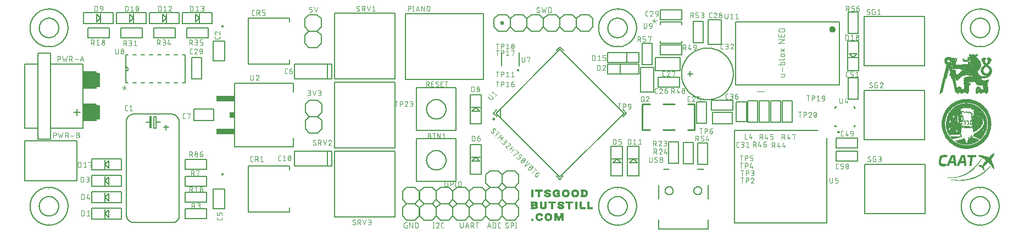
<source format=gbr>
G04 EAGLE Gerber RS-274X export*
G75*
%MOMM*%
%FSLAX34Y34*%
%LPD*%
%INSilkscreen Top*%
%IPPOS*%
%AMOC8*
5,1,8,0,0,1.08239X$1,22.5*%
G01*
%ADD10R,0.007619X0.007619*%
%ADD11R,0.015238X0.007619*%
%ADD12R,0.022863X0.007619*%
%ADD13R,0.022856X0.007619*%
%ADD14R,0.030475X0.007619*%
%ADD15R,0.045719X0.007619*%
%ADD16R,0.060956X0.007619*%
%ADD17R,0.038100X0.007619*%
%ADD18R,0.030481X0.007619*%
%ADD19R,0.076200X0.007619*%
%ADD20R,0.068581X0.007619*%
%ADD21R,0.053338X0.007619*%
%ADD22R,0.091438X0.007619*%
%ADD23R,0.083819X0.007619*%
%ADD24R,0.099056X0.007619*%
%ADD25R,0.106675X0.007619*%
%ADD26R,0.068575X0.007619*%
%ADD27R,0.129537X0.007619*%
%ADD28R,0.106681X0.007619*%
%ADD29R,0.144775X0.007619*%
%ADD30R,0.114300X0.007619*%
%ADD31R,0.144781X0.007619*%
%ADD32R,0.121919X0.007619*%
%ADD33R,0.167637X0.007619*%
%ADD34R,0.175256X0.007619*%
%ADD35R,0.137156X0.007619*%
%ADD36R,0.152400X0.007619*%
%ADD37R,0.220981X0.007619*%
%ADD38R,0.274319X0.007619*%
%ADD39R,0.228600X0.007619*%
%ADD40R,0.160019X0.007619*%
%ADD41R,0.266700X0.007619*%
%ADD42R,0.220975X0.007619*%
%ADD43R,0.137162X0.007619*%
%ADD44R,0.281938X0.007619*%
%ADD45R,0.198119X0.007619*%
%ADD46R,0.182881X0.007619*%
%ADD47R,0.289556X0.007619*%
%ADD48R,0.251456X0.007619*%
%ADD49R,0.259081X0.007619*%
%ADD50R,0.320038X0.007619*%
%ADD51R,0.182875X0.007619*%
%ADD52R,0.381000X0.007619*%
%ADD53R,0.190500X0.007619*%
%ADD54R,0.213356X0.007619*%
%ADD55R,0.099063X0.007619*%
%ADD56R,0.403856X0.007619*%
%ADD57R,0.205738X0.007619*%
%ADD58R,0.525781X0.007619*%
%ADD59R,0.518156X0.007619*%
%ADD60R,0.327663X0.007619*%
%ADD61R,0.556256X0.007619*%
%ADD62R,0.502919X0.007619*%
%ADD63R,0.335281X0.007619*%
%ADD64R,0.563881X0.007619*%
%ADD65R,0.312419X0.007619*%
%ADD66R,0.533400X0.007619*%
%ADD67R,0.350519X0.007619*%
%ADD68R,0.236219X0.007619*%
%ADD69R,0.541019X0.007619*%
%ADD70R,0.342900X0.007619*%
%ADD71R,0.579119X0.007619*%
%ADD72R,0.060963X0.007619*%
%ADD73R,0.571500X0.007619*%
%ADD74R,0.304800X0.007619*%
%ADD75R,0.624838X0.007619*%
%ADD76R,0.297181X0.007619*%
%ADD77R,0.297175X0.007619*%
%ADD78R,0.243838X0.007619*%
%ADD79R,0.472438X0.007619*%
%ADD80R,1.744981X0.007619*%
%ADD81R,1.737363X0.007619*%
%ADD82R,1.737356X0.007619*%
%ADD83R,1.729738X0.007619*%
%ADD84R,1.775456X0.007619*%
%ADD85R,1.760219X0.007619*%
%ADD86R,1.767838X0.007619*%
%ADD87R,1.706875X0.007619*%
%ADD88R,1.722119X0.007619*%
%ADD89R,1.744975X0.007619*%
%ADD90R,1.790700X0.007619*%
%ADD91R,0.259075X0.007619*%
%ADD92R,1.752600X0.007619*%
%ADD93R,1.714500X0.007619*%
%ADD94R,1.783081X0.007619*%
%ADD95R,1.805938X0.007619*%
%ADD96R,1.684019X0.007619*%
%ADD97R,1.371600X0.007619*%
%ADD98R,1.295400X0.007619*%
%ADD99R,1.348738X0.007619*%
%ADD100R,0.289563X0.007619*%
%ADD101R,1.303019X0.007619*%
%ADD102R,1.356356X0.007619*%
%ADD103R,1.287781X0.007619*%
%ADD104R,1.379219X0.007619*%
%ADD105R,1.310638X0.007619*%
%ADD106R,1.363975X0.007619*%
%ADD107R,1.386838X0.007619*%
%ADD108R,0.251463X0.007619*%
%ADD109R,1.394463X0.007619*%
%ADD110R,1.394456X0.007619*%
%ADD111R,1.363981X0.007619*%
%ADD112R,1.402075X0.007619*%
%ADD113R,1.409700X0.007619*%
%ADD114R,1.417319X0.007619*%
%ADD115R,1.402081X0.007619*%
%ADD116R,1.424937X0.007619*%
%ADD117R,0.213363X0.007619*%
%ADD118R,1.447800X0.007619*%
%ADD119R,1.455419X0.007619*%
%ADD120R,1.470656X0.007619*%
%ADD121R,1.478275X0.007619*%
%ADD122R,1.493519X0.007619*%
%ADD123R,1.531619X0.007619*%
%ADD124R,1.524000X0.007619*%
%ADD125R,1.600200X0.007619*%
%ADD126R,1.607819X0.007619*%
%ADD127R,1.485900X0.007619*%
%ADD128R,1.516375X0.007619*%
%ADD129R,1.554475X0.007619*%
%ADD130R,1.539238X0.007619*%
%ADD131R,1.821175X0.007619*%
%ADD132R,1.508756X0.007619*%
%ADD133R,0.723900X0.007619*%
%ADD134R,0.678175X0.007619*%
%ADD135R,0.464819X0.007619*%
%ADD136R,0.754375X0.007619*%
%ADD137R,0.754381X0.007619*%
%ADD138R,0.701037X0.007619*%
%ADD139R,0.708656X0.007619*%
%ADD140R,0.403863X0.007619*%
%ADD141R,0.685800X0.007619*%
%ADD142R,0.411475X0.007619*%
%ADD143R,0.670556X0.007619*%
%ADD144R,0.769619X0.007619*%
%ADD145R,0.426719X0.007619*%
%ADD146R,0.662938X0.007619*%
%ADD147R,0.739138X0.007619*%
%ADD148R,0.716275X0.007619*%
%ADD149R,0.419100X0.007619*%
%ADD150R,0.396238X0.007619*%
%ADD151R,0.411481X0.007619*%
%ADD152R,0.388619X0.007619*%
%ADD153R,0.647700X0.007619*%
%ADD154R,0.693419X0.007619*%
%ADD155R,0.358137X0.007619*%
%ADD156R,0.617219X0.007619*%
%ADD157R,0.640075X0.007619*%
%ADD158R,0.632463X0.007619*%
%ADD159R,0.632456X0.007619*%
%ADD160R,0.655319X0.007619*%
%ADD161R,0.457200X0.007619*%
%ADD162R,0.525775X0.007619*%
%ADD163R,0.510537X0.007619*%
%ADD164R,0.640081X0.007619*%
%ADD165R,0.487681X0.007619*%
%ADD166R,0.495300X0.007619*%
%ADD167R,0.480056X0.007619*%
%ADD168R,0.441963X0.007619*%
%ADD169R,0.441956X0.007619*%
%ADD170R,0.449581X0.007619*%
%ADD171R,0.449575X0.007619*%
%ADD172R,0.335275X0.007619*%
%ADD173R,0.609600X0.007619*%
%ADD174R,0.327656X0.007619*%
%ADD175R,0.365762X0.007619*%
%ADD176R,0.678181X0.007619*%
%ADD177R,0.670563X0.007619*%
%ADD178R,0.716281X0.007619*%
%ADD179R,0.784856X0.007619*%
%ADD180R,0.807719X0.007619*%
%ADD181R,0.784863X0.007619*%
%ADD182R,0.777238X0.007619*%
%ADD183R,0.762000X0.007619*%
%ADD184R,0.899156X0.007619*%
%ADD185R,1.501138X0.007619*%
%ADD186R,0.891538X0.007619*%
%ADD187R,0.914400X0.007619*%
%ADD188R,0.906775X0.007619*%
%ADD189R,0.899163X0.007619*%
%ADD190R,0.922019X0.007619*%
%ADD191R,0.937256X0.007619*%
%ADD192R,0.944881X0.007619*%
%ADD193R,1.630681X0.007619*%
%ADD194R,0.937262X0.007619*%
%ADD195R,1.623056X0.007619*%
%ADD196R,0.952500X0.007619*%
%ADD197R,1.638300X0.007619*%
%ADD198R,0.960119X0.007619*%
%ADD199R,1.615438X0.007619*%
%ADD200R,0.967738X0.007619*%
%ADD201R,0.944875X0.007619*%
%ADD202R,1.691638X0.007619*%
%ADD203R,1.668775X0.007619*%
%ADD204R,1.668781X0.007619*%
%ADD205R,1.699256X0.007619*%
%ADD206R,0.731519X0.007619*%
%ADD207R,0.792481X0.007619*%
%ADD208R,1.775463X0.007619*%
%ADD209R,1.783075X0.007619*%
%ADD210R,1.798319X0.007619*%
%ADD211R,1.836419X0.007619*%
%ADD212R,1.874519X0.007619*%
%ADD213R,1.828800X0.007619*%
%ADD214R,1.851656X0.007619*%
%ADD215R,1.844037X0.007619*%
%ADD216R,1.889756X0.007619*%
%ADD217R,1.866900X0.007619*%
%ADD218R,1.920238X0.007619*%
%ADD219R,1.432556X0.007619*%
%ADD220R,1.912619X0.007619*%
%ADD221R,1.950719X0.007619*%
%ADD222R,1.988819X0.007619*%
%ADD223R,1.996438X0.007619*%
%ADD224R,1.965956X0.007619*%
%ADD225R,1.958338X0.007619*%
%ADD226R,2.011681X0.007619*%
%ADD227R,2.019300X0.007619*%
%ADD228R,1.356363X0.007619*%
%ADD229R,1.981200X0.007619*%
%ADD230R,1.973581X0.007619*%
%ADD231R,2.042156X0.007619*%
%ADD232R,1.341119X0.007619*%
%ADD233R,1.135381X0.007619*%
%ADD234R,1.318263X0.007619*%
%ADD235R,1.127756X0.007619*%
%ADD236R,1.104900X0.007619*%
%ADD237R,1.143000X0.007619*%
%ADD238R,1.325881X0.007619*%
%ADD239R,1.150619X0.007619*%
%ADD240R,0.556262X0.007619*%
%ADD241R,1.173475X0.007619*%
%ADD242R,1.318256X0.007619*%
%ADD243R,0.929638X0.007619*%
%ADD244R,1.028700X0.007619*%
%ADD245R,1.280163X0.007619*%
%ADD246R,0.373381X0.007619*%
%ADD247R,0.373375X0.007619*%
%ADD248R,1.234438X0.007619*%
%ADD249R,0.365756X0.007619*%
%ADD250R,1.264919X0.007619*%
%ADD251R,1.249675X0.007619*%
%ADD252R,1.272538X0.007619*%
%ADD253R,1.249681X0.007619*%
%ADD254R,0.861056X0.007619*%
%ADD255R,1.203956X0.007619*%
%ADD256R,0.868681X0.007619*%
%ADD257R,1.203963X0.007619*%
%ADD258R,0.876300X0.007619*%
%ADD259R,1.165863X0.007619*%
%ADD260R,0.563875X0.007619*%
%ADD261R,1.196338X0.007619*%
%ADD262R,1.219200X0.007619*%
%ADD263R,1.188719X0.007619*%
%ADD264R,0.586738X0.007619*%
%ADD265R,1.226819X0.007619*%
%ADD266R,0.434338X0.007619*%
%ADD267R,1.051556X0.007619*%
%ADD268R,0.815338X0.007619*%
%ADD269R,0.601981X0.007619*%
%ADD270R,1.059181X0.007619*%
%ADD271R,0.822956X0.007619*%
%ADD272R,1.043937X0.007619*%
%ADD273R,0.830581X0.007619*%
%ADD274R,1.066800X0.007619*%
%ADD275R,0.838200X0.007619*%
%ADD276R,1.120138X0.007619*%
%ADD277R,0.594356X0.007619*%
%ADD278R,0.792475X0.007619*%
%ADD279R,1.021075X0.007619*%
%ADD280R,0.883919X0.007619*%
%ADD281R,1.097281X0.007619*%
%ADD282R,1.082037X0.007619*%
%ADD283R,0.868675X0.007619*%
%ADD284R,0.845819X0.007619*%
%ADD285R,0.998219X0.007619*%
%ADD286R,1.021081X0.007619*%
%ADD287R,0.853438X0.007619*%
%ADD288R,0.990600X0.007619*%
%ADD289R,0.906781X0.007619*%
%ADD290R,0.982981X0.007619*%
%ADD291R,1.013456X0.007619*%
%ADD292R,2.080256X0.007619*%
%ADD293R,2.026919X0.007619*%
%ADD294R,2.034537X0.007619*%
%ADD295R,0.746762X0.007619*%
%ADD296R,2.049781X0.007619*%
%ADD297R,2.156456X0.007619*%
%ADD298R,1.005837X0.007619*%
%ADD299R,2.057400X0.007619*%
%ADD300R,2.087881X0.007619*%
%ADD301R,2.065019X0.007619*%
%ADD302R,1.165856X0.007619*%
%ADD303R,1.135375X0.007619*%
%ADD304R,1.478281X0.007619*%
%ADD305R,1.242056X0.007619*%
%ADD306R,1.097275X0.007619*%
%ADD307R,1.112519X0.007619*%
%ADD308R,1.257300X0.007619*%
%ADD309R,1.089656X0.007619*%
%ADD310R,1.074419X0.007619*%
%ADD311R,1.333500X0.007619*%
%ADD312R,1.127763X0.007619*%
%ADD313R,1.463037X0.007619*%
%ADD314R,1.508763X0.007619*%
%ADD315R,1.653538X0.007619*%
%ADD316R,2.004056X0.007619*%
%ADD317R,1.973575X0.007619*%
%ADD318R,2.011675X0.007619*%
%ADD319R,0.822963X0.007619*%
%ADD320R,0.800100X0.007619*%
%ADD321R,0.830575X0.007619*%
%ADD322R,0.708663X0.007619*%
%ADD323R,0.746756X0.007619*%
%ADD324R,0.982975X0.007619*%
%ADD325R,1.036319X0.007619*%
%ADD326R,0.975356X0.007619*%
%ADD327R,0.861063X0.007619*%
%ADD328R,0.487675X0.007619*%
%ADD329R,0.548638X0.007619*%
%ADD330R,0.480063X0.007619*%
%ADD331R,0.594363X0.007619*%
%ADD332R,0.175263X0.007619*%
%ADD333R,0.518162X0.007619*%
%ADD334R,1.676400X0.007619*%
%ADD335R,1.699263X0.007619*%
%ADD336R,1.859281X0.007619*%
%ADD337R,1.813563X0.007619*%
%ADD338R,1.813556X0.007619*%
%ADD339R,1.821181X0.007619*%
%ADD340R,0.601975X0.007619*%
%ADD341R,1.882138X0.007619*%
%ADD342R,1.897381X0.007619*%
%ADD343R,1.905000X0.007619*%
%ADD344R,1.943100X0.007619*%
%ADD345R,2.080262X0.007619*%
%ADD346R,2.042162X0.007619*%
%ADD347R,2.049775X0.007619*%
%ADD348R,1.173481X0.007619*%
%ADD349R,1.584956X0.007619*%
%ADD350R,2.072637X0.007619*%
%ADD351R,2.133600X0.007619*%
%ADD352R,2.179319X0.007619*%
%ADD353R,2.240281X0.007619*%
%ADD354R,2.286000X0.007619*%
%ADD355R,2.331719X0.007619*%
%ADD356R,2.377438X0.007619*%
%ADD357R,2.423156X0.007619*%
%ADD358R,2.468881X0.007619*%
%ADD359R,2.514600X0.007619*%
%ADD360R,2.560319X0.007619*%
%ADD361R,1.181100X0.007619*%
%ADD362R,2.804156X0.007619*%
%ADD363R,2.834637X0.007619*%
%ADD364R,2.880356X0.007619*%
%ADD365R,2.910837X0.007619*%
%ADD366R,2.987038X0.007619*%
%ADD367R,1.630675X0.007619*%
%ADD368R,1.645919X0.007619*%
%ADD369R,1.661156X0.007619*%
%ADD370R,3.154681X0.007619*%
%ADD371R,3.185156X0.007619*%
%ADD372R,2.369819X0.007619*%
%ADD373R,2.522219X0.007619*%
%ADD374R,2.537463X0.007619*%
%ADD375R,2.567938X0.007619*%
%ADD376R,3.383281X0.007619*%
%ADD377R,3.413756X0.007619*%
%ADD378R,2.468875X0.007619*%
%ADD379R,2.484119X0.007619*%
%ADD380R,2.499356X0.007619*%
%ADD381R,2.644138X0.007619*%
%ADD382R,3.566156X0.007619*%
%ADD383R,3.596638X0.007619*%
%ADD384R,3.611881X0.007619*%
%ADD385R,3.642356X0.007619*%
%ADD386R,3.672837X0.007619*%
%ADD387R,3.703319X0.007619*%
%ADD388R,3.733800X0.007619*%
%ADD389R,3.756663X0.007619*%
%ADD390R,1.287775X0.007619*%
%ADD391R,1.059175X0.007619*%
%ADD392R,1.158238X0.007619*%
%ADD393R,1.569719X0.007619*%
%ADD394R,0.975363X0.007619*%
%ADD395R,1.089662X0.007619*%
%ADD396R,1.211575X0.007619*%
%ADD397R,1.325875X0.007619*%
%ADD398R,1.280156X0.007619*%
%ADD399R,1.440175X0.007619*%
%ADD400R,1.516381X0.007619*%
%ADD401R,1.546856X0.007619*%
%ADD402R,1.562100X0.007619*%
%ADD403R,1.577338X0.007619*%
%ADD404R,1.554481X0.007619*%
%ADD405R,1.432562X0.007619*%
%ADD406R,1.584963X0.007619*%
%ADD407R,1.623063X0.007619*%
%ADD408R,1.706881X0.007619*%
%ADD409R,1.592581X0.007619*%
%ADD410R,1.927856X0.007619*%
%ADD411R,1.935475X0.007619*%
%ADD412R,1.211581X0.007619*%
%ADD413R,1.242063X0.007619*%
%ADD414R,1.051562X0.007619*%
%ADD415R,1.592575X0.007619*%
%ADD416R,1.859275X0.007619*%
%ADD417R,1.965963X0.007619*%
%ADD418R,1.889763X0.007619*%
%ADD419R,2.529838X0.007619*%
%ADD420R,2.499363X0.007619*%
%ADD421R,1.440181X0.007619*%
%ADD422R,2.453638X0.007619*%
%ADD423R,2.438400X0.007619*%
%ADD424R,2.423163X0.007619*%
%ADD425R,2.415538X0.007619*%
%ADD426R,2.400300X0.007619*%
%ADD427R,2.385056X0.007619*%
%ADD428R,2.362200X0.007619*%
%ADD429R,2.354581X0.007619*%
%ADD430R,2.346956X0.007619*%
%ADD431R,2.339338X0.007619*%
%ADD432R,2.354575X0.007619*%
%ADD433R,2.392681X0.007619*%
%ADD434R,1.013463X0.007619*%
%ADD435R,1.546863X0.007619*%
%ADD436R,1.470662X0.007619*%
%ADD437R,2.004063X0.007619*%
%ADD438R,1.935481X0.007619*%
%ADD439R,1.927863X0.007619*%
%ADD440R,1.661163X0.007619*%
%ADD441R,3.688081X0.007619*%
%ADD442R,3.657600X0.007619*%
%ADD443R,3.627119X0.007619*%
%ADD444R,3.581400X0.007619*%
%ADD445R,3.550919X0.007619*%
%ADD446R,3.535681X0.007619*%
%ADD447R,3.505200X0.007619*%
%ADD448R,3.489956X0.007619*%
%ADD449R,3.459481X0.007619*%
%ADD450R,3.444238X0.007619*%
%ADD451R,3.398519X0.007619*%
%ADD452R,3.368038X0.007619*%
%ADD453R,3.352800X0.007619*%
%ADD454R,3.322319X0.007619*%
%ADD455R,3.291838X0.007619*%
%ADD456R,3.276600X0.007619*%
%ADD457R,3.246119X0.007619*%
%ADD458R,3.215638X0.007619*%
%ADD459R,3.200400X0.007619*%
%ADD460R,3.169919X0.007619*%
%ADD461R,3.139438X0.007619*%
%ADD462R,3.108956X0.007619*%
%ADD463R,3.093719X0.007619*%
%ADD464R,3.063238X0.007619*%
%ADD465R,3.032756X0.007619*%
%ADD466R,3.002281X0.007619*%
%ADD467R,2.971800X0.007619*%
%ADD468R,2.941319X0.007619*%
%ADD469R,2.926081X0.007619*%
%ADD470R,2.895600X0.007619*%
%ADD471R,2.865119X0.007619*%
%ADD472R,2.773681X0.007619*%
%ADD473R,2.743200X0.007619*%
%ADD474R,2.697481X0.007619*%
%ADD475R,2.667000X0.007619*%
%ADD476R,2.636519X0.007619*%
%ADD477R,2.606038X0.007619*%
%ADD478R,2.575556X0.007619*%
%ADD479R,2.545081X0.007619*%
%ADD480R,2.316481X0.007619*%
%ADD481R,2.278375X0.007619*%
%ADD482R,2.194556X0.007619*%
%ADD483R,2.148837X0.007619*%
%ADD484R,2.118356X0.007619*%
%ADD485R,3.223256X0.007619*%
%ADD486R,3.124200X0.007619*%
%ADD487R,2.903219X0.007619*%
%ADD488R,2.758438X0.007619*%
%ADD489R,2.095500X0.007619*%
%ADD490R,3.474719X0.007619*%
%ADD491R,2.811781X0.007619*%
%ADD492R,2.697475X0.007619*%
%ADD493R,2.712719X0.007619*%
%ADD494R,3.230881X0.007619*%
%ADD495R,2.621275X0.007619*%
%ADD496R,3.017519X0.007619*%
%ADD497R,2.956556X0.007619*%
%ADD498R,2.727956X0.007619*%
%ADD499R,2.682238X0.007619*%
%ADD500R,1.851662X0.007619*%
%ADD501R,0.477519X0.005081*%
%ADD502R,0.726438X0.005081*%
%ADD503R,0.914400X0.005075*%
%ADD504R,1.066800X0.005081*%
%ADD505R,1.214119X0.005075*%
%ADD506R,1.336037X0.005081*%
%ADD507R,0.406400X0.005081*%
%ADD508R,0.848356X0.005081*%
%ADD509R,0.284475X0.005075*%
%ADD510R,0.701037X0.005075*%
%ADD511R,0.218438X0.005081*%
%ADD512R,0.640081X0.005081*%
%ADD513R,0.187963X0.005075*%
%ADD514R,0.599438X0.005075*%
%ADD515R,0.167637X0.005081*%
%ADD516R,0.563875X0.005081*%
%ADD517R,0.142238X0.005081*%
%ADD518R,0.543556X0.005081*%
%ADD519R,0.116838X0.005075*%
%ADD520R,0.518156X0.005075*%
%ADD521R,0.106681X0.005081*%
%ADD522R,0.502919X0.005081*%
%ADD523R,0.091438X0.005075*%
%ADD524R,0.487681X0.005075*%
%ADD525R,0.086356X0.005081*%
%ADD526R,0.472438X0.005081*%
%ADD527R,0.081281X0.005081*%
%ADD528R,0.457200X0.005081*%
%ADD529R,0.071119X0.005075*%
%ADD530R,0.447038X0.005075*%
%ADD531R,0.060956X0.005081*%
%ADD532R,0.441956X0.005081*%
%ADD533R,0.050800X0.005075*%
%ADD534R,0.416556X0.005075*%
%ADD535R,0.010162X0.005075*%
%ADD536R,0.045719X0.005081*%
%ADD537R,0.421637X0.005081*%
%ADD538R,0.035556X0.005081*%
%ADD539R,0.411481X0.005081*%
%ADD540R,0.411475X0.005075*%
%ADD541R,0.401319X0.005081*%
%ADD542R,0.396238X0.005075*%
%ADD543R,0.396238X0.005081*%
%ADD544R,0.386081X0.005081*%
%ADD545R,0.381000X0.005075*%
%ADD546R,0.375919X0.005081*%
%ADD547R,0.370838X0.005075*%
%ADD548R,0.365756X0.005081*%
%ADD549R,0.360681X0.005075*%
%ADD550R,0.355600X0.005081*%
%ADD551R,0.355600X0.005075*%
%ADD552R,0.350519X0.005081*%
%ADD553R,0.345438X0.005075*%
%ADD554R,0.340363X0.005081*%
%ADD555R,0.340356X0.005075*%
%ADD556R,0.335275X0.005081*%
%ADD557R,0.340356X0.005081*%
%ADD558R,0.330200X0.005075*%
%ADD559R,0.330200X0.005081*%
%ADD560R,0.325119X0.005075*%
%ADD561R,0.320038X0.005081*%
%ADD562R,0.325119X0.005081*%
%ADD563R,0.320038X0.005075*%
%ADD564R,0.314956X0.005075*%
%ADD565R,0.309881X0.005081*%
%ADD566R,0.304800X0.005075*%
%ADD567R,0.304800X0.005081*%
%ADD568R,0.299719X0.005081*%
%ADD569R,0.294637X0.005075*%
%ADD570R,0.294637X0.005081*%
%ADD571R,0.289556X0.005081*%
%ADD572R,0.289556X0.005075*%
%ADD573R,0.284481X0.005081*%
%ADD574R,0.279400X0.005075*%
%ADD575R,0.279400X0.005081*%
%ADD576R,0.274319X0.005081*%
%ADD577R,0.269238X0.005075*%
%ADD578R,0.269238X0.005081*%
%ADD579R,0.264156X0.005081*%
%ADD580R,0.264156X0.005075*%
%ADD581R,0.259075X0.005081*%
%ADD582R,0.259081X0.005075*%
%ADD583R,0.005081X0.005081*%
%ADD584R,0.436881X0.005081*%
%ADD585R,0.254000X0.005081*%
%ADD586R,0.695956X0.005075*%
%ADD587R,0.254000X0.005075*%
%ADD588R,0.314963X0.005081*%
%ADD589R,0.248919X0.005081*%
%ADD590R,0.248919X0.005075*%
%ADD591R,0.238756X0.005081*%
%ADD592R,0.228600X0.005075*%
%ADD593R,0.243838X0.005075*%
%ADD594R,0.243838X0.005081*%
%ADD595R,0.218438X0.005075*%
%ADD596R,0.238756X0.005075*%
%ADD597R,0.213363X0.005081*%
%ADD598R,0.208281X0.005075*%
%ADD599R,0.203200X0.005081*%
%ADD600R,0.233681X0.005081*%
%ADD601R,0.208275X0.005081*%
%ADD602R,0.203200X0.005075*%
%ADD603R,0.233681X0.005075*%
%ADD604R,0.198119X0.005081*%
%ADD605R,0.198119X0.005075*%
%ADD606R,0.193038X0.005081*%
%ADD607R,0.228600X0.005081*%
%ADD608R,0.223519X0.005075*%
%ADD609R,0.223519X0.005081*%
%ADD610R,0.193038X0.005075*%
%ADD611R,0.187956X0.005075*%
%ADD612R,0.187956X0.005081*%
%ADD613R,0.213356X0.005081*%
%ADD614R,0.182875X0.005075*%
%ADD615R,0.182881X0.005081*%
%ADD616R,0.208275X0.005075*%
%ADD617R,0.182875X0.005081*%
%ADD618R,0.208281X0.005081*%
%ADD619R,0.182881X0.005075*%
%ADD620R,0.177800X0.005075*%
%ADD621R,0.177800X0.005081*%
%ADD622R,0.187963X0.005081*%
%ADD623R,0.172719X0.005075*%
%ADD624R,0.172719X0.005081*%
%ADD625R,0.167637X0.005075*%
%ADD626R,0.162556X0.005081*%
%ADD627R,0.162562X0.005075*%
%ADD628R,0.157475X0.005075*%
%ADD629R,0.162562X0.005081*%
%ADD630R,0.157481X0.005081*%
%ADD631R,0.152400X0.005075*%
%ADD632R,0.157475X0.005081*%
%ADD633R,0.162556X0.005075*%
%ADD634R,0.152400X0.005081*%
%ADD635R,0.147319X0.005075*%
%ADD636R,0.147319X0.005081*%
%ADD637R,0.157481X0.005075*%
%ADD638R,0.142238X0.005075*%
%ADD639R,0.137156X0.005081*%
%ADD640R,0.137156X0.005075*%
%ADD641R,0.137162X0.005075*%
%ADD642R,0.132075X0.005081*%
%ADD643R,0.132081X0.005075*%
%ADD644R,0.132081X0.005081*%
%ADD645R,0.127000X0.005081*%
%ADD646R,0.121919X0.005081*%
%ADD647R,0.127000X0.005075*%
%ADD648R,0.121919X0.005075*%
%ADD649R,0.116838X0.005081*%
%ADD650R,0.111756X0.005081*%
%ADD651R,0.111763X0.005081*%
%ADD652R,0.111756X0.005075*%
%ADD653R,0.106681X0.005075*%
%ADD654R,0.106675X0.005075*%
%ADD655R,0.101600X0.005081*%
%ADD656R,0.101600X0.005075*%
%ADD657R,0.132075X0.005075*%
%ADD658R,0.096519X0.005081*%
%ADD659R,0.096519X0.005075*%
%ADD660R,0.091438X0.005081*%
%ADD661R,0.086363X0.005075*%
%ADD662R,0.086356X0.005075*%
%ADD663R,0.086363X0.005081*%
%ADD664R,0.081275X0.005081*%
%ADD665R,0.081281X0.005075*%
%ADD666R,0.081275X0.005075*%
%ADD667R,0.076200X0.005081*%
%ADD668R,0.076200X0.005075*%
%ADD669R,0.071119X0.005081*%
%ADD670R,0.111763X0.005075*%
%ADD671R,0.066037X0.005075*%
%ADD672R,0.066037X0.005081*%
%ADD673R,0.106675X0.005081*%
%ADD674R,0.060956X0.005075*%
%ADD675R,0.060963X0.005081*%
%ADD676R,0.025400X0.005075*%
%ADD677R,0.060963X0.005075*%
%ADD678R,0.045719X0.005075*%
%ADD679R,0.050800X0.005081*%
%ADD680R,0.055875X0.005081*%
%ADD681R,0.055881X0.005081*%
%ADD682R,0.055881X0.005075*%
%ADD683R,0.055875X0.005075*%
%ADD684R,0.040638X0.005075*%
%ADD685R,0.040638X0.005081*%
%ADD686R,0.020319X0.005075*%
%ADD687R,0.035556X0.005075*%
%ADD688R,0.035563X0.005081*%
%ADD689R,0.213363X0.005075*%
%ADD690R,0.030481X0.005075*%
%ADD691R,0.030481X0.005081*%
%ADD692R,0.233675X0.005081*%
%ADD693R,0.030475X0.005081*%
%ADD694R,0.259081X0.005081*%
%ADD695R,0.025400X0.005081*%
%ADD696R,0.020319X0.005081*%
%ADD697R,0.233675X0.005075*%
%ADD698R,0.284475X0.005081*%
%ADD699R,0.289563X0.005081*%
%ADD700R,0.314956X0.005081*%
%ADD701R,0.350519X0.005075*%
%ADD702R,0.360675X0.005081*%
%ADD703R,0.015238X0.005081*%
%ADD704R,0.375919X0.005075*%
%ADD705R,0.015238X0.005075*%
%ADD706R,0.259075X0.005075*%
%ADD707R,0.416556X0.005081*%
%ADD708R,0.426719X0.005075*%
%ADD709R,0.431800X0.005081*%
%ADD710R,0.441963X0.005075*%
%ADD711R,0.264163X0.005075*%
%ADD712R,0.452119X0.005081*%
%ADD713R,0.462281X0.005081*%
%ADD714R,0.467356X0.005075*%
%ADD715R,0.010156X0.005075*%
%ADD716R,0.497838X0.005081*%
%ADD717R,0.010156X0.005081*%
%ADD718R,0.513075X0.005075*%
%ADD719R,0.274319X0.005075*%
%ADD720R,0.528319X0.005081*%
%ADD721R,0.010162X0.005081*%
%ADD722R,0.538475X0.005075*%
%ADD723R,0.553719X0.005081*%
%ADD724R,0.568956X0.005075*%
%ADD725R,0.284481X0.005075*%
%ADD726R,0.584200X0.005081*%
%ADD727R,0.604519X0.005075*%
%ADD728R,0.005081X0.005075*%
%ADD729R,0.289563X0.005075*%
%ADD730R,0.619756X0.005081*%
%ADD731R,0.005075X0.005081*%
%ADD732R,0.635000X0.005081*%
%ADD733R,0.650238X0.005075*%
%ADD734R,0.665481X0.005081*%
%ADD735R,0.680719X0.005075*%
%ADD736R,0.299719X0.005075*%
%ADD737R,0.701037X0.005081*%
%ADD738R,0.716281X0.005081*%
%ADD739R,0.731519X0.005075*%
%ADD740R,0.345438X0.005081*%
%ADD741R,0.746756X0.005081*%
%ADD742R,0.762000X0.005075*%
%ADD743R,0.513075X0.005081*%
%ADD744R,0.782319X0.005081*%
%ADD745R,0.309875X0.005081*%
%ADD746R,0.574037X0.005081*%
%ADD747R,0.802638X0.005081*%
%ADD748R,0.624838X0.005075*%
%ADD749R,0.817875X0.005075*%
%ADD750R,0.309881X0.005075*%
%ADD751R,0.670556X0.005081*%
%ADD752R,0.381000X0.005081*%
%ADD753R,0.833119X0.005081*%
%ADD754R,0.711200X0.005075*%
%ADD755R,0.365756X0.005075*%
%ADD756R,0.848356X0.005075*%
%ADD757R,0.746762X0.005081*%
%ADD758R,0.360681X0.005081*%
%ADD759R,0.858519X0.005081*%
%ADD760R,0.873762X0.005081*%
%ADD761R,0.360675X0.005075*%
%ADD762R,0.883919X0.005075*%
%ADD763R,0.889000X0.005081*%
%ADD764R,0.873762X0.005075*%
%ADD765R,0.894081X0.005075*%
%ADD766R,0.894081X0.005081*%
%ADD767R,0.899156X0.005081*%
%ADD768R,0.909319X0.005075*%
%ADD769R,0.584200X0.005075*%
%ADD770R,0.919475X0.005081*%
%ADD771R,0.929638X0.005075*%
%ADD772R,0.502919X0.005075*%
%ADD773R,0.934719X0.005081*%
%ADD774R,0.944875X0.005081*%
%ADD775R,0.335281X0.005081*%
%ADD776R,0.949956X0.005075*%
%ADD777R,0.309875X0.005075*%
%ADD778R,0.955038X0.005081*%
%ADD779R,0.965200X0.005075*%
%ADD780R,0.335275X0.005075*%
%ADD781R,0.970275X0.005081*%
%ADD782R,0.975356X0.005081*%
%ADD783R,0.365762X0.005081*%
%ADD784R,0.980438X0.005075*%
%ADD785R,0.365762X0.005075*%
%ADD786R,0.990600X0.005081*%
%ADD787R,0.995675X0.005075*%
%ADD788R,0.335281X0.005075*%
%ADD789R,0.995681X0.005081*%
%ADD790R,1.000762X0.005081*%
%ADD791R,1.005837X0.005075*%
%ADD792R,0.340363X0.005075*%
%ADD793R,1.010919X0.005081*%
%ADD794R,1.010919X0.005075*%
%ADD795R,1.016000X0.005081*%
%ADD796R,1.021081X0.005081*%
%ADD797R,1.026163X0.005075*%
%ADD798R,1.031238X0.005081*%
%ADD799R,1.031238X0.005075*%
%ADD800R,1.036319X0.005081*%
%ADD801R,1.041400X0.005081*%
%ADD802R,0.370838X0.005081*%
%ADD803R,1.041400X0.005075*%
%ADD804R,1.046481X0.005081*%
%ADD805R,1.051562X0.005075*%
%ADD806R,1.051562X0.005081*%
%ADD807R,1.056638X0.005081*%
%ADD808R,1.061719X0.005075*%
%ADD809R,0.386081X0.005075*%
%ADD810R,1.061719X0.005081*%
%ADD811R,0.386075X0.005081*%
%ADD812R,0.391156X0.005081*%
%ADD813R,1.066800X0.005075*%
%ADD814R,0.391156X0.005075*%
%ADD815R,1.071881X0.005081*%
%ADD816R,1.071881X0.005075*%
%ADD817R,0.401319X0.005075*%
%ADD818R,1.076956X0.005081*%
%ADD819R,1.076956X0.005075*%
%ADD820R,1.082037X0.005081*%
%ADD821R,1.082037X0.005075*%
%ADD822R,0.411481X0.005075*%
%ADD823R,1.087119X0.005081*%
%ADD824R,0.411475X0.005081*%
%ADD825R,0.416563X0.005081*%
%ADD826R,1.087119X0.005075*%
%ADD827R,0.416563X0.005075*%
%ADD828R,0.421637X0.005075*%
%ADD829R,1.092200X0.005081*%
%ADD830R,0.426719X0.005081*%
%ADD831R,0.543556X0.005075*%
%ADD832R,0.487681X0.005081*%
%ADD833R,0.436875X0.005081*%
%ADD834R,0.472438X0.005075*%
%ADD835R,0.436881X0.005075*%
%ADD836R,0.452119X0.005075*%
%ADD837R,0.447038X0.005081*%
%ADD838R,0.441956X0.005075*%
%ADD839R,0.457200X0.005075*%
%ADD840R,0.467356X0.005081*%
%ADD841R,0.462275X0.005081*%
%ADD842R,0.482600X0.005075*%
%ADD843R,0.482600X0.005081*%
%ADD844R,0.487675X0.005075*%
%ADD845R,0.492756X0.005081*%
%ADD846R,0.492763X0.005075*%
%ADD847R,0.391163X0.005081*%
%ADD848R,0.497838X0.005075*%
%ADD849R,0.487675X0.005081*%
%ADD850R,0.508000X0.005075*%
%ADD851R,1.285238X0.005081*%
%ADD852R,1.280156X0.005075*%
%ADD853R,0.513081X0.005075*%
%ADD854R,1.275075X0.005081*%
%ADD855R,1.275081X0.005081*%
%ADD856R,0.518156X0.005081*%
%ADD857R,1.270000X0.005075*%
%ADD858R,0.035563X0.005075*%
%ADD859R,0.523238X0.005075*%
%ADD860R,1.270000X0.005081*%
%ADD861R,1.264919X0.005075*%
%ADD862R,0.528319X0.005075*%
%ADD863R,1.259838X0.005081*%
%ADD864R,0.513081X0.005081*%
%ADD865R,0.533400X0.005081*%
%ADD866R,0.538481X0.005081*%
%ADD867R,1.254756X0.005075*%
%ADD868R,0.533400X0.005075*%
%ADD869R,1.254756X0.005081*%
%ADD870R,1.249681X0.005075*%
%ADD871R,1.249675X0.005075*%
%ADD872R,1.249681X0.005081*%
%ADD873R,1.249675X0.005081*%
%ADD874R,1.239519X0.005081*%
%ADD875R,0.548638X0.005081*%
%ADD876R,1.239519X0.005075*%
%ADD877R,0.030475X0.005075*%
%ADD878R,0.548638X0.005075*%
%ADD879R,1.234438X0.005081*%
%ADD880R,1.234438X0.005075*%
%ADD881R,0.558800X0.005075*%
%ADD882R,0.558800X0.005081*%
%ADD883R,1.229356X0.005081*%
%ADD884R,1.224281X0.005075*%
%ADD885R,1.224275X0.005075*%
%ADD886R,0.563881X0.005075*%
%ADD887R,1.219200X0.005081*%
%ADD888R,0.568963X0.005081*%
%ADD889R,1.219200X0.005075*%
%ADD890R,0.574037X0.005075*%
%ADD891R,1.214119X0.005081*%
%ADD892R,0.579119X0.005081*%
%ADD893R,1.209037X0.005075*%
%ADD894R,1.137919X0.005075*%
%ADD895R,1.203956X0.005081*%
%ADD896R,1.203963X0.005081*%
%ADD897R,1.127756X0.005081*%
%ADD898R,1.203956X0.005075*%
%ADD899R,1.203963X0.005075*%
%ADD900R,1.127756X0.005075*%
%ADD901R,1.198881X0.005081*%
%ADD902R,1.117600X0.005081*%
%ADD903R,1.112519X0.005081*%
%ADD904R,1.193800X0.005075*%
%ADD905R,1.112519X0.005075*%
%ADD906R,1.193800X0.005081*%
%ADD907R,1.102356X0.005081*%
%ADD908R,1.183638X0.005075*%
%ADD909R,1.097275X0.005075*%
%ADD910R,1.183638X0.005081*%
%ADD911R,1.097275X0.005081*%
%ADD912R,1.178556X0.005081*%
%ADD913R,1.178556X0.005075*%
%ADD914R,1.173475X0.005075*%
%ADD915R,1.173481X0.005075*%
%ADD916R,1.168400X0.005081*%
%ADD917R,1.163319X0.005081*%
%ADD918R,1.163319X0.005075*%
%ADD919R,1.056638X0.005075*%
%ADD920R,1.158238X0.005081*%
%ADD921R,1.051556X0.005081*%
%ADD922R,1.158238X0.005075*%
%ADD923R,1.046481X0.005075*%
%ADD924R,1.148075X0.005081*%
%ADD925R,1.148081X0.005081*%
%ADD926R,1.148075X0.005075*%
%ADD927R,1.148081X0.005075*%
%ADD928R,1.143000X0.005081*%
%ADD929R,1.026156X0.005081*%
%ADD930R,1.143000X0.005075*%
%ADD931R,1.016000X0.005075*%
%ADD932R,1.137919X0.005081*%
%ADD933R,1.127763X0.005075*%
%ADD934R,1.000756X0.005075*%
%ADD935R,1.127763X0.005081*%
%ADD936R,1.000756X0.005081*%
%ADD937R,0.995681X0.005075*%
%ADD938R,1.122681X0.005081*%
%ADD939R,1.122675X0.005081*%
%ADD940R,0.985519X0.005081*%
%ADD941R,1.117600X0.005075*%
%ADD942R,0.975356X0.005075*%
%ADD943R,0.970281X0.005081*%
%ADD944R,1.107438X0.005075*%
%ADD945R,0.970281X0.005075*%
%ADD946R,0.960119X0.005081*%
%ADD947R,0.955038X0.005075*%
%ADD948R,0.944881X0.005081*%
%ADD949R,0.939800X0.005075*%
%ADD950R,0.929638X0.005081*%
%ADD951R,0.924556X0.005075*%
%ADD952R,0.909319X0.005081*%
%ADD953R,0.904238X0.005081*%
%ADD954R,0.899156X0.005075*%
%ADD955R,0.894075X0.005081*%
%ADD956R,0.889000X0.005075*%
%ADD957R,0.883919X0.005081*%
%ADD958R,0.878838X0.005081*%
%ADD959R,0.868681X0.005081*%
%ADD960R,0.863600X0.005075*%
%ADD961R,0.386075X0.005075*%
%ADD962R,0.843275X0.005081*%
%ADD963R,0.833119X0.005075*%
%ADD964R,0.828038X0.005081*%
%ADD965R,0.817875X0.005081*%
%ADD966R,0.817881X0.005075*%
%ADD967R,0.822963X0.005081*%
%ADD968R,0.838200X0.005081*%
%ADD969R,0.843281X0.005075*%
%ADD970R,0.853438X0.005081*%
%ADD971R,0.853438X0.005075*%
%ADD972R,0.863600X0.005081*%
%ADD973R,0.868681X0.005075*%
%ADD974R,0.868675X0.005081*%
%ADD975R,0.919475X0.005075*%
%ADD976R,0.924556X0.005081*%
%ADD977R,0.934719X0.005075*%
%ADD978R,0.944875X0.005075*%
%ADD979R,0.949956X0.005081*%
%ADD980R,0.949963X0.005081*%
%ADD981R,0.960119X0.005075*%
%ADD982R,0.965200X0.005081*%
%ADD983R,0.005075X0.005075*%
%ADD984R,0.990600X0.005075*%
%ADD985R,1.005837X0.005081*%
%ADD986R,1.021075X0.005075*%
%ADD987R,1.051556X0.005075*%
%ADD988R,1.153163X0.005081*%
%ADD989R,1.173475X0.005081*%
%ADD990R,0.391163X0.005075*%
%ADD991R,1.198875X0.005081*%
%ADD992R,1.209037X0.005081*%
%ADD993R,1.244600X0.005075*%
%ADD994R,1.285238X0.005075*%
%ADD995R,1.295400X0.005081*%
%ADD996R,1.310638X0.005075*%
%ADD997R,1.320800X0.005081*%
%ADD998R,1.346200X0.005075*%
%ADD999R,1.361438X0.005081*%
%ADD1000R,1.376681X0.005075*%
%ADD1001R,1.391919X0.005081*%
%ADD1002R,1.407156X0.005081*%
%ADD1003R,0.406400X0.005075*%
%ADD1004R,1.417319X0.005075*%
%ADD1005R,1.432556X0.005081*%
%ADD1006R,1.442719X0.005075*%
%ADD1007R,1.457963X0.005081*%
%ADD1008R,1.473200X0.005081*%
%ADD1009R,1.488438X0.005075*%
%ADD1010R,1.503675X0.005081*%
%ADD1011R,1.518919X0.005075*%
%ADD1012R,1.534163X0.005081*%
%ADD1013R,1.549400X0.005081*%
%ADD1014R,1.564638X0.005075*%
%ADD1015R,1.579875X0.005081*%
%ADD1016R,0.431800X0.005075*%
%ADD1017R,1.595119X0.005075*%
%ADD1018R,1.610363X0.005081*%
%ADD1019R,1.097281X0.005081*%
%ADD1020R,0.467363X0.005081*%
%ADD1021R,1.071875X0.005075*%
%ADD1022R,0.518162X0.005081*%
%ADD1023R,0.543563X0.005081*%
%ADD1024R,1.351281X0.005081*%
%ADD1025R,1.351281X0.005075*%
%ADD1026R,0.467363X0.005075*%
%ADD1027R,1.346200X0.005081*%
%ADD1028R,1.351275X0.005081*%
%ADD1029R,1.351275X0.005075*%
%ADD1030R,0.695956X0.005081*%
%ADD1031R,0.690881X0.005075*%
%ADD1032R,0.690875X0.005075*%
%ADD1033R,0.944881X0.005075*%
%ADD1034R,0.685800X0.005081*%
%ADD1035R,0.680719X0.005081*%
%ADD1036R,0.462275X0.005075*%
%ADD1037R,0.675638X0.005075*%
%ADD1038R,0.462281X0.005075*%
%ADD1039R,1.071875X0.005081*%
%ADD1040R,0.675638X0.005081*%
%ADD1041R,0.665475X0.005081*%
%ADD1042R,0.665481X0.005075*%
%ADD1043R,0.665475X0.005075*%
%ADD1044R,0.858519X0.005075*%
%ADD1045R,0.660400X0.005081*%
%ADD1046R,0.848363X0.005081*%
%ADD1047R,0.660400X0.005075*%
%ADD1048R,0.838200X0.005075*%
%ADD1049R,0.655319X0.005081*%
%ADD1050R,0.807719X0.005075*%
%ADD1051R,0.645156X0.005081*%
%ADD1052R,0.645163X0.005081*%
%ADD1053R,0.797563X0.005081*%
%ADD1054R,0.645156X0.005075*%
%ADD1055R,0.645163X0.005075*%
%ADD1056R,0.787400X0.005075*%
%ADD1057R,0.777238X0.005081*%
%ADD1058R,0.767081X0.005081*%
%ADD1059R,1.036319X0.005075*%
%ADD1060R,0.635000X0.005075*%
%ADD1061R,0.756919X0.005075*%
%ADD1062R,0.629919X0.005081*%
%ADD1063R,0.736600X0.005075*%
%ADD1064R,0.624838X0.005081*%
%ADD1065R,0.721356X0.005081*%
%ADD1066R,1.021075X0.005081*%
%ADD1067R,0.711200X0.005081*%
%ADD1068R,0.441963X0.005081*%
%ADD1069R,0.619756X0.005075*%
%ADD1070R,0.690881X0.005081*%
%ADD1071R,0.609600X0.005075*%
%ADD1072R,0.436875X0.005075*%
%ADD1073R,0.609600X0.005081*%
%ADD1074R,0.995675X0.005081*%
%ADD1075R,0.604519X0.005081*%
%ADD1076R,0.640075X0.005081*%
%ADD1077R,0.599438X0.005081*%
%ADD1078R,0.579119X0.005075*%
%ADD1079R,0.589275X0.005081*%
%ADD1080R,0.589281X0.005081*%
%ADD1081R,0.589275X0.005075*%
%ADD1082R,0.589281X0.005075*%
%ADD1083R,0.939800X0.005081*%
%ADD1084R,0.919481X0.005081*%
%ADD1085R,0.553719X0.005075*%
%ADD1086R,0.878838X0.005075*%
%ADD1087R,0.508000X0.005081*%
%ADD1088R,0.767075X0.005081*%
%ADD1089R,0.726438X0.005075*%
%ADD1090R,0.523238X0.005081*%
%ADD1091R,0.010156X0.010156*%
%ADD1092R,0.233681X0.010156*%
%ADD1093R,0.213356X0.010156*%
%ADD1094R,0.142238X0.010156*%
%ADD1095R,0.345438X0.010156*%
%ADD1096R,0.325119X0.010156*%
%ADD1097R,0.304800X0.010156*%
%ADD1098R,0.314963X0.010156*%
%ADD1099R,0.193038X0.010162*%
%ADD1100R,0.426719X0.010162*%
%ADD1101R,0.406400X0.010162*%
%ADD1102R,0.325119X0.010162*%
%ADD1103R,0.243838X0.010162*%
%ADD1104R,0.335281X0.010162*%
%ADD1105R,0.233675X0.010156*%
%ADD1106R,0.487675X0.010156*%
%ADD1107R,0.467356X0.010156*%
%ADD1108R,0.243838X0.010156*%
%ADD1109R,0.355600X0.010156*%
%ADD1110R,0.254000X0.010156*%
%ADD1111R,0.548638X0.010156*%
%ADD1112R,0.518156X0.010156*%
%ADD1113R,0.284481X0.010156*%
%ADD1114R,0.589275X0.010156*%
%ADD1115R,0.568956X0.010156*%
%ADD1116R,0.264156X0.010156*%
%ADD1117R,0.629919X0.010156*%
%ADD1118R,0.609600X0.010156*%
%ADD1119R,0.274319X0.010156*%
%ADD1120R,0.314956X0.010162*%
%ADD1121R,0.670556X0.010162*%
%ADD1122R,0.650238X0.010162*%
%ADD1123R,0.345438X0.010162*%
%ADD1124R,0.284481X0.010162*%
%ADD1125R,0.355600X0.010162*%
%ADD1126R,0.335275X0.010156*%
%ADD1127R,0.701037X0.010156*%
%ADD1128R,0.680719X0.010156*%
%ADD1129R,0.731519X0.010156*%
%ADD1130R,0.711200X0.010156*%
%ADD1131R,0.294637X0.010156*%
%ADD1132R,0.762000X0.010156*%
%ADD1133R,0.741675X0.010156*%
%ADD1134R,0.792475X0.010156*%
%ADD1135R,0.772156X0.010156*%
%ADD1136R,0.314956X0.010156*%
%ADD1137R,0.365762X0.010162*%
%ADD1138R,0.812800X0.010162*%
%ADD1139R,0.792481X0.010162*%
%ADD1140R,0.365762X0.010156*%
%ADD1141R,0.843281X0.010156*%
%ADD1142R,0.812800X0.010156*%
%ADD1143R,0.335281X0.010156*%
%ADD1144R,0.863600X0.010156*%
%ADD1145R,0.843275X0.010156*%
%ADD1146R,0.883919X0.010156*%
%ADD1147R,0.904238X0.010156*%
%ADD1148R,0.894081X0.010156*%
%ADD1149R,0.914400X0.010162*%
%ADD1150R,0.904238X0.010162*%
%ADD1151R,0.365756X0.010162*%
%ADD1152R,0.934719X0.010156*%
%ADD1153R,0.914400X0.010156*%
%ADD1154R,0.375919X0.010156*%
%ADD1155R,0.944881X0.010156*%
%ADD1156R,0.965200X0.010156*%
%ADD1157R,0.955038X0.010156*%
%ADD1158R,0.386081X0.010156*%
%ADD1159R,0.975356X0.010156*%
%ADD1160R,0.396238X0.010156*%
%ADD1161R,0.985519X0.010162*%
%ADD1162R,1.005837X0.010156*%
%ADD1163R,0.467363X0.010156*%
%ADD1164R,0.416556X0.010156*%
%ADD1165R,0.264163X0.010156*%
%ADD1166R,0.416563X0.010156*%
%ADD1167R,0.426719X0.010156*%
%ADD1168R,0.406400X0.010156*%
%ADD1169R,0.203200X0.010156*%
%ADD1170R,0.436881X0.010156*%
%ADD1171R,0.152400X0.010162*%
%ADD1172R,0.375919X0.010162*%
%ADD1173R,0.386075X0.010162*%
%ADD1174R,0.447038X0.010162*%
%ADD1175R,0.071119X0.010156*%
%ADD1176R,0.365756X0.010156*%
%ADD1177R,0.457200X0.010156*%
%ADD1178R,0.477519X0.010156*%
%ADD1179R,0.487681X0.010162*%
%ADD1180R,0.497838X0.010156*%
%ADD1181R,0.508000X0.010156*%
%ADD1182R,0.528319X0.010162*%
%ADD1183R,0.538481X0.010156*%
%ADD1184R,0.558800X0.010156*%
%ADD1185R,0.335275X0.010162*%
%ADD1186R,0.274319X0.010162*%
%ADD1187R,0.284475X0.010156*%
%ADD1188R,0.284475X0.010162*%
%ADD1189R,0.619756X0.010156*%
%ADD1190R,0.609600X0.010162*%
%ADD1191R,0.619756X0.010162*%
%ADD1192R,0.599438X0.010156*%
%ADD1193R,0.589275X0.010162*%
%ADD1194R,0.599438X0.010162*%
%ADD1195R,0.589281X0.010156*%
%ADD1196R,0.579119X0.010156*%
%ADD1197R,0.568956X0.010162*%
%ADD1198R,0.579119X0.010162*%
%ADD1199R,0.548638X0.010162*%
%ADD1200R,0.558800X0.010162*%
%ADD1201R,0.386075X0.010156*%
%ADD1202R,0.538475X0.010156*%
%ADD1203R,0.396238X0.010162*%
%ADD1204R,0.416556X0.010162*%
%ADD1205R,0.538475X0.010162*%
%ADD1206R,0.538481X0.010162*%
%ADD1207R,0.528319X0.010156*%
%ADD1208R,0.995675X0.010156*%
%ADD1209R,0.995681X0.010156*%
%ADD1210R,0.955038X0.010162*%
%ADD1211R,0.518156X0.010162*%
%ADD1212R,0.924563X0.010156*%
%ADD1213R,0.873756X0.010156*%
%ADD1214R,0.863600X0.010162*%
%ADD1215R,0.853438X0.010162*%
%ADD1216R,0.497838X0.010162*%
%ADD1217R,0.833119X0.010156*%
%ADD1218R,0.822963X0.010156*%
%ADD1219R,0.487681X0.010156*%
%ADD1220R,0.802638X0.010156*%
%ADD1221R,0.792481X0.010156*%
%ADD1222R,0.751838X0.010156*%
%ADD1223R,0.741681X0.010162*%
%ADD1224R,0.731519X0.010162*%
%ADD1225R,0.477519X0.010162*%
%ADD1226R,0.721363X0.010156*%
%ADD1227R,0.670556X0.010156*%
%ADD1228R,0.650238X0.010156*%
%ADD1229R,0.457200X0.010162*%
%ADD1230R,0.518162X0.010156*%
%ADD1231R,0.447038X0.010156*%
%ADD1232R,0.436875X0.010156*%
%ADD1233R,0.162556X0.010162*%
%ADD1234R,0.853438X0.010156*%
%ADD1235R,0.701037X0.010162*%
%ADD1236R,0.436881X0.010162*%
%ADD1237R,0.873756X0.010162*%
%ADD1238R,0.894075X0.010156*%
%ADD1239R,0.822956X0.010156*%
%ADD1240R,0.640081X0.010156*%
%ADD1241R,0.670563X0.010156*%
%ADD1242R,0.680719X0.010162*%
%ADD1243R,0.711200X0.010162*%
%ADD1244R,0.894075X0.010162*%
%ADD1245R,0.741681X0.010156*%
%ADD1246R,0.782319X0.010156*%
%ADD1247R,0.924556X0.010156*%
%ADD1248R,0.944881X0.010162*%
%ADD1249R,0.822956X0.010162*%
%ADD1250R,0.985519X0.010156*%
%ADD1251R,0.995681X0.010162*%
%ADD1252R,1.016000X0.010156*%
%ADD1253R,1.016000X0.010162*%
%ADD1254R,0.975356X0.010162*%
%ADD1255R,1.005837X0.010162*%
%ADD1256R,1.026156X0.010156*%
%ADD1257R,0.589281X0.010162*%
%ADD1258R,0.660400X0.010156*%
%ADD1259R,0.690881X0.010156*%
%ADD1260R,0.690875X0.010156*%
%ADD1261R,0.670563X0.010162*%
%ADD1262R,0.386081X0.010162*%
%ADD1263R,1.087119X0.010156*%
%ADD1264R,1.107438X0.010156*%
%ADD1265R,1.127756X0.010156*%
%ADD1266R,1.127763X0.010156*%
%ADD1267R,1.127756X0.010162*%
%ADD1268R,1.127763X0.010162*%
%ADD1269R,0.883919X0.010162*%
%ADD1270R,0.894081X0.010162*%
%ADD1271R,0.762000X0.010162*%
%ADD1272R,0.782319X0.010162*%
%ADD1273R,1.117600X0.010156*%
%ADD1274R,1.097275X0.010156*%
%ADD1275R,0.172719X0.010162*%
%ADD1276R,0.213363X0.010156*%
%ADD1277R,0.568963X0.010156*%
%ADD1278R,0.721356X0.010156*%
%ADD1279R,0.751838X0.010162*%
%ADD1280R,0.741675X0.010162*%
%ADD1281R,0.772163X0.010156*%
%ADD1282R,0.792475X0.010162*%
%ADD1283R,0.833119X0.010162*%
%ADD1284R,0.944875X0.010162*%
%ADD1285R,0.975363X0.010156*%
%ADD1286R,1.036319X0.010162*%
%ADD1287R,0.944875X0.010156*%
%ADD1288R,0.924556X0.010162*%
%ADD1289R,0.873762X0.010156*%
%ADD1290R,1.097281X0.010156*%
%ADD1291R,0.162562X0.010162*%
%ADD1292C,0.152400*%
%ADD1293C,0.101600*%
%ADD1294C,0.127000*%
%ADD1295R,0.431800X1.879600*%
%ADD1296C,0.200000*%
%ADD1297C,0.050800*%
%ADD1298C,0.203200*%
%ADD1299C,0.254000*%
%ADD1300R,0.508000X0.508000*%
%ADD1301C,0.076200*%
%ADD1302R,0.762000X0.863600*%
%ADD1303R,2.799800X0.900200*%
%ADD1304C,0.400000*%


D10*
X1411300Y209931D03*
D11*
X1411338Y210007D03*
D12*
X1411376Y210083D03*
D11*
X1411338Y210160D03*
D10*
X1411529Y210160D03*
D13*
X1411529Y210236D03*
D10*
X1439875Y210236D03*
D11*
X1440066Y210236D03*
D14*
X1469403Y210236D03*
D15*
X1411567Y210312D03*
D10*
X1439647Y210312D03*
D13*
X1439875Y210312D03*
D16*
X1452639Y210312D03*
X1469326Y210312D03*
D11*
X1482052Y210312D03*
D14*
X1482357Y210312D03*
D11*
X1411414Y210388D03*
D17*
X1411757Y210388D03*
D16*
X1439685Y210388D03*
X1452791Y210388D03*
D10*
X1453210Y210388D03*
D14*
X1469022Y210388D03*
X1469403Y210388D03*
D10*
X1481938Y210388D03*
D13*
X1482166Y210388D03*
D17*
X1482547Y210388D03*
D10*
X1411376Y210464D03*
X1411529Y210464D03*
X1411681Y210464D03*
D13*
X1411910Y210464D03*
D10*
X1439189Y210464D03*
X1439342Y210464D03*
D18*
X1439608Y210464D03*
D11*
X1439913Y210464D03*
D10*
X1452448Y210464D03*
D13*
X1452677Y210464D03*
D17*
X1453134Y210464D03*
D10*
X1453439Y210464D03*
D19*
X1469098Y210464D03*
D10*
X1482014Y210464D03*
X1482166Y210464D03*
D20*
X1482623Y210464D03*
D10*
X1411453Y210541D03*
D21*
X1411834Y210541D03*
D11*
X1439151Y210541D03*
D16*
X1439608Y210541D03*
D18*
X1452562Y210541D03*
D11*
X1452867Y210541D03*
D16*
X1453324Y210541D03*
D18*
X1468717Y210541D03*
D10*
X1468984Y210541D03*
D18*
X1469250Y210541D03*
D22*
X1482433Y210541D03*
D11*
X1483042Y210541D03*
D23*
X1411834Y210617D03*
D13*
X1439037Y210617D03*
D11*
X1439304Y210617D03*
D18*
X1439608Y210617D03*
D10*
X1439875Y210617D03*
X1452448Y210617D03*
D24*
X1453058Y210617D03*
D11*
X1453705Y210617D03*
D17*
X1468603Y210617D03*
X1469060Y210617D03*
D11*
X1469403Y210617D03*
D25*
X1482509Y210617D03*
D11*
X1483195Y210617D03*
D10*
X1411453Y210693D03*
D19*
X1411948Y210693D03*
D26*
X1439113Y210693D03*
D10*
X1439570Y210693D03*
X1439723Y210693D03*
X1439875Y210693D03*
D27*
X1453058Y210693D03*
D11*
X1453858Y210693D03*
D28*
X1468869Y210693D03*
D29*
X1482700Y210693D03*
D11*
X1411491Y210769D03*
D18*
X1411795Y210769D03*
D11*
X1412100Y210769D03*
X1412329Y210769D03*
D10*
X1438732Y210769D03*
D23*
X1439266Y210769D03*
D10*
X1439799Y210769D03*
D11*
X1452486Y210769D03*
D24*
X1453134Y210769D03*
D10*
X1453744Y210769D03*
X1453896Y210769D03*
D30*
X1468831Y210769D03*
D31*
X1482776Y210769D03*
D10*
X1411529Y210845D03*
D15*
X1411872Y210845D03*
D18*
X1412329Y210845D03*
D32*
X1439227Y210845D03*
D11*
X1452562Y210845D03*
D31*
X1453439Y210845D03*
D11*
X1468183Y210845D03*
D28*
X1468869Y210845D03*
D33*
X1482814Y210845D03*
D13*
X1411605Y210922D03*
D10*
X1411834Y210922D03*
D20*
X1412291Y210922D03*
D11*
X1438618Y210922D03*
D26*
X1439113Y210922D03*
D13*
X1439647Y210922D03*
D10*
X1452448Y210922D03*
D13*
X1452677Y210922D03*
D26*
X1453210Y210922D03*
D13*
X1453744Y210922D03*
D18*
X1454086Y210922D03*
D17*
X1468222Y210922D03*
D11*
X1468564Y210922D03*
D20*
X1469060Y210922D03*
D29*
X1482700Y210922D03*
D14*
X1483652Y210922D03*
D11*
X1411567Y210998D03*
D10*
X1411757Y210998D03*
D17*
X1412062Y210998D03*
X1412519Y210998D03*
D13*
X1438580Y210998D03*
D19*
X1439151Y210998D03*
D13*
X1439723Y210998D03*
D21*
X1445285Y210998D03*
D31*
X1453134Y210998D03*
D17*
X1454125Y210998D03*
X1468145Y210998D03*
D22*
X1468869Y210998D03*
D10*
X1474622Y210998D03*
D13*
X1474851Y210998D03*
D10*
X1475080Y210998D03*
D34*
X1482852Y210998D03*
D10*
X1483843Y210998D03*
D13*
X1411605Y211074D03*
D22*
X1412253Y211074D03*
D17*
X1438580Y211074D03*
D22*
X1439304Y211074D03*
D35*
X1445247Y211074D03*
D10*
X1446047Y211074D03*
X1452448Y211074D03*
D31*
X1453286Y211074D03*
D18*
X1454239Y211074D03*
D10*
X1467917Y211074D03*
X1468069Y211074D03*
D30*
X1468755Y211074D03*
D10*
X1474165Y211074D03*
X1474318Y211074D03*
X1474470Y211074D03*
X1474699Y211074D03*
D18*
X1474965Y211074D03*
D15*
X1475422Y211074D03*
D10*
X1482014Y211074D03*
D36*
X1482890Y211074D03*
D13*
X1483843Y211074D03*
D27*
X1412215Y211150D03*
D32*
X1438923Y211150D03*
D13*
X1439723Y211150D03*
D10*
X1444295Y211150D03*
D12*
X1444523Y211150D03*
D18*
X1444866Y211150D03*
D13*
X1445209Y211150D03*
D17*
X1445590Y211150D03*
D18*
X1446009Y211150D03*
D11*
X1446314Y211150D03*
X1452486Y211150D03*
D25*
X1453172Y211150D03*
D11*
X1453858Y211150D03*
D14*
X1454163Y211150D03*
D10*
X1454429Y211150D03*
D18*
X1468107Y211150D03*
D11*
X1468412Y211150D03*
D10*
X1468603Y211150D03*
D16*
X1469022Y211150D03*
D10*
X1473860Y211150D03*
D26*
X1474318Y211150D03*
D19*
X1475118Y211150D03*
D18*
X1475727Y211150D03*
D10*
X1481938Y211150D03*
D36*
X1482814Y211150D03*
D17*
X1483843Y211150D03*
D21*
X1411834Y211226D03*
D16*
X1412481Y211226D03*
D10*
X1412900Y211226D03*
X1438275Y211226D03*
D17*
X1438580Y211226D03*
D24*
X1439342Y211226D03*
D11*
X1444180Y211226D03*
D22*
X1444790Y211226D03*
D27*
X1445971Y211226D03*
D11*
X1452410Y211226D03*
D32*
X1453172Y211226D03*
D17*
X1454048Y211226D03*
D10*
X1454353Y211226D03*
X1454506Y211226D03*
D17*
X1467993Y211226D03*
D14*
X1468412Y211226D03*
D26*
X1468984Y211226D03*
D30*
X1474165Y211226D03*
D17*
X1475080Y211226D03*
D15*
X1475575Y211226D03*
D14*
X1476032Y211226D03*
D37*
X1483004Y211226D03*
D32*
X1412176Y211303D03*
D13*
X1412977Y211303D03*
D33*
X1438999Y211303D03*
D11*
X1443952Y211303D03*
D38*
X1445476Y211303D03*
D39*
X1453477Y211303D03*
D40*
X1468526Y211303D03*
D10*
X1473479Y211303D03*
D41*
X1474927Y211303D03*
D10*
X1476375Y211303D03*
D42*
X1483081Y211303D03*
D30*
X1412138Y211379D03*
D15*
X1413015Y211379D03*
D33*
X1438999Y211379D03*
D13*
X1443838Y211379D03*
D11*
X1444104Y211379D03*
D41*
X1445666Y211379D03*
D17*
X1452524Y211379D03*
D36*
X1453553Y211379D03*
D10*
X1454429Y211379D03*
D11*
X1454620Y211379D03*
X1467726Y211379D03*
D10*
X1467917Y211379D03*
D43*
X1468717Y211379D03*
D11*
X1473365Y211379D03*
D44*
X1474927Y211379D03*
D11*
X1476489Y211379D03*
X1481899Y211379D03*
D45*
X1483042Y211379D03*
D11*
X1484185Y211379D03*
D35*
X1412253Y211455D03*
D11*
X1413091Y211455D03*
D10*
X1413281Y211455D03*
D34*
X1438961Y211455D03*
D12*
X1443761Y211455D03*
D11*
X1444028Y211455D03*
D38*
X1445552Y211455D03*
D13*
X1447114Y211455D03*
D10*
X1452296Y211455D03*
D11*
X1452486Y211455D03*
D46*
X1453629Y211455D03*
D11*
X1454696Y211455D03*
D10*
X1467688Y211455D03*
D13*
X1467917Y211455D03*
D27*
X1468755Y211455D03*
D13*
X1473251Y211455D03*
D10*
X1473479Y211455D03*
D47*
X1475041Y211455D03*
D11*
X1476642Y211455D03*
D39*
X1482966Y211455D03*
D11*
X1484262Y211455D03*
D35*
X1412405Y211531D03*
D12*
X1413281Y211531D03*
D33*
X1438846Y211531D03*
D10*
X1439799Y211531D03*
D15*
X1443799Y211531D03*
D11*
X1444180Y211531D03*
D48*
X1445590Y211531D03*
D11*
X1447000Y211531D03*
D13*
X1447267Y211531D03*
X1452296Y211531D03*
D11*
X1452562Y211531D03*
D33*
X1453553Y211531D03*
D17*
X1454658Y211531D03*
X1467764Y211531D03*
D43*
X1468717Y211531D03*
D18*
X1473136Y211531D03*
D10*
X1473403Y211531D03*
D41*
X1474851Y211531D03*
D13*
X1476451Y211531D03*
X1476756Y211531D03*
D49*
X1483042Y211531D03*
D10*
X1411681Y211607D03*
D28*
X1412329Y211607D03*
D15*
X1413243Y211607D03*
D40*
X1438808Y211607D03*
D10*
X1439723Y211607D03*
X1439875Y211607D03*
D21*
X1443609Y211607D03*
D10*
X1443990Y211607D03*
D50*
X1445704Y211607D03*
D11*
X1447457Y211607D03*
D18*
X1452334Y211607D03*
D13*
X1452677Y211607D03*
D27*
X1453515Y211607D03*
D18*
X1454391Y211607D03*
X1454772Y211607D03*
D51*
X1468412Y211607D03*
D10*
X1472946Y211607D03*
D52*
X1474965Y211607D03*
D10*
X1476985Y211607D03*
D38*
X1483042Y211607D03*
D10*
X1411757Y211684D03*
D22*
X1412329Y211684D03*
D14*
X1413015Y211684D03*
D17*
X1413434Y211684D03*
D53*
X1438961Y211684D03*
D10*
X1443304Y211684D03*
D11*
X1443495Y211684D03*
D18*
X1443799Y211684D03*
D10*
X1444066Y211684D03*
D38*
X1445552Y211684D03*
D10*
X1447114Y211684D03*
D13*
X1447343Y211684D03*
D11*
X1447609Y211684D03*
D21*
X1452372Y211684D03*
D31*
X1453439Y211684D03*
D20*
X1454582Y211684D03*
D17*
X1467688Y211684D03*
D31*
X1468755Y211684D03*
D10*
X1472794Y211684D03*
D11*
X1472984Y211684D03*
D47*
X1474584Y211684D03*
D13*
X1476223Y211684D03*
D10*
X1476451Y211684D03*
D15*
X1476794Y211684D03*
D10*
X1477137Y211684D03*
D13*
X1481785Y211684D03*
D54*
X1483042Y211684D03*
D18*
X1484338Y211684D03*
D55*
X1412138Y211760D03*
D17*
X1412900Y211760D03*
D18*
X1413319Y211760D03*
D11*
X1413624Y211760D03*
X1438008Y211760D03*
D51*
X1439075Y211760D03*
D13*
X1443304Y211760D03*
D17*
X1443685Y211760D03*
D47*
X1445400Y211760D03*
D23*
X1447343Y211760D03*
D14*
X1452258Y211760D03*
D10*
X1452524Y211760D03*
D40*
X1453439Y211760D03*
D16*
X1454696Y211760D03*
D11*
X1467498Y211760D03*
X1467726Y211760D03*
D40*
X1468679Y211760D03*
D14*
X1472832Y211760D03*
D13*
X1473175Y211760D03*
D44*
X1474775Y211760D03*
D11*
X1476337Y211760D03*
D19*
X1476870Y211760D03*
D10*
X1481633Y211760D03*
D44*
X1483157Y211760D03*
D36*
X1412481Y211836D03*
D10*
X1413358Y211836D03*
D18*
X1413624Y211836D03*
D54*
X1438923Y211836D03*
D23*
X1443380Y211836D03*
D11*
X1443952Y211836D03*
D10*
X1444142Y211836D03*
D48*
X1445514Y211836D03*
D17*
X1447038Y211836D03*
D26*
X1447648Y211836D03*
D11*
X1452029Y211836D03*
D21*
X1452448Y211836D03*
D39*
X1453934Y211836D03*
D18*
X1467574Y211836D03*
D34*
X1468679Y211836D03*
D56*
X1474546Y211836D03*
D26*
X1476985Y211836D03*
D10*
X1477442Y211836D03*
D18*
X1481671Y211836D03*
D41*
X1483233Y211836D03*
D10*
X1411757Y211912D03*
D57*
X1412900Y211912D03*
D11*
X1436865Y211912D03*
D37*
X1438961Y211912D03*
D58*
X1445514Y211912D03*
D50*
X1453477Y211912D03*
D37*
X1468526Y211912D03*
D59*
X1474965Y211912D03*
D60*
X1483004Y211912D03*
D10*
X1411757Y211988D03*
D53*
X1412900Y211988D03*
D10*
X1413967Y211988D03*
X1436827Y211988D03*
D37*
X1439037Y211988D03*
D61*
X1445514Y211988D03*
D50*
X1453401Y211988D03*
D10*
X1455115Y211988D03*
D39*
X1468488Y211988D03*
D62*
X1474813Y211988D03*
D17*
X1477594Y211988D03*
D63*
X1482966Y211988D03*
D54*
X1412862Y212065D03*
D10*
X1414043Y212065D03*
D13*
X1436751Y212065D03*
D11*
X1437856Y212065D03*
D42*
X1439113Y212065D03*
D10*
X1442695Y212065D03*
D64*
X1445628Y212065D03*
D65*
X1453210Y212065D03*
D18*
X1455001Y212065D03*
D42*
X1468450Y212065D03*
D10*
X1469669Y212065D03*
D66*
X1474813Y212065D03*
D15*
X1477785Y212065D03*
D67*
X1482966Y212065D03*
D37*
X1412900Y212141D03*
D11*
X1414158Y212141D03*
D10*
X1436599Y212141D03*
D11*
X1436789Y212141D03*
D10*
X1437818Y212141D03*
D68*
X1439113Y212141D03*
D12*
X1442618Y212141D03*
D10*
X1442847Y212141D03*
D69*
X1445666Y212141D03*
D11*
X1448524Y212141D03*
D13*
X1451610Y212141D03*
D70*
X1453515Y212141D03*
D10*
X1467383Y212141D03*
D51*
X1468412Y212141D03*
D17*
X1469593Y212141D03*
D13*
X1472184Y212141D03*
D62*
X1474889Y212141D03*
D15*
X1477708Y212141D03*
D11*
X1478089Y212141D03*
D18*
X1481290Y212141D03*
D50*
X1483119Y212141D03*
D68*
X1412977Y212217D03*
D10*
X1414272Y212217D03*
D18*
X1436560Y212217D03*
D10*
X1436827Y212217D03*
D17*
X1437970Y212217D03*
D45*
X1439227Y212217D03*
D10*
X1440332Y212217D03*
D71*
X1445247Y212217D03*
D72*
X1448524Y212217D03*
D15*
X1451572Y212217D03*
D11*
X1451953Y212217D03*
D38*
X1453477Y212217D03*
D13*
X1455039Y212217D03*
D10*
X1467307Y212217D03*
D48*
X1468679Y212217D03*
D61*
X1474699Y212217D03*
D10*
X1477594Y212217D03*
X1477747Y212217D03*
D18*
X1478013Y212217D03*
D10*
X1478280Y212217D03*
X1480947Y212217D03*
D13*
X1481176Y212217D03*
D63*
X1483042Y212217D03*
D54*
X1412862Y212293D03*
D10*
X1414043Y212293D03*
D13*
X1414272Y212293D03*
D15*
X1436560Y212293D03*
D13*
X1437818Y212293D03*
D57*
X1439037Y212293D03*
D10*
X1440180Y212293D03*
D11*
X1440370Y212293D03*
D16*
X1442504Y212293D03*
D73*
X1445819Y212293D03*
D11*
X1448905Y212293D03*
D17*
X1451381Y212293D03*
D67*
X1453477Y212293D03*
D11*
X1467345Y212293D03*
D51*
X1468412Y212293D03*
D14*
X1469555Y212293D03*
D11*
X1469860Y212293D03*
D21*
X1472032Y212293D03*
D62*
X1474889Y212293D03*
D13*
X1477594Y212293D03*
D16*
X1478089Y212293D03*
D10*
X1478509Y212293D03*
D18*
X1480909Y212293D03*
D10*
X1481176Y212293D03*
D11*
X1481366Y212293D03*
D74*
X1483042Y212293D03*
D11*
X1484719Y212293D03*
X1411872Y212369D03*
D46*
X1412938Y212369D03*
D21*
X1414196Y212369D03*
D15*
X1436560Y212369D03*
D10*
X1437742Y212369D03*
D39*
X1438999Y212369D03*
D15*
X1440447Y212369D03*
D11*
X1442047Y212369D03*
D75*
X1445323Y212369D03*
D10*
X1448562Y212369D03*
D11*
X1448752Y212369D03*
D18*
X1449133Y212369D03*
D13*
X1451229Y212369D03*
D18*
X1451572Y212369D03*
D10*
X1451839Y212369D03*
X1451991Y212369D03*
D50*
X1453705Y212369D03*
D76*
X1468755Y212369D03*
D14*
X1471689Y212369D03*
D11*
X1471993Y212369D03*
D66*
X1474813Y212369D03*
D22*
X1478089Y212369D03*
D13*
X1478737Y212369D03*
D11*
X1480756Y212369D03*
D13*
X1481023Y212369D03*
D70*
X1482928Y212369D03*
D11*
X1484795Y212369D03*
D38*
X1413243Y212446D03*
D26*
X1436446Y212446D03*
D17*
X1437970Y212446D03*
D38*
X1439608Y212446D03*
D15*
X1441971Y212446D03*
X1442504Y212446D03*
D69*
X1445514Y212446D03*
D17*
X1448486Y212446D03*
X1448943Y212446D03*
D15*
X1449438Y212446D03*
X1450886Y212446D03*
D13*
X1451305Y212446D03*
D10*
X1451534Y212446D03*
D17*
X1451839Y212446D03*
D77*
X1453591Y212446D03*
D11*
X1455229Y212446D03*
D78*
X1468488Y212446D03*
D16*
X1470088Y212446D03*
D11*
X1471308Y212446D03*
D12*
X1471574Y212446D03*
D11*
X1471917Y212446D03*
D66*
X1474737Y212446D03*
D10*
X1477518Y212446D03*
D35*
X1478394Y212446D03*
D10*
X1479194Y212446D03*
D79*
X1482509Y212446D03*
D38*
X1413319Y212522D03*
D20*
X1436370Y212522D03*
D11*
X1437780Y212522D03*
D80*
X1446657Y212522D03*
D81*
X1475956Y212522D03*
D13*
X1484833Y212522D03*
D47*
X1413319Y212598D03*
D23*
X1436370Y212598D03*
D10*
X1437742Y212598D03*
X1437894Y212598D03*
D82*
X1446695Y212598D03*
D11*
X1467269Y212598D03*
D83*
X1476070Y212598D03*
D10*
X1484833Y212598D03*
X1411910Y212674D03*
D49*
X1413319Y212674D03*
D12*
X1414805Y212674D03*
D20*
X1436141Y212674D03*
D10*
X1436599Y212674D03*
X1436751Y212674D03*
D84*
X1446581Y212674D03*
D85*
X1475994Y212674D03*
D11*
X1484947Y212674D03*
D74*
X1413472Y212750D03*
D11*
X1435798Y212750D03*
D16*
X1436256Y212750D03*
D11*
X1436713Y212750D03*
D86*
X1446619Y212750D03*
D80*
X1475918Y212750D03*
D18*
X1484871Y212750D03*
D74*
X1413472Y212827D03*
D13*
X1435837Y212827D03*
D11*
X1436103Y212827D03*
D15*
X1436484Y212827D03*
D17*
X1437894Y212827D03*
D82*
X1446847Y212827D03*
D13*
X1467307Y212827D03*
D87*
X1476032Y212827D03*
D11*
X1484719Y212827D03*
X1484947Y212827D03*
D48*
X1413205Y212903D03*
D10*
X1414577Y212903D03*
D12*
X1414805Y212903D03*
D10*
X1435760Y212903D03*
D22*
X1436332Y212903D03*
D11*
X1437780Y212903D03*
D85*
X1446733Y212903D03*
D11*
X1467269Y212903D03*
D88*
X1476032Y212903D03*
D11*
X1484795Y212903D03*
X1485024Y212903D03*
D49*
X1413243Y212979D03*
D10*
X1414653Y212979D03*
D13*
X1414882Y212979D03*
D11*
X1435798Y212979D03*
D10*
X1435989Y212979D03*
X1436141Y212979D03*
D11*
X1436332Y212979D03*
D14*
X1436637Y212979D03*
D13*
X1437818Y212979D03*
D10*
X1438123Y212979D03*
D83*
X1446886Y212979D03*
D84*
X1476070Y212979D03*
D10*
X1485062Y212979D03*
D41*
X1413281Y213055D03*
D17*
X1414882Y213055D03*
D21*
X1435913Y213055D03*
D13*
X1436370Y213055D03*
X1436675Y213055D03*
D17*
X1437894Y213055D03*
D89*
X1446886Y213055D03*
D90*
X1476146Y213055D03*
D74*
X1413548Y213131D03*
D30*
X1436218Y213131D03*
D84*
X1446581Y213131D03*
D10*
X1455572Y213131D03*
D90*
X1476146Y213131D03*
D74*
X1413548Y213208D03*
D23*
X1436141Y213208D03*
D11*
X1436713Y213208D03*
D90*
X1446657Y213208D03*
X1476223Y213208D03*
D10*
X1412062Y213284D03*
D11*
X1412253Y213284D03*
X1412481Y213284D03*
D78*
X1413853Y213284D03*
D23*
X1436065Y213284D03*
D13*
X1436675Y213284D03*
D85*
X1446581Y213284D03*
D11*
X1455534Y213284D03*
D10*
X1467307Y213284D03*
D80*
X1476146Y213284D03*
D13*
X1485062Y213284D03*
D12*
X1412138Y213360D03*
D10*
X1412367Y213360D03*
D91*
X1413777Y213360D03*
D55*
X1436141Y213360D03*
D10*
X1436751Y213360D03*
D84*
X1446581Y213360D03*
D11*
X1455610Y213360D03*
D92*
X1476032Y213360D03*
D10*
X1484909Y213360D03*
D11*
X1485100Y213360D03*
D10*
X1412138Y213436D03*
X1412291Y213436D03*
D38*
X1413777Y213436D03*
D10*
X1435608Y213436D03*
D19*
X1436103Y213436D03*
D18*
X1436713Y213436D03*
D86*
X1446695Y213436D03*
D10*
X1455649Y213436D03*
X1467307Y213436D03*
D93*
X1475994Y213436D03*
D13*
X1484757Y213436D03*
X1485062Y213436D03*
D77*
X1413586Y213512D03*
D10*
X1435684Y213512D03*
D28*
X1436332Y213512D03*
D10*
X1437818Y213512D03*
D92*
X1446695Y213512D03*
D10*
X1455572Y213512D03*
D80*
X1475994Y213512D03*
D15*
X1485024Y213512D03*
D47*
X1413700Y213589D03*
D10*
X1435608Y213589D03*
D26*
X1436065Y213589D03*
D10*
X1436522Y213589D03*
D13*
X1436751Y213589D03*
D86*
X1446619Y213589D03*
D11*
X1455610Y213589D03*
D10*
X1467383Y213589D03*
D93*
X1476070Y213589D03*
D21*
X1484986Y213589D03*
D13*
X1412215Y213665D03*
D38*
X1413777Y213665D03*
D24*
X1435989Y213665D03*
D18*
X1436713Y213665D03*
D94*
X1446771Y213665D03*
D89*
X1476070Y213665D03*
D14*
X1485024Y213665D03*
D18*
X1412329Y213741D03*
D49*
X1413853Y213741D03*
D29*
X1436218Y213741D03*
D84*
X1446733Y213741D03*
D10*
X1455725Y213741D03*
D90*
X1476299Y213741D03*
D11*
X1412253Y213817D03*
D44*
X1413815Y213817D03*
D10*
X1435532Y213817D03*
D27*
X1436294Y213817D03*
D94*
X1446771Y213817D03*
X1476337Y213817D03*
D10*
X1412215Y213893D03*
D47*
X1413777Y213893D03*
D27*
X1436141Y213893D03*
D10*
X1436903Y213893D03*
D80*
X1446657Y213893D03*
D18*
X1455610Y213893D03*
D94*
X1476337Y213893D03*
D18*
X1412329Y213970D03*
D41*
X1413891Y213970D03*
D35*
X1436179Y213970D03*
D80*
X1446657Y213970D03*
D10*
X1455496Y213970D03*
D11*
X1455687Y213970D03*
D90*
X1476375Y213970D03*
D44*
X1413739Y214046D03*
D10*
X1415263Y214046D03*
D11*
X1435494Y214046D03*
D22*
X1436103Y214046D03*
D13*
X1436751Y214046D03*
X1437970Y214046D03*
D83*
X1446809Y214046D03*
D10*
X1455572Y214046D03*
X1455725Y214046D03*
D84*
X1476299Y214046D03*
D10*
X1485290Y214046D03*
D11*
X1412329Y214122D03*
D38*
X1413853Y214122D03*
D13*
X1435532Y214122D03*
D25*
X1436256Y214122D03*
D11*
X1437932Y214122D03*
D10*
X1438123Y214122D03*
D88*
X1446847Y214122D03*
D11*
X1455610Y214122D03*
D90*
X1476299Y214122D03*
D74*
X1413777Y214198D03*
D11*
X1435494Y214198D03*
D55*
X1436141Y214198D03*
D10*
X1436751Y214198D03*
D14*
X1437932Y214198D03*
D85*
X1446962Y214198D03*
D95*
X1476299Y214198D03*
D44*
X1413662Y214274D03*
D10*
X1415186Y214274D03*
D13*
X1435532Y214274D03*
D24*
X1436218Y214274D03*
D11*
X1437780Y214274D03*
D86*
X1446771Y214274D03*
D11*
X1455763Y214274D03*
D95*
X1476299Y214274D03*
D13*
X1412443Y214351D03*
D91*
X1413929Y214351D03*
D10*
X1415339Y214351D03*
D35*
X1436027Y214351D03*
D13*
X1437818Y214351D03*
D19*
X1438389Y214351D03*
D96*
X1447267Y214351D03*
D10*
X1455801Y214351D03*
D28*
X1467726Y214351D03*
D39*
X1469479Y214351D03*
D19*
X1471079Y214351D03*
D97*
X1478394Y214351D03*
D11*
X1412405Y214427D03*
D49*
X1413853Y214427D03*
D10*
X1415263Y214427D03*
D35*
X1436027Y214427D03*
D10*
X1437665Y214427D03*
X1437818Y214427D03*
D72*
X1438237Y214427D03*
D38*
X1439989Y214427D03*
D21*
X1441704Y214427D03*
D13*
X1442161Y214427D03*
D98*
X1448829Y214427D03*
D10*
X1455420Y214427D03*
X1455572Y214427D03*
D11*
X1455763Y214427D03*
D18*
X1467345Y214427D03*
D17*
X1467764Y214427D03*
D18*
X1468183Y214427D03*
D76*
X1469898Y214427D03*
D11*
X1471536Y214427D03*
D99*
X1478432Y214427D03*
D10*
X1485290Y214427D03*
D74*
X1413853Y214503D03*
D11*
X1435417Y214503D03*
D24*
X1436065Y214503D03*
D11*
X1437703Y214503D03*
D21*
X1438123Y214503D03*
D10*
X1438580Y214503D03*
D100*
X1440142Y214503D03*
D13*
X1441780Y214503D03*
D11*
X1442047Y214503D03*
D10*
X1442237Y214503D03*
D101*
X1448867Y214503D03*
D17*
X1455649Y214503D03*
D21*
X1467383Y214503D03*
D50*
X1469326Y214503D03*
D17*
X1471193Y214503D03*
D11*
X1471612Y214503D03*
D102*
X1478547Y214503D03*
D11*
X1412405Y214579D03*
D44*
X1413967Y214579D03*
D14*
X1435494Y214579D03*
D22*
X1436179Y214579D03*
D11*
X1437627Y214579D03*
X1437856Y214579D03*
D17*
X1438199Y214579D03*
D10*
X1438504Y214579D03*
X1438732Y214579D03*
D49*
X1440142Y214579D03*
D18*
X1441666Y214579D03*
D10*
X1442009Y214579D03*
D12*
X1442237Y214579D03*
D103*
X1448867Y214579D03*
D11*
X1455458Y214579D03*
X1455687Y214579D03*
X1467193Y214579D03*
D21*
X1467612Y214579D03*
D49*
X1469326Y214579D03*
D11*
X1470774Y214579D03*
D17*
X1471117Y214579D03*
D104*
X1478432Y214579D03*
D10*
X1412367Y214655D03*
D91*
X1413777Y214655D03*
D13*
X1415263Y214655D03*
D12*
X1435379Y214655D03*
D28*
X1436103Y214655D03*
D10*
X1437589Y214655D03*
D11*
X1437780Y214655D03*
D15*
X1438161Y214655D03*
D11*
X1438618Y214655D03*
D91*
X1440066Y214655D03*
D10*
X1441475Y214655D03*
X1441628Y214655D03*
D14*
X1442123Y214655D03*
D105*
X1448905Y214655D03*
D11*
X1455610Y214655D03*
D10*
X1455801Y214655D03*
D11*
X1467193Y214655D03*
D21*
X1467612Y214655D03*
D91*
X1469403Y214655D03*
D15*
X1471003Y214655D03*
D106*
X1478356Y214655D03*
D10*
X1485290Y214655D03*
D38*
X1413777Y214732D03*
D11*
X1415301Y214732D03*
D12*
X1435379Y214732D03*
D24*
X1436065Y214732D03*
D15*
X1437856Y214732D03*
D13*
X1438275Y214732D03*
D74*
X1440142Y214732D03*
D17*
X1442161Y214732D03*
D105*
X1448981Y214732D03*
D11*
X1455687Y214732D03*
X1467193Y214732D03*
D21*
X1467612Y214732D03*
D10*
X1468298Y214732D03*
D68*
X1469593Y214732D03*
D18*
X1471003Y214732D03*
D104*
X1478356Y214732D03*
D10*
X1412443Y214808D03*
D48*
X1413815Y214808D03*
D10*
X1415186Y214808D03*
D11*
X1415377Y214808D03*
D10*
X1435303Y214808D03*
D30*
X1435989Y214808D03*
D15*
X1437780Y214808D03*
D11*
X1438161Y214808D03*
D10*
X1438351Y214808D03*
D41*
X1440104Y214808D03*
D97*
X1448829Y214808D03*
D10*
X1455801Y214808D03*
X1467079Y214808D03*
D21*
X1467536Y214808D03*
D78*
X1469479Y214808D03*
D13*
X1470889Y214808D03*
D10*
X1471574Y214808D03*
D99*
X1478432Y214808D03*
D10*
X1485290Y214808D03*
D41*
X1413815Y214884D03*
D10*
X1415339Y214884D03*
D27*
X1435913Y214884D03*
D22*
X1437932Y214884D03*
D49*
X1440142Y214884D03*
D107*
X1448905Y214884D03*
D23*
X1467460Y214884D03*
D108*
X1469669Y214884D03*
D109*
X1478432Y214884D03*
D74*
X1413929Y214960D03*
D27*
X1435913Y214960D03*
D22*
X1437932Y214960D03*
D11*
X1439075Y214960D03*
D28*
X1439761Y214960D03*
D22*
X1440828Y214960D03*
D110*
X1448867Y214960D03*
D16*
X1467269Y214960D03*
D18*
X1467802Y214960D03*
D51*
X1469403Y214960D03*
D15*
X1470622Y214960D03*
D109*
X1478432Y214960D03*
D41*
X1413891Y215036D03*
D13*
X1415415Y215036D03*
D11*
X1435265Y215036D03*
D10*
X1435456Y215036D03*
D22*
X1436027Y215036D03*
D23*
X1437894Y215036D03*
D11*
X1439151Y215036D03*
D17*
X1439494Y215036D03*
D11*
X1439837Y215036D03*
D15*
X1440218Y215036D03*
D16*
X1440828Y215036D03*
D110*
X1448867Y215036D03*
D11*
X1467040Y215036D03*
D10*
X1467231Y215036D03*
D17*
X1467536Y215036D03*
D11*
X1467879Y215036D03*
D13*
X1468755Y215036D03*
D15*
X1469174Y215036D03*
D11*
X1469555Y215036D03*
D21*
X1469974Y215036D03*
D12*
X1470431Y215036D03*
D10*
X1470660Y215036D03*
D11*
X1471536Y215036D03*
D97*
X1478547Y215036D03*
D41*
X1413815Y215113D03*
D10*
X1415263Y215113D03*
X1415415Y215113D03*
X1435227Y215113D03*
D30*
X1435913Y215113D03*
D25*
X1437932Y215113D03*
D10*
X1439342Y215113D03*
D23*
X1439875Y215113D03*
D16*
X1440675Y215113D03*
D110*
X1448867Y215113D03*
D11*
X1467117Y215113D03*
D12*
X1467383Y215113D03*
D13*
X1467688Y215113D03*
D10*
X1467917Y215113D03*
D15*
X1469098Y215113D03*
D11*
X1469479Y215113D03*
D10*
X1469669Y215113D03*
X1469822Y215113D03*
D17*
X1470127Y215113D03*
D12*
X1471574Y215113D03*
D111*
X1478585Y215113D03*
D38*
X1413853Y215189D03*
D13*
X1415415Y215189D03*
X1435303Y215189D03*
D24*
X1435989Y215189D03*
X1437894Y215189D03*
D28*
X1440142Y215189D03*
D112*
X1448829Y215189D03*
D17*
X1467155Y215189D03*
D21*
X1467688Y215189D03*
X1469365Y215189D03*
D10*
X1469746Y215189D03*
D17*
X1470050Y215189D03*
D10*
X1471422Y215189D03*
D104*
X1478509Y215189D03*
D47*
X1413929Y215265D03*
D10*
X1415491Y215265D03*
X1435227Y215265D03*
D14*
X1435494Y215265D03*
D19*
X1436103Y215265D03*
D25*
X1437932Y215265D03*
D110*
X1448867Y215265D03*
D10*
X1467002Y215265D03*
D23*
X1467536Y215265D03*
D11*
X1471460Y215265D03*
D104*
X1478509Y215265D03*
D74*
X1414081Y215341D03*
D15*
X1435417Y215341D03*
D26*
X1436065Y215341D03*
D25*
X1437932Y215341D03*
D113*
X1448791Y215341D03*
D18*
X1467040Y215341D03*
D10*
X1467307Y215341D03*
D16*
X1467726Y215341D03*
D10*
X1471346Y215341D03*
X1471498Y215341D03*
D97*
X1478547Y215341D03*
D41*
X1413891Y215417D03*
D14*
X1415453Y215417D03*
D17*
X1435303Y215417D03*
D23*
X1436065Y215417D03*
D30*
X1437970Y215417D03*
D112*
X1448829Y215417D03*
D32*
X1467498Y215417D03*
D13*
X1471346Y215417D03*
D10*
X1471574Y215417D03*
D97*
X1478547Y215417D03*
D44*
X1413967Y215494D03*
D11*
X1415529Y215494D03*
D35*
X1435798Y215494D03*
D25*
X1437932Y215494D03*
D10*
X1438580Y215494D03*
D114*
X1448752Y215494D03*
D27*
X1467536Y215494D03*
D10*
X1471270Y215494D03*
D115*
X1478394Y215494D03*
D18*
X1412710Y215570D03*
D41*
X1414272Y215570D03*
D27*
X1435837Y215570D03*
X1438046Y215570D03*
D116*
X1448714Y215570D03*
D18*
X1467040Y215570D03*
D10*
X1467307Y215570D03*
D19*
X1467802Y215570D03*
D116*
X1478280Y215570D03*
D17*
X1412900Y215646D03*
D117*
X1414234Y215646D03*
D13*
X1415491Y215646D03*
D31*
X1435760Y215646D03*
D24*
X1437894Y215646D03*
D13*
X1438580Y215646D03*
D11*
X1441590Y215646D03*
D112*
X1448829Y215646D03*
D21*
X1467155Y215646D03*
D19*
X1467879Y215646D03*
D116*
X1478204Y215646D03*
D17*
X1412824Y215722D03*
D10*
X1413129Y215722D03*
D39*
X1414386Y215722D03*
D10*
X1415644Y215722D03*
D31*
X1435760Y215722D03*
D27*
X1438123Y215722D03*
D10*
X1441475Y215722D03*
D11*
X1441666Y215722D03*
D112*
X1448829Y215722D03*
D31*
X1467612Y215722D03*
D10*
X1471041Y215722D03*
D114*
X1478242Y215722D03*
D15*
X1412862Y215798D03*
D53*
X1414120Y215798D03*
D15*
X1415377Y215798D03*
D31*
X1435760Y215798D03*
D10*
X1437437Y215798D03*
D20*
X1437894Y215798D03*
D10*
X1438351Y215798D03*
D17*
X1438656Y215798D03*
D10*
X1441399Y215798D03*
D11*
X1441590Y215798D03*
D113*
X1448791Y215798D03*
D36*
X1467650Y215798D03*
D10*
X1470965Y215798D03*
D116*
X1478204Y215798D03*
D15*
X1412938Y215875D03*
D42*
X1414348Y215875D03*
D11*
X1415605Y215875D03*
D10*
X1435075Y215875D03*
D27*
X1435837Y215875D03*
D23*
X1437894Y215875D03*
D21*
X1438656Y215875D03*
D13*
X1441399Y215875D03*
D116*
X1448714Y215875D03*
D12*
X1467002Y215875D03*
D13*
X1467307Y215875D03*
D23*
X1467917Y215875D03*
D10*
X1468450Y215875D03*
D118*
X1478089Y215875D03*
D10*
X1412672Y215951D03*
X1412824Y215951D03*
D37*
X1414043Y215951D03*
D15*
X1415453Y215951D03*
D35*
X1435722Y215951D03*
D10*
X1437437Y215951D03*
D36*
X1438313Y215951D03*
D15*
X1441361Y215951D03*
D113*
X1448791Y215951D03*
D12*
X1467002Y215951D03*
D28*
X1467726Y215951D03*
D18*
X1468488Y215951D03*
D119*
X1477975Y215951D03*
D11*
X1412786Y216027D03*
D44*
X1414348Y216027D03*
D11*
X1435036Y216027D03*
D27*
X1435837Y216027D03*
D24*
X1437970Y216027D03*
D15*
X1438770Y216027D03*
D11*
X1439151Y216027D03*
D13*
X1441171Y216027D03*
D10*
X1441399Y216027D03*
D13*
X1441628Y216027D03*
D112*
X1448829Y216027D03*
D17*
X1467155Y216027D03*
D20*
X1467764Y216027D03*
D17*
X1468374Y216027D03*
D10*
X1468679Y216027D03*
D120*
X1477975Y216027D03*
D10*
X1412748Y216103D03*
D91*
X1414158Y216103D03*
D13*
X1415644Y216103D03*
D36*
X1435722Y216103D03*
D33*
X1438237Y216103D03*
D13*
X1439266Y216103D03*
D11*
X1440904Y216103D03*
D121*
X1448448Y216103D03*
D13*
X1467079Y216103D03*
D31*
X1467993Y216103D03*
D11*
X1468869Y216103D03*
D122*
X1477861Y216103D03*
D15*
X1412938Y216179D03*
D48*
X1414501Y216179D03*
D10*
X1434998Y216179D03*
D35*
X1435798Y216179D03*
D39*
X1438542Y216179D03*
D123*
X1448181Y216179D03*
D42*
X1468069Y216179D03*
D124*
X1477708Y216179D03*
D10*
X1412748Y216256D03*
D47*
X1414310Y216256D03*
D31*
X1435760Y216256D03*
D57*
X1438504Y216256D03*
D11*
X1439685Y216256D03*
D125*
X1447838Y216256D03*
D17*
X1467231Y216256D03*
D29*
X1468222Y216256D03*
D11*
X1469098Y216256D03*
D126*
X1477289Y216256D03*
D74*
X1414310Y216332D03*
D40*
X1435684Y216332D03*
D68*
X1438656Y216332D03*
D14*
X1440066Y216332D03*
D13*
X1440409Y216332D03*
D124*
X1448219Y216332D03*
D11*
X1467040Y216332D03*
D74*
X1468717Y216332D03*
D10*
X1470355Y216332D03*
D127*
X1477899Y216332D03*
D10*
X1412824Y216408D03*
X1412977Y216408D03*
D38*
X1414462Y216408D03*
D11*
X1434960Y216408D03*
D35*
X1435798Y216408D03*
D39*
X1438618Y216408D03*
D11*
X1439913Y216408D03*
D13*
X1440180Y216408D03*
X1440485Y216408D03*
D128*
X1448257Y216408D03*
D10*
X1467155Y216408D03*
D31*
X1467993Y216408D03*
D32*
X1469403Y216408D03*
D17*
X1470279Y216408D03*
D121*
X1477937Y216408D03*
D10*
X1412824Y216484D03*
D11*
X1413015Y216484D03*
D41*
X1414501Y216484D03*
D40*
X1435760Y216484D03*
D117*
X1438618Y216484D03*
D10*
X1439799Y216484D03*
D11*
X1440066Y216484D03*
D12*
X1440332Y216484D03*
D123*
X1448181Y216484D03*
D10*
X1467079Y216484D03*
D45*
X1468260Y216484D03*
D23*
X1469746Y216484D03*
D11*
X1470317Y216484D03*
D127*
X1477899Y216484D03*
D100*
X1414234Y216560D03*
D10*
X1415796Y216560D03*
D33*
X1435722Y216560D03*
D117*
X1438618Y216560D03*
D15*
X1439989Y216560D03*
D129*
X1448067Y216560D03*
D10*
X1467079Y216560D03*
X1467231Y216560D03*
D33*
X1468183Y216560D03*
D10*
X1469136Y216560D03*
D25*
X1469784Y216560D03*
D10*
X1470431Y216560D03*
D121*
X1477937Y216560D03*
D74*
X1414386Y216637D03*
D11*
X1434884Y216637D03*
D36*
X1435798Y216637D03*
D37*
X1438656Y216637D03*
D18*
X1439989Y216637D03*
D11*
X1440294Y216637D03*
D130*
X1448143Y216637D03*
D34*
X1467993Y216637D03*
D11*
X1469022Y216637D03*
D23*
X1469593Y216637D03*
D18*
X1470241Y216637D03*
D127*
X1477899Y216637D03*
D13*
X1412977Y216713D03*
D38*
X1414539Y216713D03*
D33*
X1435646Y216713D03*
D10*
X1436599Y216713D03*
D131*
X1446733Y216713D03*
D76*
X1468679Y216713D03*
D132*
X1477785Y216713D03*
D13*
X1412977Y216789D03*
D38*
X1414539Y216789D03*
D46*
X1435722Y216789D03*
D17*
X1437818Y216789D03*
D133*
X1441704Y216789D03*
D22*
X1445857Y216789D03*
D10*
X1446428Y216789D03*
D21*
X1446809Y216789D03*
D24*
X1447648Y216789D03*
D18*
X1448371Y216789D03*
D17*
X1448791Y216789D03*
D134*
X1452448Y216789D03*
D135*
X1469517Y216789D03*
D44*
X1473327Y216789D03*
D35*
X1475499Y216789D03*
D19*
X1476642Y216789D03*
D16*
X1477404Y216789D03*
D136*
X1481557Y216789D03*
D77*
X1414348Y216865D03*
D46*
X1435798Y216865D03*
D137*
X1441475Y216865D03*
D13*
X1445438Y216865D03*
D11*
X1445704Y216865D03*
D10*
X1445895Y216865D03*
D13*
X1446124Y216865D03*
D11*
X1446390Y216865D03*
D26*
X1446886Y216865D03*
D16*
X1447609Y216865D03*
D15*
X1448219Y216865D03*
D18*
X1448676Y216865D03*
D10*
X1448943Y216865D03*
D134*
X1452448Y216865D03*
D20*
X1467536Y216865D03*
D52*
X1469860Y216865D03*
D10*
X1471879Y216865D03*
D68*
X1473175Y216865D03*
D10*
X1474470Y216865D03*
D23*
X1475003Y216865D03*
D15*
X1475727Y216865D03*
D10*
X1476070Y216865D03*
D21*
X1476451Y216865D03*
D19*
X1477175Y216865D03*
D16*
X1477937Y216865D03*
D138*
X1481823Y216865D03*
D11*
X1413015Y216941D03*
D38*
X1414539Y216941D03*
D13*
X1434846Y216941D03*
D31*
X1435760Y216941D03*
D11*
X1436637Y216941D03*
D18*
X1437856Y216941D03*
D56*
X1440104Y216941D03*
D77*
X1443685Y216941D03*
D14*
X1445400Y216941D03*
D10*
X1447724Y216941D03*
X1447876Y216941D03*
D20*
X1448333Y216941D03*
D139*
X1452296Y216941D03*
D20*
X1467612Y216941D03*
D140*
X1470050Y216941D03*
D54*
X1473213Y216941D03*
D15*
X1474584Y216941D03*
D11*
X1474965Y216941D03*
D13*
X1477213Y216941D03*
X1477518Y216941D03*
X1477823Y216941D03*
D17*
X1478204Y216941D03*
D141*
X1481899Y216941D03*
D44*
X1414348Y217018D03*
D11*
X1415910Y217018D03*
D17*
X1434922Y217018D03*
D32*
X1435798Y217018D03*
D13*
X1436599Y217018D03*
D11*
X1437856Y217018D03*
D10*
X1438046Y217018D03*
D142*
X1440218Y217018D03*
D41*
X1443685Y217018D03*
D13*
X1445209Y217018D03*
D17*
X1448257Y217018D03*
D21*
X1448791Y217018D03*
D143*
X1452486Y217018D03*
D10*
X1467460Y217018D03*
D11*
X1467650Y217018D03*
D56*
X1469822Y217018D03*
D10*
X1471955Y217018D03*
D13*
X1472184Y217018D03*
D37*
X1473479Y217018D03*
D13*
X1474775Y217018D03*
D144*
X1481480Y217018D03*
D74*
X1414462Y217094D03*
D11*
X1434808Y217094D03*
D33*
X1435798Y217094D03*
D10*
X1436751Y217094D03*
D145*
X1439989Y217094D03*
D77*
X1443685Y217094D03*
D10*
X1448486Y217094D03*
X1448638Y217094D03*
D17*
X1448943Y217094D03*
D146*
X1452524Y217094D03*
D11*
X1467498Y217094D03*
X1467726Y217094D03*
D56*
X1469898Y217094D03*
D78*
X1473213Y217094D03*
D12*
X1474622Y217094D03*
D147*
X1481633Y217094D03*
D47*
X1414539Y217170D03*
D10*
X1434770Y217170D03*
D53*
X1435837Y217170D03*
D140*
X1439951Y217170D03*
D13*
X1442161Y217170D03*
D91*
X1443647Y217170D03*
D10*
X1445057Y217170D03*
D14*
X1448829Y217170D03*
D134*
X1452448Y217170D03*
D11*
X1467574Y217170D03*
D142*
X1469784Y217170D03*
D91*
X1473213Y217170D03*
D10*
X1474622Y217170D03*
D148*
X1481747Y217170D03*
D41*
X1414348Y217246D03*
D10*
X1415796Y217246D03*
X1415948Y217246D03*
X1434770Y217246D03*
D40*
X1435684Y217246D03*
D18*
X1436713Y217246D03*
D149*
X1440104Y217246D03*
D41*
X1443685Y217246D03*
D18*
X1448905Y217246D03*
D143*
X1452486Y217246D03*
D10*
X1467536Y217246D03*
X1467688Y217246D03*
D150*
X1469784Y217246D03*
D41*
X1473251Y217246D03*
D138*
X1481823Y217246D03*
D74*
X1414539Y217322D03*
D54*
X1435722Y217322D03*
D151*
X1440142Y217322D03*
D48*
X1443685Y217322D03*
D11*
X1448905Y217322D03*
D134*
X1452448Y217322D03*
D13*
X1467688Y217322D03*
D152*
X1469822Y217322D03*
D11*
X1472070Y217322D03*
D45*
X1473213Y217322D03*
D11*
X1474356Y217322D03*
D138*
X1481823Y217322D03*
D74*
X1414539Y217399D03*
D37*
X1435760Y217399D03*
D15*
X1438313Y217399D03*
D10*
X1438656Y217399D03*
D49*
X1440142Y217399D03*
D16*
X1441818Y217399D03*
D91*
X1443647Y217399D03*
D153*
X1452067Y217399D03*
D15*
X1455610Y217399D03*
D10*
X1467764Y217399D03*
D52*
X1469784Y217399D03*
D11*
X1471993Y217399D03*
D57*
X1473175Y217399D03*
D11*
X1474356Y217399D03*
D154*
X1481861Y217399D03*
D47*
X1414462Y217475D03*
D10*
X1416025Y217475D03*
D13*
X1434770Y217475D03*
D45*
X1435951Y217475D03*
D11*
X1438313Y217475D03*
X1438542Y217475D03*
D63*
X1440370Y217475D03*
D45*
X1443342Y217475D03*
D15*
X1444638Y217475D03*
D143*
X1452258Y217475D03*
D10*
X1455801Y217475D03*
D155*
X1469593Y217475D03*
D11*
X1471536Y217475D03*
D10*
X1471955Y217475D03*
X1472108Y217475D03*
D117*
X1473289Y217475D03*
D10*
X1478585Y217475D03*
D146*
X1482014Y217475D03*
D10*
X1413053Y217551D03*
D100*
X1414615Y217551D03*
D10*
X1434694Y217551D03*
D11*
X1434884Y217551D03*
D31*
X1435760Y217551D03*
D13*
X1436675Y217551D03*
D11*
X1436941Y217551D03*
D10*
X1438427Y217551D03*
D13*
X1438656Y217551D03*
D38*
X1440218Y217551D03*
D18*
X1441818Y217551D03*
D45*
X1443342Y217551D03*
D17*
X1444600Y217551D03*
D10*
X1449019Y217551D03*
D143*
X1452486Y217551D03*
D13*
X1467917Y217551D03*
D38*
X1469479Y217551D03*
D16*
X1471231Y217551D03*
D68*
X1473098Y217551D03*
D21*
X1478737Y217551D03*
D156*
X1482166Y217551D03*
D38*
X1414462Y217627D03*
D13*
X1416025Y217627D03*
D14*
X1434732Y217627D03*
D33*
X1435798Y217627D03*
D17*
X1436903Y217627D03*
D13*
X1438580Y217627D03*
D41*
X1440104Y217627D03*
D13*
X1441628Y217627D03*
D10*
X1441856Y217627D03*
X1442390Y217627D03*
D53*
X1443457Y217627D03*
D13*
X1444600Y217627D03*
D11*
X1449057Y217627D03*
D157*
X1452410Y217627D03*
D11*
X1455763Y217627D03*
D63*
X1469631Y217627D03*
D10*
X1471422Y217627D03*
D68*
X1473098Y217627D03*
D14*
X1478699Y217627D03*
D157*
X1482128Y217627D03*
D10*
X1413129Y217703D03*
D47*
X1414691Y217703D03*
D10*
X1434617Y217703D03*
D14*
X1434884Y217703D03*
D29*
X1435837Y217703D03*
D10*
X1436675Y217703D03*
D17*
X1436980Y217703D03*
D65*
X1440028Y217703D03*
D11*
X1441742Y217703D03*
D53*
X1443380Y217703D03*
D18*
X1444561Y217703D03*
D158*
X1452143Y217703D03*
D10*
X1455420Y217703D03*
D14*
X1455687Y217703D03*
D38*
X1469403Y217703D03*
D21*
X1471117Y217703D03*
D78*
X1473060Y217703D03*
D13*
X1478661Y217703D03*
D11*
X1478928Y217703D03*
D75*
X1482204Y217703D03*
D49*
X1414462Y217780D03*
D18*
X1415986Y217780D03*
D53*
X1435532Y217780D03*
D10*
X1436599Y217780D03*
D18*
X1436865Y217780D03*
D11*
X1437170Y217780D03*
D44*
X1439951Y217780D03*
D10*
X1441475Y217780D03*
D11*
X1441666Y217780D03*
D10*
X1442390Y217780D03*
D45*
X1443495Y217780D03*
D11*
X1444638Y217780D03*
D10*
X1449095Y217780D03*
D159*
X1452372Y217780D03*
D13*
X1455725Y217780D03*
D65*
X1469669Y217780D03*
D12*
X1471955Y217780D03*
D57*
X1473175Y217780D03*
D10*
X1478585Y217780D03*
D146*
X1482014Y217780D03*
D49*
X1414386Y217856D03*
D17*
X1415948Y217856D03*
D21*
X1434846Y217856D03*
D35*
X1435875Y217856D03*
D11*
X1436713Y217856D03*
D15*
X1437094Y217856D03*
D38*
X1439913Y217856D03*
D10*
X1441399Y217856D03*
X1441552Y217856D03*
D39*
X1443571Y217856D03*
D134*
X1452448Y217856D03*
D38*
X1469479Y217856D03*
D13*
X1471041Y217856D03*
D39*
X1473060Y217856D03*
D134*
X1481938Y217856D03*
D38*
X1414539Y217932D03*
D11*
X1416063Y217932D03*
D53*
X1435456Y217932D03*
D16*
X1436789Y217932D03*
D11*
X1437246Y217932D03*
D77*
X1440028Y217932D03*
D39*
X1443495Y217932D03*
D134*
X1452448Y217932D03*
D76*
X1469517Y217932D03*
D18*
X1471993Y217932D03*
D45*
X1473213Y217932D03*
D134*
X1481938Y217932D03*
D17*
X1413358Y218008D03*
D54*
X1414691Y218008D03*
D10*
X1415872Y218008D03*
D13*
X1416101Y218008D03*
D100*
X1435951Y218008D03*
D10*
X1438580Y218008D03*
X1438732Y218008D03*
X1438885Y218008D03*
X1439037Y218008D03*
D35*
X1439837Y218008D03*
D17*
X1440790Y218008D03*
D14*
X1441209Y218008D03*
D57*
X1443304Y218008D03*
D12*
X1444523Y218008D03*
D159*
X1452220Y218008D03*
D17*
X1455649Y218008D03*
D12*
X1468145Y218008D03*
D18*
X1468488Y218008D03*
D28*
X1469250Y218008D03*
D23*
X1470279Y218008D03*
D10*
X1470812Y218008D03*
D39*
X1472984Y218008D03*
D143*
X1481976Y218008D03*
D21*
X1413434Y218084D03*
D57*
X1414805Y218084D03*
D10*
X1415948Y218084D03*
D11*
X1416139Y218084D03*
D41*
X1435837Y218084D03*
D10*
X1437284Y218084D03*
X1437437Y218084D03*
D15*
X1438846Y218084D03*
D11*
X1439380Y218084D03*
X1439608Y218084D03*
D10*
X1439799Y218084D03*
D21*
X1440180Y218084D03*
D10*
X1440561Y218084D03*
D17*
X1440942Y218084D03*
D39*
X1443418Y218084D03*
D159*
X1452296Y218084D03*
D14*
X1455687Y218084D03*
D11*
X1468107Y218084D03*
D17*
X1468450Y218084D03*
X1469060Y218084D03*
D11*
X1469403Y218084D03*
D19*
X1469936Y218084D03*
D13*
X1470508Y218084D03*
D11*
X1471841Y218084D03*
D10*
X1472032Y218084D03*
D40*
X1472946Y218084D03*
D14*
X1473975Y218084D03*
D143*
X1481976Y218084D03*
D17*
X1413434Y218161D03*
D48*
X1414958Y218161D03*
D49*
X1435798Y218161D03*
D10*
X1437208Y218161D03*
D11*
X1437399Y218161D03*
D10*
X1438580Y218161D03*
D12*
X1438808Y218161D03*
D10*
X1439037Y218161D03*
D21*
X1439951Y218161D03*
D13*
X1440409Y218161D03*
D11*
X1440675Y218161D03*
D10*
X1440866Y218161D03*
D68*
X1443380Y218161D03*
D160*
X1452334Y218161D03*
D11*
X1455763Y218161D03*
D72*
X1468336Y218161D03*
D23*
X1469593Y218161D03*
D18*
X1470241Y218161D03*
D10*
X1471803Y218161D03*
D54*
X1472984Y218161D03*
D146*
X1482014Y218161D03*
D13*
X1413358Y218237D03*
D12*
X1413662Y218237D03*
D68*
X1415034Y218237D03*
D44*
X1435913Y218237D03*
D10*
X1438580Y218237D03*
D11*
X1438770Y218237D03*
D10*
X1438961Y218237D03*
X1440256Y218237D03*
X1442237Y218237D03*
D42*
X1443457Y218237D03*
D143*
X1452486Y218237D03*
D72*
X1468336Y218237D03*
D10*
X1469822Y218237D03*
D13*
X1471879Y218237D03*
D51*
X1472984Y218237D03*
D10*
X1474013Y218237D03*
D11*
X1478699Y218237D03*
D153*
X1482090Y218237D03*
D11*
X1413319Y218313D03*
D10*
X1413510Y218313D03*
D54*
X1414691Y218313D03*
D15*
X1416063Y218313D03*
D41*
X1435760Y218313D03*
D18*
X1437322Y218313D03*
D15*
X1438770Y218313D03*
D10*
X1439113Y218313D03*
X1442161Y218313D03*
D54*
X1443342Y218313D03*
D10*
X1449095Y218313D03*
D156*
X1452296Y218313D03*
D11*
X1455534Y218313D03*
X1455763Y218313D03*
D20*
X1468374Y218313D03*
D11*
X1471765Y218313D03*
D14*
X1472070Y218313D03*
D29*
X1473022Y218313D03*
D13*
X1473937Y218313D03*
X1478737Y218313D03*
D157*
X1482128Y218313D03*
D13*
X1413358Y218389D03*
D117*
X1414615Y218389D03*
D10*
X1415796Y218389D03*
X1415948Y218389D03*
D13*
X1416177Y218389D03*
D76*
X1435989Y218389D03*
D17*
X1438732Y218389D03*
D13*
X1439113Y218389D03*
X1442161Y218389D03*
D54*
X1443418Y218389D03*
D75*
X1452181Y218389D03*
D17*
X1455572Y218389D03*
D18*
X1468183Y218389D03*
X1468564Y218389D03*
D21*
X1471955Y218389D03*
D36*
X1473060Y218389D03*
D10*
X1473937Y218389D03*
D160*
X1481899Y218389D03*
D44*
X1414653Y218465D03*
D10*
X1416177Y218465D03*
X1434465Y218465D03*
D44*
X1435989Y218465D03*
D26*
X1438885Y218465D03*
D10*
X1442085Y218465D03*
D11*
X1442352Y218465D03*
D53*
X1443457Y218465D03*
D153*
X1452296Y218465D03*
D10*
X1455649Y218465D03*
X1455801Y218465D03*
D17*
X1468298Y218465D03*
D13*
X1468679Y218465D03*
D21*
X1471803Y218465D03*
D33*
X1473060Y218465D03*
D10*
X1474013Y218465D03*
D146*
X1481938Y218465D03*
D76*
X1414805Y218542D03*
X1435913Y218542D03*
D17*
X1438808Y218542D03*
D12*
X1439189Y218542D03*
D10*
X1442009Y218542D03*
D68*
X1443304Y218542D03*
D146*
X1452448Y218542D03*
D19*
X1468488Y218542D03*
D10*
X1471498Y218542D03*
D68*
X1472794Y218542D03*
D160*
X1481899Y218542D03*
D74*
X1414843Y218618D03*
D44*
X1435760Y218618D03*
D11*
X1437322Y218618D03*
X1438618Y218618D03*
D16*
X1439075Y218618D03*
D54*
X1442961Y218618D03*
D10*
X1444142Y218618D03*
D11*
X1444333Y218618D03*
D143*
X1452410Y218618D03*
D19*
X1468488Y218618D03*
D108*
X1472717Y218618D03*
D146*
X1481938Y218618D03*
D18*
X1413472Y218694D03*
D41*
X1415034Y218694D03*
D10*
X1434389Y218694D03*
D38*
X1435875Y218694D03*
D10*
X1437361Y218694D03*
X1438732Y218694D03*
D16*
X1439151Y218694D03*
D46*
X1442809Y218694D03*
D17*
X1443990Y218694D03*
D11*
X1444333Y218694D03*
D143*
X1452410Y218694D03*
D10*
X1468222Y218694D03*
D11*
X1468488Y218694D03*
D10*
X1468679Y218694D03*
D11*
X1468869Y218694D03*
D78*
X1472603Y218694D03*
D10*
X1473937Y218694D03*
D146*
X1481938Y218694D03*
D11*
X1413396Y218770D03*
D44*
X1414958Y218770D03*
D38*
X1435798Y218770D03*
D10*
X1437284Y218770D03*
D17*
X1438808Y218770D03*
D15*
X1439304Y218770D03*
D117*
X1442809Y218770D03*
D11*
X1444028Y218770D03*
X1444257Y218770D03*
D143*
X1452410Y218770D03*
D10*
X1468145Y218770D03*
D14*
X1468412Y218770D03*
D15*
X1468869Y218770D03*
D11*
X1471308Y218770D03*
D78*
X1472679Y218770D03*
D17*
X1478813Y218770D03*
D156*
X1482166Y218770D03*
D77*
X1414882Y218846D03*
D41*
X1435684Y218846D03*
D13*
X1437208Y218846D03*
D11*
X1438694Y218846D03*
D13*
X1439037Y218846D03*
D18*
X1439380Y218846D03*
D10*
X1439647Y218846D03*
D57*
X1442695Y218846D03*
D11*
X1443876Y218846D03*
X1444180Y218846D03*
D143*
X1452410Y218846D03*
D18*
X1468336Y218846D03*
D17*
X1468755Y218846D03*
D11*
X1469098Y218846D03*
D14*
X1471308Y218846D03*
D68*
X1472717Y218846D03*
D13*
X1478737Y218846D03*
D159*
X1482090Y218846D03*
D11*
X1413472Y218923D03*
D38*
X1414996Y218923D03*
D10*
X1434313Y218923D03*
D47*
X1435875Y218923D03*
D10*
X1438656Y218923D03*
X1438808Y218923D03*
X1438961Y218923D03*
D19*
X1439456Y218923D03*
D13*
X1441552Y218923D03*
D117*
X1442809Y218923D03*
D13*
X1444066Y218923D03*
D10*
X1444295Y218923D03*
D143*
X1452410Y218923D03*
D17*
X1468374Y218923D03*
D11*
X1468717Y218923D03*
D15*
X1469098Y218923D03*
D38*
X1472374Y218923D03*
D10*
X1473860Y218923D03*
D11*
X1478699Y218923D03*
D10*
X1478890Y218923D03*
D75*
X1482128Y218923D03*
D10*
X1413434Y218999D03*
X1413586Y218999D03*
X1413739Y218999D03*
D49*
X1415148Y218999D03*
D11*
X1434351Y218999D03*
D44*
X1435913Y218999D03*
D17*
X1438885Y218999D03*
D10*
X1439189Y218999D03*
D16*
X1439608Y218999D03*
D13*
X1441399Y218999D03*
D42*
X1442695Y218999D03*
D10*
X1443914Y218999D03*
X1444066Y218999D03*
D11*
X1444257Y218999D03*
D143*
X1452410Y218999D03*
D23*
X1468603Y218999D03*
D10*
X1469136Y218999D03*
D13*
X1469365Y218999D03*
D10*
X1470812Y218999D03*
D11*
X1471003Y218999D03*
D68*
X1472413Y218999D03*
D11*
X1473746Y218999D03*
D146*
X1481938Y218999D03*
D11*
X1413472Y219075D03*
D41*
X1414958Y219075D03*
D10*
X1416406Y219075D03*
D76*
X1435760Y219075D03*
D12*
X1438808Y219075D03*
D20*
X1439342Y219075D03*
D15*
X1440066Y219075D03*
D20*
X1441247Y219075D03*
D45*
X1442733Y219075D03*
D15*
X1444028Y219075D03*
D143*
X1452410Y219075D03*
D10*
X1468298Y219075D03*
D11*
X1468488Y219075D03*
D15*
X1468869Y219075D03*
D12*
X1469288Y219075D03*
D11*
X1469555Y219075D03*
D10*
X1469746Y219075D03*
X1469898Y219075D03*
D11*
X1470469Y219075D03*
D18*
X1470774Y219075D03*
D17*
X1471270Y219075D03*
D39*
X1472679Y219075D03*
D153*
X1482014Y219075D03*
D14*
X1413548Y219151D03*
D41*
X1415110Y219151D03*
D13*
X1434389Y219151D03*
D41*
X1435913Y219151D03*
D17*
X1438885Y219151D03*
X1439418Y219151D03*
D161*
X1441971Y219151D03*
D143*
X1452410Y219151D03*
D15*
X1468488Y219151D03*
D19*
X1469174Y219151D03*
D10*
X1469669Y219151D03*
D29*
X1470508Y219151D03*
D78*
X1472527Y219151D03*
D146*
X1481938Y219151D03*
D11*
X1413548Y219227D03*
D38*
X1415072Y219227D03*
D14*
X1434351Y219227D03*
D41*
X1435913Y219227D03*
D162*
X1441399Y219227D03*
D10*
X1444142Y219227D03*
D143*
X1452410Y219227D03*
D13*
X1468374Y219227D03*
D163*
X1471117Y219227D03*
D11*
X1478699Y219227D03*
D164*
X1482052Y219227D03*
D10*
X1413510Y219304D03*
D47*
X1415072Y219304D03*
D11*
X1434351Y219304D03*
D41*
X1435837Y219304D03*
D163*
X1441323Y219304D03*
D13*
X1444066Y219304D03*
D143*
X1452410Y219304D03*
D10*
X1468374Y219304D03*
D59*
X1471079Y219304D03*
D11*
X1478623Y219304D03*
D153*
X1482014Y219304D03*
D47*
X1414920Y219380D03*
D10*
X1416482Y219380D03*
D47*
X1435646Y219380D03*
D10*
X1437208Y219380D03*
D13*
X1439037Y219380D03*
D165*
X1441666Y219380D03*
D160*
X1452334Y219380D03*
D10*
X1455725Y219380D03*
D166*
X1470812Y219380D03*
D12*
X1473479Y219380D03*
D10*
X1478585Y219380D03*
D160*
X1481976Y219380D03*
D10*
X1413510Y219456D03*
D41*
X1414958Y219456D03*
D11*
X1416444Y219456D03*
D47*
X1435722Y219456D03*
D13*
X1438961Y219456D03*
D135*
X1441552Y219456D03*
D10*
X1443990Y219456D03*
D153*
X1452296Y219456D03*
D11*
X1455687Y219456D03*
D10*
X1468450Y219456D03*
D166*
X1471117Y219456D03*
D13*
X1478661Y219456D03*
D164*
X1482052Y219456D03*
D44*
X1414958Y219532D03*
D10*
X1416482Y219532D03*
D13*
X1434313Y219532D03*
D49*
X1435798Y219532D03*
D163*
X1441475Y219532D03*
D143*
X1452410Y219532D03*
D10*
X1468450Y219532D03*
X1468603Y219532D03*
D167*
X1471117Y219532D03*
D143*
X1481899Y219532D03*
D10*
X1413586Y219608D03*
D38*
X1415072Y219608D03*
D10*
X1416558Y219608D03*
D11*
X1434198Y219608D03*
D10*
X1434389Y219608D03*
D41*
X1435837Y219608D03*
D13*
X1439113Y219608D03*
D10*
X1439342Y219608D03*
D168*
X1441666Y219608D03*
D159*
X1452220Y219608D03*
D18*
X1455610Y219608D03*
D10*
X1468526Y219608D03*
D169*
X1470850Y219608D03*
D17*
X1473327Y219608D03*
D146*
X1481938Y219608D03*
D44*
X1414958Y219685D03*
D11*
X1416520Y219685D03*
D74*
X1435646Y219685D03*
D18*
X1439151Y219685D03*
D170*
X1441628Y219685D03*
D75*
X1452181Y219685D03*
D10*
X1455420Y219685D03*
D13*
X1455649Y219685D03*
D161*
X1470850Y219685D03*
D13*
X1473327Y219685D03*
D10*
X1478585Y219685D03*
D11*
X1478775Y219685D03*
D75*
X1482128Y219685D03*
D77*
X1415110Y219761D03*
D11*
X1434351Y219761D03*
D49*
X1435798Y219761D03*
D11*
X1439151Y219761D03*
D171*
X1441552Y219761D03*
D159*
X1452220Y219761D03*
D18*
X1455610Y219761D03*
D169*
X1470850Y219761D03*
D13*
X1473251Y219761D03*
D143*
X1481899Y219761D03*
D38*
X1414996Y219837D03*
D11*
X1416520Y219837D03*
D47*
X1435646Y219837D03*
D10*
X1439189Y219837D03*
D17*
X1439494Y219837D03*
D10*
X1439799Y219837D03*
D70*
X1441628Y219837D03*
D17*
X1443609Y219837D03*
D146*
X1452372Y219837D03*
D15*
X1468869Y219837D03*
D151*
X1471231Y219837D03*
D143*
X1481899Y219837D03*
D74*
X1415148Y219913D03*
D11*
X1434122Y219913D03*
D44*
X1435684Y219913D03*
D10*
X1439266Y219913D03*
D21*
X1439647Y219913D03*
D70*
X1441704Y219913D03*
D13*
X1443609Y219913D03*
D164*
X1452334Y219913D03*
D11*
X1455687Y219913D03*
D150*
X1470698Y219913D03*
D15*
X1472984Y219913D03*
D14*
X1478699Y219913D03*
D75*
X1482052Y219913D03*
D74*
X1415148Y219989D03*
D13*
X1434160Y219989D03*
D10*
X1434389Y219989D03*
D108*
X1435760Y219989D03*
D10*
X1439342Y219989D03*
D11*
X1439532Y219989D03*
X1439761Y219989D03*
D172*
X1441590Y219989D03*
D11*
X1443418Y219989D03*
D10*
X1443609Y219989D03*
D143*
X1452410Y219989D03*
D18*
X1468945Y219989D03*
D152*
X1471117Y219989D03*
D13*
X1478661Y219989D03*
D159*
X1482014Y219989D03*
D11*
X1413700Y220066D03*
D49*
X1415148Y220066D03*
D11*
X1416596Y220066D03*
D15*
X1434274Y220066D03*
D78*
X1435798Y220066D03*
D149*
X1441475Y220066D03*
D143*
X1452410Y220066D03*
D152*
X1470812Y220066D03*
D11*
X1472908Y220066D03*
D15*
X1478699Y220066D03*
D173*
X1482128Y220066D03*
D44*
X1415110Y220142D03*
D10*
X1416634Y220142D03*
D76*
X1435532Y220142D03*
D15*
X1439685Y220142D03*
D174*
X1441628Y220142D03*
D11*
X1443418Y220142D03*
D146*
X1452448Y220142D03*
D11*
X1469022Y220142D03*
D67*
X1470927Y220142D03*
D10*
X1472794Y220142D03*
X1472946Y220142D03*
D17*
X1478661Y220142D03*
D75*
X1482052Y220142D03*
D41*
X1415034Y220218D03*
D13*
X1416558Y220218D03*
D11*
X1434046Y220218D03*
X1434274Y220218D03*
D10*
X1434465Y220218D03*
D78*
X1435798Y220218D03*
D11*
X1439685Y220218D03*
D67*
X1441590Y220218D03*
D160*
X1452334Y220218D03*
D52*
X1471003Y220218D03*
D10*
X1478509Y220218D03*
D160*
X1481899Y220218D03*
D44*
X1415110Y220294D03*
D11*
X1416672Y220294D03*
X1434046Y220294D03*
D13*
X1434313Y220294D03*
D108*
X1435760Y220294D03*
D67*
X1441437Y220294D03*
D159*
X1452220Y220294D03*
D10*
X1455496Y220294D03*
D11*
X1455687Y220294D03*
D175*
X1471003Y220294D03*
D146*
X1481861Y220294D03*
D74*
X1415224Y220370D03*
D13*
X1434084Y220370D03*
D38*
X1435646Y220370D03*
D13*
X1439875Y220370D03*
D65*
X1441628Y220370D03*
D75*
X1452181Y220370D03*
D17*
X1455572Y220370D03*
D174*
X1470965Y220370D03*
D143*
X1481823Y220370D03*
D77*
X1415263Y220447D03*
X1435456Y220447D03*
D11*
X1439989Y220447D03*
D31*
X1440866Y220447D03*
D10*
X1441704Y220447D03*
D17*
X1442009Y220447D03*
D20*
X1442618Y220447D03*
D160*
X1452334Y220447D03*
D10*
X1455725Y220447D03*
D22*
X1469860Y220447D03*
X1470850Y220447D03*
D13*
X1471498Y220447D03*
D10*
X1471803Y220447D03*
X1471955Y220447D03*
D21*
X1472336Y220447D03*
D143*
X1481823Y220447D03*
D77*
X1415263Y220523D03*
D38*
X1435341Y220523D03*
D11*
X1436865Y220523D03*
X1440142Y220523D03*
D14*
X1440447Y220523D03*
D11*
X1440751Y220523D03*
D19*
X1441285Y220523D03*
D20*
X1442085Y220523D03*
D18*
X1442656Y220523D03*
D159*
X1452220Y220523D03*
D12*
X1455572Y220523D03*
D72*
X1469860Y220523D03*
D11*
X1470317Y220523D03*
D21*
X1470736Y220523D03*
D18*
X1471231Y220523D03*
X1471612Y220523D03*
D12*
X1471955Y220523D03*
D18*
X1472298Y220523D03*
D143*
X1481823Y220523D03*
D74*
X1415301Y220599D03*
D44*
X1435303Y220599D03*
D11*
X1436865Y220599D03*
X1440294Y220599D03*
D15*
X1440675Y220599D03*
D10*
X1441018Y220599D03*
X1441171Y220599D03*
X1441323Y220599D03*
X1441475Y220599D03*
D17*
X1441780Y220599D03*
D13*
X1442161Y220599D03*
D14*
X1442504Y220599D03*
D157*
X1452258Y220599D03*
D13*
X1455649Y220599D03*
D18*
X1469860Y220599D03*
D19*
X1470469Y220599D03*
D14*
X1471079Y220599D03*
D17*
X1471498Y220599D03*
D10*
X1471803Y220599D03*
D14*
X1472070Y220599D03*
D134*
X1481785Y220599D03*
D74*
X1415301Y220675D03*
D47*
X1435341Y220675D03*
D10*
X1436903Y220675D03*
D11*
X1440447Y220675D03*
D12*
X1440713Y220675D03*
D23*
X1441323Y220675D03*
D14*
X1441971Y220675D03*
D13*
X1442314Y220675D03*
D10*
X1442542Y220675D03*
D143*
X1452410Y220675D03*
D21*
X1470279Y220675D03*
D15*
X1470850Y220675D03*
D19*
X1471536Y220675D03*
D10*
X1472032Y220675D03*
D134*
X1481785Y220675D03*
D91*
X1415072Y220751D03*
D10*
X1416482Y220751D03*
X1416634Y220751D03*
X1416787Y220751D03*
D49*
X1435189Y220751D03*
D18*
X1436713Y220751D03*
D15*
X1440904Y220751D03*
D13*
X1441323Y220751D03*
D18*
X1441666Y220751D03*
D11*
X1441971Y220751D03*
X1442199Y220751D03*
D160*
X1452334Y220751D03*
D10*
X1455725Y220751D03*
D19*
X1470546Y220751D03*
D23*
X1471422Y220751D03*
D134*
X1481785Y220751D03*
D76*
X1415339Y220828D03*
D48*
X1435151Y220828D03*
D13*
X1436599Y220828D03*
D10*
X1436827Y220828D03*
D11*
X1441132Y220828D03*
D10*
X1441323Y220828D03*
D15*
X1441666Y220828D03*
D143*
X1452410Y220828D03*
D10*
X1470584Y220828D03*
D11*
X1470774Y220828D03*
D21*
X1471193Y220828D03*
D134*
X1481785Y220828D03*
D74*
X1415377Y220904D03*
D77*
X1435303Y220904D03*
D143*
X1452410Y220904D03*
X1481823Y220904D03*
D74*
X1415377Y220980D03*
D47*
X1435265Y220980D03*
D10*
X1436827Y220980D03*
D157*
X1452258Y220980D03*
D11*
X1455610Y220980D03*
D134*
X1481785Y220980D03*
D11*
X1413929Y221056D03*
D10*
X1414120Y221056D03*
D41*
X1415567Y221056D03*
D77*
X1435303Y221056D03*
D146*
X1452372Y221056D03*
D153*
X1481557Y221056D03*
D14*
X1485024Y221056D03*
D11*
X1414081Y221132D03*
X1414310Y221132D03*
D78*
X1415682Y221132D03*
D49*
X1435189Y221132D03*
D13*
X1436675Y221132D03*
D10*
X1449095Y221132D03*
D159*
X1452372Y221132D03*
D10*
X1455649Y221132D03*
D164*
X1481518Y221132D03*
D12*
X1484909Y221132D03*
D10*
X1413967Y221209D03*
D11*
X1414158Y221209D03*
D49*
X1415605Y221209D03*
D74*
X1435265Y221209D03*
D160*
X1452334Y221209D03*
D176*
X1481709Y221209D03*
D77*
X1415491Y221285D03*
D10*
X1433779Y221285D03*
D47*
X1435341Y221285D03*
D10*
X1449095Y221285D03*
D75*
X1452334Y221285D03*
D11*
X1455610Y221285D03*
D10*
X1478356Y221285D03*
D146*
X1481785Y221285D03*
D12*
X1414043Y221361D03*
D38*
X1415605Y221361D03*
D10*
X1433779Y221361D03*
D48*
X1435151Y221361D03*
D14*
X1436637Y221361D03*
D153*
X1452296Y221361D03*
D10*
X1455649Y221361D03*
D75*
X1481518Y221361D03*
D13*
X1484833Y221361D03*
D10*
X1485062Y221361D03*
X1414043Y221437D03*
D38*
X1415529Y221437D03*
D10*
X1433779Y221437D03*
D38*
X1435265Y221437D03*
D146*
X1452372Y221437D03*
D177*
X1481671Y221437D03*
D77*
X1415491Y221513D03*
D47*
X1435265Y221513D03*
D157*
X1452258Y221513D03*
D11*
X1455610Y221513D03*
D143*
X1481595Y221513D03*
D10*
X1485062Y221513D03*
D74*
X1415529Y221590D03*
D47*
X1435113Y221590D03*
D10*
X1436675Y221590D03*
D146*
X1452372Y221590D03*
D141*
X1481671Y221590D03*
D17*
X1414196Y221666D03*
D49*
X1415758Y221666D03*
D10*
X1433703Y221666D03*
D47*
X1435265Y221666D03*
D146*
X1452372Y221666D03*
D160*
X1481518Y221666D03*
D11*
X1484947Y221666D03*
D47*
X1415605Y221742D03*
X1435113Y221742D03*
D156*
X1452220Y221742D03*
D18*
X1455534Y221742D03*
D141*
X1481671Y221742D03*
D76*
X1415567Y221818D03*
D11*
X1433741Y221818D03*
D38*
X1435265Y221818D03*
D153*
X1452372Y221818D03*
X1481557Y221818D03*
D10*
X1484909Y221818D03*
X1485062Y221818D03*
D11*
X1414158Y221894D03*
D44*
X1415720Y221894D03*
D14*
X1433741Y221894D03*
D48*
X1435227Y221894D03*
D10*
X1436599Y221894D03*
D153*
X1452296Y221894D03*
D10*
X1455649Y221894D03*
D13*
X1478280Y221894D03*
D156*
X1481557Y221894D03*
D11*
X1484795Y221894D03*
D10*
X1484986Y221894D03*
D77*
X1415644Y221971D03*
D13*
X1433703Y221971D03*
D41*
X1435227Y221971D03*
D159*
X1452220Y221971D03*
D11*
X1455534Y221971D03*
D143*
X1481518Y221971D03*
D11*
X1485024Y221971D03*
D13*
X1414272Y222047D03*
D48*
X1415720Y222047D03*
D10*
X1417091Y222047D03*
D77*
X1435075Y222047D03*
D146*
X1452372Y222047D03*
D157*
X1481366Y222047D03*
D11*
X1484719Y222047D03*
D10*
X1484909Y222047D03*
X1485062Y222047D03*
D11*
X1414234Y222123D03*
D38*
X1415758Y222123D03*
D47*
X1435113Y222123D03*
D146*
X1452372Y222123D03*
D10*
X1478204Y222123D03*
D177*
X1481671Y222123D03*
D13*
X1414272Y222199D03*
D38*
X1415834Y222199D03*
D74*
X1435036Y222199D03*
D146*
X1452372Y222199D03*
D141*
X1481595Y222199D03*
D10*
X1414196Y222275D03*
X1414348Y222275D03*
D38*
X1415834Y222275D03*
D10*
X1433627Y222275D03*
X1433779Y222275D03*
D41*
X1435227Y222275D03*
D157*
X1452258Y222275D03*
D10*
X1455572Y222275D03*
D141*
X1481595Y222275D03*
D47*
X1415605Y222352D03*
D10*
X1417168Y222352D03*
X1433551Y222352D03*
X1433703Y222352D03*
D41*
X1435151Y222352D03*
D164*
X1452181Y222352D03*
D12*
X1455572Y222352D03*
D154*
X1481557Y222352D03*
D10*
X1414272Y222428D03*
D44*
X1415796Y222428D03*
D76*
X1434998Y222428D03*
D159*
X1452220Y222428D03*
D12*
X1455572Y222428D03*
D141*
X1481595Y222428D03*
D38*
X1415605Y222504D03*
D11*
X1417129Y222504D03*
D74*
X1434960Y222504D03*
D160*
X1452410Y222504D03*
D10*
X1478128Y222504D03*
D11*
X1478318Y222504D03*
D160*
X1481747Y222504D03*
D76*
X1415796Y222580D03*
D14*
X1433589Y222580D03*
D41*
X1435151Y222580D03*
D11*
X1449057Y222580D03*
D153*
X1452448Y222580D03*
D143*
X1481442Y222580D03*
D11*
X1484947Y222580D03*
D41*
X1415567Y222656D03*
D18*
X1417129Y222656D03*
D17*
X1433627Y222656D03*
D48*
X1435151Y222656D03*
D164*
X1452181Y222656D03*
D12*
X1455572Y222656D03*
D138*
X1481518Y222656D03*
D38*
X1415682Y222733D03*
D10*
X1417168Y222733D03*
D14*
X1433589Y222733D03*
D91*
X1435113Y222733D03*
D177*
X1452334Y222733D03*
D10*
X1478051Y222733D03*
D143*
X1481518Y222733D03*
D10*
X1484986Y222733D03*
D44*
X1415720Y222809D03*
D10*
X1417244Y222809D03*
X1433474Y222809D03*
D44*
X1434998Y222809D03*
D11*
X1449057Y222809D03*
D153*
X1452448Y222809D03*
D14*
X1478166Y222809D03*
D160*
X1481671Y222809D03*
D41*
X1415644Y222885D03*
D14*
X1417206Y222885D03*
D76*
X1434846Y222885D03*
D11*
X1449057Y222885D03*
D157*
X1452410Y222885D03*
D138*
X1481518Y222885D03*
D74*
X1415834Y222961D03*
D44*
X1434770Y222961D03*
D11*
X1436332Y222961D03*
D10*
X1449019Y222961D03*
D160*
X1452410Y222961D03*
D10*
X1478051Y222961D03*
X1478204Y222961D03*
D177*
X1481671Y222961D03*
D77*
X1415872Y223037D03*
D41*
X1434694Y223037D03*
D13*
X1436218Y223037D03*
D177*
X1452334Y223037D03*
D10*
X1477975Y223037D03*
D146*
X1481404Y223037D03*
D11*
X1484871Y223037D03*
D77*
X1415872Y223114D03*
D49*
X1434655Y223114D03*
D11*
X1436103Y223114D03*
D10*
X1436294Y223114D03*
D164*
X1452181Y223114D03*
D12*
X1455572Y223114D03*
D11*
X1478013Y223114D03*
D146*
X1481480Y223114D03*
D11*
X1484947Y223114D03*
D38*
X1415758Y223190D03*
D13*
X1417320Y223190D03*
D38*
X1434655Y223190D03*
D13*
X1436218Y223190D03*
D146*
X1452372Y223190D03*
D18*
X1478089Y223190D03*
D146*
X1481633Y223190D03*
D91*
X1415682Y223266D03*
D17*
X1417244Y223266D03*
D74*
X1434808Y223266D03*
D158*
X1452143Y223266D03*
D16*
X1455687Y223266D03*
D13*
X1456182Y223266D03*
D11*
X1478013Y223266D03*
D134*
X1481557Y223266D03*
D47*
X1415910Y223342D03*
D74*
X1434808Y223342D03*
D178*
X1452562Y223342D03*
D14*
X1456449Y223342D03*
D176*
X1481328Y223342D03*
D11*
X1484871Y223342D03*
D76*
X1415948Y223418D03*
X1434770Y223418D03*
D179*
X1452982Y223418D03*
D176*
X1481252Y223418D03*
D10*
X1484757Y223418D03*
X1484909Y223418D03*
D47*
X1415986Y223495D03*
D38*
X1434655Y223495D03*
D10*
X1436141Y223495D03*
D180*
X1453020Y223495D03*
D139*
X1481404Y223495D03*
D11*
X1414539Y223571D03*
D78*
X1415910Y223571D03*
D10*
X1417244Y223571D03*
D11*
X1417434Y223571D03*
D10*
X1433246Y223571D03*
D49*
X1434655Y223571D03*
D12*
X1436141Y223571D03*
D180*
X1453096Y223571D03*
D176*
X1481252Y223571D03*
D11*
X1484795Y223571D03*
D13*
X1414653Y223647D03*
D48*
X1416101Y223647D03*
D10*
X1417472Y223647D03*
X1433246Y223647D03*
D41*
X1434694Y223647D03*
D11*
X1436179Y223647D03*
D181*
X1452905Y223647D03*
D15*
X1457134Y223647D03*
D17*
X1471727Y223647D03*
D13*
X1472108Y223647D03*
D57*
X1473327Y223647D03*
D13*
X1474546Y223647D03*
D11*
X1474889Y223647D03*
D13*
X1475156Y223647D03*
D11*
X1475422Y223647D03*
D139*
X1481404Y223647D03*
D10*
X1414577Y223723D03*
D11*
X1414767Y223723D03*
D39*
X1416063Y223723D03*
D13*
X1417396Y223723D03*
D47*
X1434732Y223723D03*
D182*
X1452867Y223723D03*
D10*
X1456868Y223723D03*
D15*
X1457211Y223723D03*
D17*
X1471193Y223723D03*
D11*
X1471536Y223723D03*
D10*
X1471727Y223723D03*
D18*
X1471993Y223723D03*
D33*
X1473060Y223723D03*
D15*
X1474203Y223723D03*
D17*
X1474699Y223723D03*
D11*
X1475041Y223723D03*
D15*
X1475422Y223723D03*
D10*
X1475765Y223723D03*
D17*
X1476070Y223723D03*
D10*
X1476375Y223723D03*
D13*
X1476604Y223723D03*
D143*
X1481214Y223723D03*
D14*
X1484795Y223723D03*
D13*
X1414653Y223799D03*
D54*
X1415910Y223799D03*
D14*
X1417206Y223799D03*
D10*
X1417472Y223799D03*
D77*
X1434694Y223799D03*
D137*
X1452753Y223799D03*
D12*
X1456715Y223799D03*
D17*
X1457096Y223799D03*
D12*
X1457477Y223799D03*
D13*
X1470736Y223799D03*
D10*
X1470965Y223799D03*
D12*
X1471193Y223799D03*
D11*
X1471460Y223799D03*
D10*
X1471651Y223799D03*
D15*
X1471993Y223799D03*
D29*
X1473022Y223799D03*
D10*
X1473860Y223799D03*
D17*
X1474165Y223799D03*
D10*
X1474470Y223799D03*
D22*
X1475041Y223799D03*
D18*
X1475727Y223799D03*
X1476108Y223799D03*
D17*
X1476527Y223799D03*
D26*
X1477213Y223799D03*
D139*
X1481404Y223799D03*
D78*
X1415758Y223876D03*
D15*
X1417282Y223876D03*
D74*
X1434655Y223876D03*
D10*
X1449019Y223876D03*
D137*
X1452905Y223876D03*
D15*
X1456982Y223876D03*
D11*
X1457363Y223876D03*
X1457592Y223876D03*
D15*
X1470546Y223876D03*
D21*
X1471117Y223876D03*
D11*
X1471536Y223876D03*
D54*
X1472755Y223876D03*
D21*
X1474165Y223876D03*
D30*
X1475080Y223876D03*
D13*
X1475842Y223876D03*
D11*
X1476108Y223876D03*
D10*
X1476299Y223876D03*
D11*
X1476565Y223876D03*
D10*
X1476756Y223876D03*
D11*
X1476946Y223876D03*
D17*
X1477289Y223876D03*
D10*
X1477594Y223876D03*
D148*
X1481366Y223876D03*
D48*
X1415796Y223952D03*
D17*
X1417396Y223952D03*
D47*
X1434655Y223952D03*
D183*
X1452791Y223952D03*
D30*
X1457249Y223952D03*
D23*
X1470508Y223952D03*
D13*
X1471117Y223952D03*
D21*
X1471574Y223952D03*
D11*
X1471993Y223952D03*
D10*
X1472184Y223952D03*
D33*
X1473136Y223952D03*
D18*
X1474203Y223952D03*
D34*
X1475308Y223952D03*
D14*
X1476413Y223952D03*
X1476794Y223952D03*
D11*
X1477099Y223952D03*
X1477327Y223952D03*
D10*
X1477518Y223952D03*
D139*
X1481176Y223952D03*
D10*
X1484833Y223952D03*
D76*
X1416101Y224028D03*
D38*
X1434503Y224028D03*
D11*
X1436027Y224028D03*
D179*
X1452829Y224028D03*
D22*
X1457287Y224028D03*
D10*
X1457858Y224028D03*
D15*
X1470088Y224028D03*
D22*
X1470850Y224028D03*
D16*
X1471689Y224028D03*
D68*
X1473251Y224028D03*
D20*
X1474851Y224028D03*
D18*
X1475422Y224028D03*
D12*
X1475765Y224028D03*
D20*
X1476299Y224028D03*
D18*
X1476870Y224028D03*
D21*
X1477366Y224028D03*
D154*
X1481176Y224028D03*
D10*
X1484757Y224028D03*
X1484909Y224028D03*
D47*
X1416063Y224104D03*
D76*
X1434617Y224104D03*
D184*
X1453401Y224104D03*
D185*
X1477137Y224104D03*
D10*
X1484757Y224104D03*
X1414653Y224180D03*
D47*
X1416215Y224180D03*
D10*
X1433093Y224180D03*
X1433246Y224180D03*
D49*
X1434655Y224180D03*
D10*
X1436065Y224180D03*
D186*
X1453363Y224180D03*
D10*
X1457935Y224180D03*
D132*
X1477023Y224180D03*
D13*
X1484757Y224180D03*
D74*
X1416139Y224257D03*
D44*
X1434465Y224257D03*
D11*
X1436027Y224257D03*
D187*
X1453477Y224257D03*
D123*
X1476985Y224257D03*
D11*
X1484795Y224257D03*
D76*
X1416177Y224333D03*
D77*
X1434541Y224333D03*
D10*
X1448943Y224333D03*
D188*
X1453591Y224333D03*
D10*
X1469212Y224333D03*
D11*
X1469403Y224333D03*
D10*
X1469593Y224333D03*
X1469746Y224333D03*
D185*
X1477366Y224333D03*
D44*
X1416101Y224409D03*
D10*
X1417625Y224409D03*
D11*
X1433208Y224409D03*
D41*
X1434694Y224409D03*
D189*
X1453477Y224409D03*
D11*
X1458125Y224409D03*
D21*
X1469288Y224409D03*
D132*
X1477175Y224409D03*
D10*
X1484833Y224409D03*
D47*
X1416215Y224485D03*
D10*
X1433093Y224485D03*
D41*
X1434541Y224485D03*
D10*
X1435989Y224485D03*
D190*
X1453591Y224485D03*
D13*
X1469060Y224485D03*
D11*
X1469326Y224485D03*
D132*
X1477023Y224485D03*
D13*
X1484757Y224485D03*
D44*
X1416101Y224561D03*
D11*
X1417663Y224561D03*
D76*
X1434465Y224561D03*
D186*
X1453363Y224561D03*
D11*
X1457973Y224561D03*
X1458201Y224561D03*
D18*
X1468945Y224561D03*
D10*
X1469212Y224561D03*
D11*
X1469403Y224561D03*
X1469631Y224561D03*
D122*
X1477251Y224561D03*
D10*
X1484833Y224561D03*
X1414805Y224638D03*
D44*
X1416329Y224638D03*
D74*
X1434503Y224638D03*
D191*
X1453591Y224638D03*
D11*
X1468793Y224638D03*
D20*
X1469288Y224638D03*
D132*
X1477251Y224638D03*
D47*
X1416215Y224714D03*
D44*
X1434465Y224714D03*
D192*
X1453629Y224714D03*
D193*
X1476718Y224714D03*
D10*
X1414805Y224790D03*
D41*
X1416253Y224790D03*
D10*
X1417701Y224790D03*
D13*
X1433017Y224790D03*
D38*
X1434579Y224790D03*
D194*
X1453667Y224790D03*
D10*
X1468526Y224790D03*
D195*
X1476756Y224790D03*
D11*
X1414920Y224866D03*
D49*
X1416367Y224866D03*
D10*
X1417777Y224866D03*
X1432941Y224866D03*
D47*
X1434503Y224866D03*
D196*
X1453667Y224866D03*
D10*
X1468374Y224866D03*
D197*
X1476680Y224866D03*
D76*
X1416329Y224942D03*
D11*
X1432979Y224942D03*
D41*
X1434465Y224942D03*
D10*
X1435913Y224942D03*
D198*
X1453629Y224942D03*
D197*
X1476451Y224942D03*
D10*
X1484757Y224942D03*
D11*
X1414920Y225019D03*
D108*
X1416329Y225019D03*
D11*
X1417739Y225019D03*
D13*
X1433017Y225019D03*
D41*
X1434541Y225019D03*
D14*
X1448981Y225019D03*
D190*
X1453820Y225019D03*
D11*
X1468260Y225019D03*
D199*
X1476489Y225019D03*
D11*
X1484719Y225019D03*
D10*
X1414882Y225095D03*
D41*
X1416329Y225095D03*
D10*
X1417777Y225095D03*
D76*
X1434389Y225095D03*
D198*
X1453705Y225095D03*
D17*
X1468298Y225095D03*
D195*
X1476680Y225095D03*
D10*
X1414882Y225171D03*
D47*
X1416444Y225171D03*
D13*
X1432941Y225171D03*
D10*
X1433170Y225171D03*
D48*
X1434541Y225171D03*
D200*
X1453667Y225171D03*
D18*
X1468183Y225171D03*
D199*
X1476489Y225171D03*
D11*
X1484719Y225171D03*
D77*
X1416406Y225247D03*
D11*
X1432903Y225247D03*
D44*
X1434465Y225247D03*
D11*
X1448905Y225247D03*
D201*
X1453782Y225247D03*
D21*
X1468298Y225247D03*
D199*
X1476718Y225247D03*
D77*
X1416406Y225323D03*
D74*
X1434351Y225323D03*
D11*
X1448905Y225323D03*
D201*
X1453782Y225323D03*
D202*
X1476337Y225323D03*
D47*
X1416367Y225400D03*
D78*
X1434122Y225400D03*
D17*
X1435608Y225400D03*
D10*
X1448867Y225400D03*
D198*
X1453782Y225400D03*
D96*
X1476223Y225400D03*
D10*
X1484757Y225400D03*
D41*
X1416329Y225476D03*
D12*
X1417853Y225476D03*
D15*
X1432979Y225476D03*
D48*
X1434541Y225476D03*
D13*
X1448943Y225476D03*
D192*
X1453858Y225476D03*
D87*
X1476261Y225476D03*
D10*
X1414958Y225552D03*
D78*
X1416291Y225552D03*
D17*
X1417777Y225552D03*
D49*
X1434046Y225552D03*
D11*
X1435494Y225552D03*
X1435722Y225552D03*
D200*
X1453744Y225552D03*
D202*
X1476184Y225552D03*
D10*
X1484757Y225552D03*
D38*
X1416367Y225628D03*
D11*
X1417891Y225628D03*
D13*
X1432865Y225628D03*
D42*
X1434160Y225628D03*
D10*
X1435379Y225628D03*
D14*
X1435646Y225628D03*
D198*
X1453629Y225628D03*
D10*
X1458544Y225628D03*
D17*
X1467841Y225628D03*
D203*
X1476451Y225628D03*
D38*
X1416444Y225704D03*
D10*
X1417930Y225704D03*
D17*
X1432941Y225704D03*
D57*
X1434236Y225704D03*
D11*
X1435417Y225704D03*
X1435646Y225704D03*
D200*
X1453744Y225704D03*
D88*
X1476184Y225704D03*
D44*
X1416406Y225781D03*
D10*
X1417930Y225781D03*
D13*
X1432789Y225781D03*
D10*
X1433017Y225781D03*
D57*
X1434160Y225781D03*
D15*
X1435494Y225781D03*
D10*
X1448867Y225781D03*
D11*
X1449057Y225781D03*
D187*
X1453782Y225781D03*
D10*
X1458468Y225781D03*
D11*
X1467574Y225781D03*
D13*
X1467841Y225781D03*
D204*
X1476375Y225781D03*
D74*
X1416520Y225857D03*
D38*
X1434046Y225857D03*
D13*
X1435608Y225857D03*
D196*
X1453667Y225857D03*
D10*
X1458544Y225857D03*
D11*
X1467574Y225857D03*
D205*
X1476223Y225857D03*
D10*
X1415110Y225933D03*
X1415263Y225933D03*
D48*
X1416634Y225933D03*
D10*
X1418006Y225933D03*
D74*
X1434198Y225933D03*
D206*
X1452410Y225933D03*
D10*
X1456182Y225933D03*
D16*
X1456601Y225933D03*
D12*
X1457096Y225933D03*
D23*
X1457706Y225933D03*
D17*
X1458392Y225933D03*
D83*
X1476070Y225933D03*
D108*
X1416329Y226009D03*
D11*
X1417739Y226009D03*
X1417968Y226009D03*
D77*
X1434160Y226009D03*
D10*
X1448791Y226009D03*
D139*
X1452448Y226009D03*
D10*
X1456106Y226009D03*
D31*
X1456944Y226009D03*
D15*
X1457973Y226009D03*
D13*
X1458392Y226009D03*
D82*
X1476032Y226009D03*
D17*
X1415263Y226085D03*
D48*
X1416787Y226085D03*
D91*
X1433970Y226085D03*
D10*
X1435379Y226085D03*
D11*
X1435570Y226085D03*
D207*
X1452715Y226085D03*
D17*
X1457858Y226085D03*
D15*
X1458354Y226085D03*
D83*
X1475994Y226085D03*
D21*
X1415339Y226162D03*
D51*
X1416596Y226162D03*
D21*
X1417853Y226162D03*
D77*
X1434160Y226162D03*
D144*
X1452601Y226162D03*
D11*
X1458049Y226162D03*
D13*
X1458316Y226162D03*
D10*
X1458544Y226162D03*
D80*
X1475994Y226162D03*
D78*
X1416367Y226238D03*
D15*
X1417891Y226238D03*
D74*
X1434122Y226238D03*
D10*
X1448791Y226238D03*
D138*
X1452410Y226238D03*
D17*
X1456182Y226238D03*
D10*
X1458163Y226238D03*
D18*
X1458430Y226238D03*
D80*
X1475918Y226238D03*
D18*
X1415377Y226314D03*
D53*
X1416558Y226314D03*
D10*
X1417625Y226314D03*
X1417777Y226314D03*
D13*
X1418006Y226314D03*
D74*
X1434122Y226314D03*
D133*
X1452372Y226314D03*
D11*
X1456144Y226314D03*
D17*
X1458392Y226314D03*
D13*
X1467307Y226314D03*
D88*
X1476108Y226314D03*
D14*
X1415301Y226390D03*
D10*
X1415567Y226390D03*
D53*
X1416634Y226390D03*
D17*
X1417853Y226390D03*
D49*
X1433893Y226390D03*
D10*
X1435303Y226390D03*
D11*
X1435494Y226390D03*
X1448905Y226390D03*
D139*
X1452601Y226390D03*
D13*
X1458468Y226390D03*
D10*
X1467231Y226390D03*
D83*
X1476070Y226390D03*
D13*
X1415263Y226466D03*
D10*
X1415491Y226466D03*
D37*
X1416710Y226466D03*
D18*
X1418044Y226466D03*
D10*
X1432560Y226466D03*
D47*
X1434122Y226466D03*
D13*
X1448867Y226466D03*
D138*
X1452562Y226466D03*
D11*
X1458506Y226466D03*
D85*
X1475918Y226466D03*
D13*
X1415339Y226543D03*
D41*
X1416863Y226543D03*
D11*
X1432598Y226543D03*
D44*
X1434160Y226543D03*
D206*
X1452410Y226543D03*
D92*
X1475956Y226543D03*
D76*
X1416710Y226619D03*
D10*
X1432560Y226619D03*
D41*
X1434008Y226619D03*
D11*
X1435494Y226619D03*
D141*
X1452258Y226619D03*
D13*
X1455877Y226619D03*
D85*
X1475842Y226619D03*
D11*
X1415301Y226695D03*
D38*
X1416825Y226695D03*
X1433893Y226695D03*
D11*
X1435417Y226695D03*
X1448829Y226695D03*
D164*
X1452181Y226695D03*
D10*
X1455496Y226695D03*
D11*
X1455687Y226695D03*
D10*
X1455877Y226695D03*
D11*
X1467040Y226695D03*
D10*
X1467231Y226695D03*
D83*
X1475994Y226695D03*
D76*
X1416710Y226771D03*
D77*
X1433932Y226771D03*
D143*
X1452105Y226771D03*
D17*
X1455725Y226771D03*
D10*
X1467002Y226771D03*
X1467155Y226771D03*
D81*
X1475956Y226771D03*
D11*
X1415377Y226847D03*
D38*
X1416901Y226847D03*
D44*
X1433932Y226847D03*
D10*
X1435456Y226847D03*
D13*
X1448791Y226847D03*
D176*
X1452372Y226847D03*
D85*
X1475765Y226847D03*
D13*
X1415491Y226924D03*
D48*
X1416939Y226924D03*
D47*
X1433970Y226924D03*
D13*
X1448867Y226924D03*
D157*
X1452258Y226924D03*
D10*
X1455572Y226924D03*
X1455725Y226924D03*
X1466926Y226924D03*
D18*
X1467193Y226924D03*
D88*
X1476032Y226924D03*
D13*
X1415415Y227000D03*
D48*
X1416863Y227000D03*
D10*
X1418234Y227000D03*
X1432484Y227000D03*
D49*
X1433893Y227000D03*
D10*
X1435303Y227000D03*
D146*
X1451991Y227000D03*
D10*
X1455496Y227000D03*
D13*
X1455725Y227000D03*
D11*
X1467040Y227000D03*
D81*
X1475956Y227000D03*
D47*
X1416825Y227076D03*
D74*
X1433893Y227076D03*
D13*
X1448791Y227076D03*
D11*
X1449057Y227076D03*
D146*
X1452524Y227076D03*
D208*
X1475765Y227076D03*
D74*
X1416825Y227152D03*
D47*
X1433817Y227152D03*
D10*
X1435379Y227152D03*
D14*
X1448829Y227152D03*
D157*
X1452258Y227152D03*
D10*
X1455572Y227152D03*
X1455725Y227152D03*
D94*
X1475727Y227152D03*
D47*
X1416825Y227228D03*
D74*
X1433893Y227228D03*
D13*
X1448791Y227228D03*
D10*
X1449019Y227228D03*
D146*
X1452448Y227228D03*
D84*
X1475689Y227228D03*
D38*
X1416825Y227305D03*
D10*
X1418311Y227305D03*
X1432408Y227305D03*
D47*
X1433970Y227305D03*
D10*
X1448791Y227305D03*
D153*
X1452143Y227305D03*
D13*
X1455649Y227305D03*
D94*
X1475727Y227305D03*
D76*
X1416863Y227381D03*
D18*
X1432522Y227381D03*
D49*
X1434046Y227381D03*
D141*
X1452105Y227381D03*
D10*
X1455649Y227381D03*
D209*
X1475651Y227381D03*
D10*
X1415415Y227457D03*
D44*
X1416939Y227457D03*
D13*
X1432408Y227457D03*
D38*
X1433970Y227457D03*
D10*
X1448714Y227457D03*
D146*
X1452143Y227457D03*
D13*
X1455649Y227457D03*
D209*
X1475651Y227457D03*
D38*
X1416825Y227533D03*
D11*
X1418349Y227533D03*
D14*
X1432446Y227533D03*
D41*
X1434008Y227533D03*
D139*
X1452220Y227533D03*
D11*
X1466736Y227533D03*
D86*
X1475727Y227533D03*
D38*
X1416901Y227609D03*
D10*
X1418387Y227609D03*
D13*
X1432408Y227609D03*
D38*
X1433970Y227609D03*
D12*
X1448714Y227609D03*
D153*
X1452143Y227609D03*
D18*
X1455610Y227609D03*
D90*
X1475613Y227609D03*
D76*
X1416939Y227686D03*
D77*
X1433779Y227686D03*
D15*
X1448829Y227686D03*
D153*
X1452372Y227686D03*
D10*
X1455725Y227686D03*
D90*
X1475613Y227686D03*
D74*
X1416977Y227762D03*
X1433741Y227762D03*
D178*
X1452181Y227762D03*
D90*
X1475613Y227762D03*
D44*
X1416939Y227838D03*
D10*
X1418463Y227838D03*
D74*
X1433741Y227838D03*
D176*
X1451991Y227838D03*
D11*
X1455534Y227838D03*
D10*
X1455725Y227838D03*
D210*
X1475575Y227838D03*
D10*
X1415567Y227914D03*
D44*
X1417091Y227914D03*
D76*
X1433703Y227914D03*
D178*
X1452181Y227914D03*
D10*
X1466621Y227914D03*
D90*
X1475689Y227914D03*
D77*
X1417015Y227990D03*
D13*
X1432408Y227990D03*
D49*
X1433893Y227990D03*
D176*
X1451991Y227990D03*
D12*
X1455572Y227990D03*
D131*
X1475689Y227990D03*
D10*
X1484909Y227990D03*
X1415567Y228067D03*
D91*
X1416977Y228067D03*
D11*
X1418425Y228067D03*
D17*
X1432408Y228067D03*
D48*
X1433932Y228067D03*
D138*
X1452105Y228067D03*
D10*
X1455725Y228067D03*
D11*
X1466736Y228067D03*
D94*
X1475803Y228067D03*
D18*
X1484947Y228067D03*
D76*
X1417091Y228143D03*
D13*
X1432255Y228143D03*
D38*
X1433817Y228143D03*
D178*
X1452181Y228143D03*
D10*
X1466621Y228143D03*
D95*
X1475765Y228143D03*
D13*
X1485062Y228143D03*
D41*
X1416939Y228219D03*
D13*
X1418463Y228219D03*
D10*
X1432179Y228219D03*
D14*
X1432446Y228219D03*
D48*
X1433932Y228219D03*
D178*
X1452181Y228219D03*
D10*
X1466545Y228219D03*
X1466698Y228219D03*
D90*
X1475765Y228219D03*
D72*
X1485100Y228219D03*
D44*
X1417015Y228295D03*
D76*
X1433703Y228295D03*
D178*
X1452181Y228295D03*
D211*
X1475689Y228295D03*
D21*
X1485214Y228295D03*
D18*
X1415758Y228371D03*
D48*
X1417244Y228371D03*
D76*
X1433627Y228371D03*
D133*
X1452220Y228371D03*
D212*
X1475880Y228371D03*
D18*
X1485481Y228371D03*
D17*
X1415948Y228448D03*
D37*
X1417320Y228448D03*
D11*
X1418577Y228448D03*
D44*
X1433474Y228448D03*
D10*
X1434998Y228448D03*
D141*
X1451953Y228448D03*
D17*
X1455649Y228448D03*
D10*
X1466545Y228448D03*
D11*
X1466736Y228448D03*
D213*
X1476032Y228448D03*
D10*
X1485290Y228448D03*
D14*
X1485557Y228448D03*
D17*
X1415872Y228524D03*
D10*
X1416177Y228524D03*
D53*
X1417244Y228524D03*
D10*
X1418311Y228524D03*
D13*
X1418539Y228524D03*
D41*
X1433398Y228524D03*
D18*
X1434960Y228524D03*
D154*
X1451991Y228524D03*
D14*
X1455687Y228524D03*
D12*
X1466621Y228524D03*
D214*
X1476070Y228524D03*
D18*
X1485633Y228524D03*
D15*
X1415910Y228600D03*
D53*
X1417168Y228600D03*
D15*
X1418425Y228600D03*
D48*
X1433322Y228600D03*
D11*
X1434732Y228600D03*
D10*
X1434922Y228600D03*
X1435075Y228600D03*
D206*
X1452181Y228600D03*
D12*
X1466621Y228600D03*
D215*
X1476032Y228600D03*
D17*
X1485519Y228600D03*
D10*
X1485824Y228600D03*
D15*
X1415986Y228676D03*
D68*
X1417472Y228676D03*
D77*
X1433551Y228676D03*
D178*
X1452105Y228676D03*
D10*
X1455801Y228676D03*
D11*
X1466507Y228676D03*
X1466736Y228676D03*
D213*
X1476032Y228676D03*
D26*
X1485595Y228676D03*
D10*
X1415720Y228752D03*
X1415872Y228752D03*
D54*
X1417053Y228752D03*
D10*
X1418234Y228752D03*
D11*
X1418425Y228752D03*
X1418653Y228752D03*
D10*
X1432027Y228752D03*
D78*
X1433360Y228752D03*
D10*
X1434694Y228752D03*
D13*
X1434922Y228752D03*
D139*
X1452067Y228752D03*
D10*
X1455725Y228752D03*
D36*
X1456601Y228752D03*
D11*
X1457515Y228752D03*
X1457744Y228752D03*
D10*
X1457935Y228752D03*
D21*
X1458316Y228752D03*
D18*
X1466583Y228752D03*
D216*
X1476261Y228752D03*
D11*
X1485862Y228752D03*
X1415834Y228829D03*
D37*
X1417091Y228829D03*
D13*
X1418387Y228829D03*
D11*
X1418653Y228829D03*
D47*
X1433512Y228829D03*
D191*
X1453210Y228829D03*
D10*
X1458011Y228829D03*
D32*
X1458735Y228829D03*
D13*
X1459611Y228829D03*
D36*
X1460563Y228829D03*
D11*
X1461478Y228829D03*
D15*
X1464907Y228829D03*
D17*
X1465402Y228829D03*
D11*
X1466507Y228829D03*
D217*
X1475994Y228829D03*
D15*
X1485633Y228829D03*
D11*
X1486014Y228829D03*
D10*
X1415796Y228905D03*
D48*
X1417168Y228905D03*
D12*
X1418615Y228905D03*
D74*
X1433512Y228905D03*
D178*
X1452105Y228905D03*
D11*
X1455839Y228905D03*
X1456068Y228905D03*
D28*
X1456753Y228905D03*
D32*
X1457973Y228905D03*
D44*
X1460068Y228905D03*
D10*
X1461592Y228905D03*
D27*
X1462354Y228905D03*
D14*
X1464450Y228905D03*
D22*
X1465135Y228905D03*
D10*
X1466469Y228905D03*
X1466621Y228905D03*
D218*
X1476337Y228905D03*
D11*
X1486090Y228905D03*
D76*
X1417244Y228981D03*
D77*
X1433551Y228981D03*
D219*
X1455687Y228981D03*
D36*
X1464831Y228981D03*
D17*
X1466621Y228981D03*
D220*
X1476451Y228981D03*
D10*
X1486129Y228981D03*
D13*
X1415872Y229057D03*
D41*
X1417396Y229057D03*
D10*
X1432027Y229057D03*
D48*
X1433398Y229057D03*
D11*
X1434884Y229057D03*
D99*
X1455268Y229057D03*
D20*
X1462430Y229057D03*
D27*
X1464564Y229057D03*
D18*
X1465440Y229057D03*
D221*
X1476184Y229057D03*
D13*
X1486129Y229057D03*
D10*
X1415872Y229133D03*
D44*
X1417396Y229133D03*
D76*
X1433474Y229133D03*
D110*
X1455496Y229133D03*
D11*
X1462621Y229133D03*
D27*
X1464412Y229133D03*
D13*
X1465250Y229133D03*
D10*
X1465555Y229133D03*
D222*
X1476375Y229133D03*
D100*
X1417282Y229210D03*
D11*
X1431988Y229210D03*
D49*
X1433436Y229210D03*
D11*
X1434884Y229210D03*
D106*
X1455268Y229210D03*
D15*
X1462392Y229210D03*
D10*
X1463878Y229210D03*
X1464031Y229210D03*
D24*
X1464640Y229210D03*
D10*
X1465250Y229210D03*
D12*
X1465478Y229210D03*
D18*
X1466583Y229210D03*
D218*
X1476413Y229210D03*
D13*
X1486205Y229210D03*
D10*
X1415872Y229286D03*
X1416025Y229286D03*
D41*
X1417472Y229286D03*
X1433322Y229286D03*
D10*
X1434770Y229286D03*
X1434922Y229286D03*
D97*
X1455306Y229286D03*
D11*
X1462316Y229286D03*
D10*
X1462507Y229286D03*
D45*
X1464602Y229286D03*
D14*
X1466507Y229286D03*
D221*
X1476489Y229286D03*
D10*
X1486357Y229286D03*
D76*
X1417320Y229362D03*
D11*
X1431988Y229362D03*
D38*
X1433512Y229362D03*
D112*
X1455458Y229362D03*
D10*
X1463573Y229362D03*
D15*
X1463916Y229362D03*
D55*
X1464716Y229362D03*
D13*
X1465402Y229362D03*
D223*
X1476413Y229362D03*
D47*
X1417358Y229438D03*
D74*
X1433360Y229438D03*
D110*
X1455420Y229438D03*
D11*
X1463459Y229438D03*
D10*
X1463650Y229438D03*
D36*
X1464526Y229438D03*
D12*
X1465478Y229438D03*
D17*
X1466545Y229438D03*
D224*
X1476642Y229438D03*
D14*
X1416063Y229514D03*
D91*
X1417587Y229514D03*
D76*
X1433322Y229514D03*
D106*
X1455268Y229514D03*
D11*
X1462240Y229514D03*
D21*
X1463573Y229514D03*
D17*
X1464107Y229514D03*
D23*
X1464793Y229514D03*
D18*
X1465440Y229514D03*
D14*
X1466507Y229514D03*
D10*
X1466774Y229514D03*
D225*
X1476680Y229514D03*
D13*
X1416025Y229591D03*
D41*
X1417549Y229591D03*
D74*
X1433360Y229591D03*
D10*
X1448486Y229591D03*
D99*
X1455344Y229591D03*
D11*
X1462240Y229591D03*
D68*
X1464412Y229591D03*
D13*
X1466469Y229591D03*
D222*
X1476604Y229591D03*
D47*
X1417358Y229667D03*
D44*
X1433246Y229667D03*
D10*
X1434770Y229667D03*
D99*
X1455268Y229667D03*
D11*
X1462164Y229667D03*
D54*
X1464221Y229667D03*
D10*
X1465402Y229667D03*
X1465555Y229667D03*
D226*
X1476489Y229667D03*
D76*
X1417472Y229743D03*
D10*
X1431874Y229743D03*
D38*
X1433360Y229743D03*
D10*
X1448486Y229743D03*
D111*
X1455420Y229743D03*
D39*
X1464221Y229743D03*
D10*
X1465478Y229743D03*
D14*
X1466507Y229743D03*
D224*
X1476565Y229743D03*
D10*
X1486510Y229743D03*
D44*
X1417396Y229819D03*
D10*
X1418920Y229819D03*
D74*
X1433284Y229819D03*
D97*
X1455306Y229819D03*
D39*
X1464221Y229819D03*
D10*
X1465478Y229819D03*
D227*
X1476451Y229819D03*
D10*
X1416025Y229895D03*
X1416177Y229895D03*
D48*
X1417549Y229895D03*
D10*
X1418920Y229895D03*
D11*
X1431912Y229895D03*
D38*
X1433436Y229895D03*
D10*
X1448486Y229895D03*
D228*
X1455382Y229895D03*
D68*
X1464259Y229895D03*
D17*
X1466545Y229895D03*
D229*
X1476718Y229895D03*
D11*
X1416063Y229972D03*
D49*
X1417510Y229972D03*
D10*
X1418920Y229972D03*
D18*
X1431912Y229972D03*
D48*
X1433398Y229972D03*
D10*
X1434770Y229972D03*
D106*
X1455268Y229972D03*
D57*
X1464031Y229972D03*
D17*
X1465326Y229972D03*
D10*
X1466317Y229972D03*
D11*
X1466507Y229972D03*
X1466736Y229972D03*
D230*
X1476756Y229972D03*
D44*
X1417472Y230048D03*
D11*
X1431760Y230048D03*
D44*
X1433322Y230048D03*
D111*
X1455191Y230048D03*
D91*
X1464221Y230048D03*
D11*
X1466431Y230048D03*
X1466659Y230048D03*
D230*
X1476680Y230048D03*
D10*
X1486662Y230048D03*
D47*
X1417587Y230124D03*
D74*
X1433208Y230124D03*
D97*
X1455229Y230124D03*
D91*
X1464221Y230124D03*
D231*
X1476489Y230124D03*
D38*
X1417434Y230200D03*
D10*
X1418920Y230200D03*
D74*
X1433208Y230200D03*
D232*
X1455077Y230200D03*
D11*
X1461935Y230200D03*
D41*
X1464183Y230200D03*
D105*
X1472832Y230200D03*
D10*
X1479499Y230200D03*
D19*
X1479994Y230200D03*
D32*
X1481061Y230200D03*
D19*
X1482128Y230200D03*
D142*
X1484643Y230200D03*
D44*
X1417472Y230276D03*
D10*
X1418996Y230276D03*
D14*
X1431836Y230276D03*
D91*
X1433360Y230276D03*
D10*
X1448410Y230276D03*
D98*
X1455001Y230276D03*
D11*
X1461630Y230276D03*
D13*
X1461897Y230276D03*
D10*
X1462964Y230276D03*
D68*
X1464259Y230276D03*
D233*
X1471955Y230276D03*
D23*
X1478128Y230276D03*
X1479042Y230276D03*
D10*
X1479575Y230276D03*
D19*
X1480071Y230276D03*
D10*
X1480566Y230276D03*
D11*
X1480756Y230276D03*
D10*
X1480947Y230276D03*
D18*
X1481290Y230276D03*
D10*
X1481557Y230276D03*
D13*
X1481785Y230276D03*
D15*
X1482204Y230276D03*
D10*
X1482547Y230276D03*
D56*
X1484681Y230276D03*
D11*
X1416139Y230353D03*
D38*
X1417663Y230353D03*
D18*
X1431760Y230353D03*
D10*
X1432027Y230353D03*
D48*
X1433398Y230353D03*
D10*
X1448486Y230353D03*
D234*
X1455191Y230353D03*
D11*
X1461935Y230353D03*
D13*
X1462964Y230353D03*
D53*
X1464107Y230353D03*
D10*
X1465174Y230353D03*
D11*
X1465364Y230353D03*
D235*
X1471917Y230353D03*
D26*
X1477975Y230353D03*
D28*
X1479004Y230353D03*
D20*
X1479956Y230353D03*
D13*
X1480490Y230353D03*
D10*
X1480718Y230353D03*
D17*
X1481023Y230353D03*
X1481480Y230353D03*
D21*
X1482014Y230353D03*
D56*
X1484376Y230353D03*
D13*
X1486586Y230353D03*
D38*
X1417510Y230429D03*
D11*
X1419034Y230429D03*
X1431684Y230429D03*
D10*
X1431874Y230429D03*
D41*
X1433322Y230429D03*
D111*
X1455191Y230429D03*
D18*
X1463002Y230429D03*
D37*
X1464335Y230429D03*
D236*
X1471803Y230429D03*
D10*
X1477442Y230429D03*
D53*
X1478509Y230429D03*
D10*
X1479575Y230429D03*
D23*
X1480109Y230429D03*
X1481023Y230429D03*
D16*
X1481823Y230429D03*
D14*
X1482357Y230429D03*
D56*
X1484605Y230429D03*
D76*
X1417625Y230505D03*
D77*
X1433170Y230505D03*
D105*
X1454925Y230505D03*
D12*
X1461668Y230505D03*
D10*
X1461897Y230505D03*
D11*
X1462849Y230505D03*
D10*
X1463040Y230505D03*
D42*
X1464259Y230505D03*
D237*
X1471917Y230505D03*
D16*
X1478013Y230505D03*
D57*
X1479423Y230505D03*
D13*
X1480642Y230505D03*
D21*
X1481099Y230505D03*
D13*
X1481557Y230505D03*
D23*
X1482166Y230505D03*
D56*
X1484681Y230505D03*
D49*
X1417510Y230581D03*
D12*
X1418996Y230581D03*
D74*
X1433131Y230581D03*
D238*
X1455001Y230581D03*
D13*
X1461821Y230581D03*
D10*
X1462811Y230581D03*
D54*
X1463992Y230581D03*
D18*
X1465288Y230581D03*
D239*
X1471955Y230581D03*
D13*
X1477899Y230581D03*
D18*
X1478242Y230581D03*
D13*
X1478585Y230581D03*
D10*
X1478813Y230581D03*
D21*
X1479194Y230581D03*
D11*
X1480833Y230581D03*
D240*
X1483766Y230581D03*
D10*
X1486662Y230581D03*
X1416177Y230657D03*
D91*
X1417587Y230657D03*
D10*
X1418996Y230657D03*
D76*
X1433093Y230657D03*
D105*
X1454925Y230657D03*
D10*
X1461668Y230657D03*
X1461821Y230657D03*
D11*
X1462849Y230657D03*
X1463078Y230657D03*
D54*
X1464297Y230657D03*
D241*
X1472070Y230657D03*
D10*
X1481938Y230657D03*
D11*
X1482128Y230657D03*
D13*
X1482395Y230657D03*
D149*
X1484681Y230657D03*
D76*
X1417701Y230734D03*
D15*
X1431760Y230734D03*
D48*
X1433322Y230734D03*
D102*
X1455153Y230734D03*
D39*
X1463916Y230734D03*
D13*
X1465250Y230734D03*
D236*
X1471727Y230734D03*
D10*
X1482547Y230734D03*
D56*
X1484681Y230734D03*
D100*
X1417663Y230810D03*
D38*
X1432903Y230810D03*
D13*
X1434465Y230810D03*
X1436751Y230810D03*
D11*
X1437018Y230810D03*
D242*
X1454963Y230810D03*
D14*
X1461783Y230810D03*
D91*
X1464069Y230810D03*
D243*
X1470850Y230810D03*
D28*
X1476108Y230810D03*
D10*
X1476756Y230810D03*
D19*
X1483500Y230810D03*
D28*
X1484490Y230810D03*
D36*
X1485938Y230810D03*
D17*
X1416406Y230886D03*
D57*
X1417777Y230886D03*
D18*
X1419034Y230886D03*
D41*
X1432865Y230886D03*
D18*
X1434427Y230886D03*
D10*
X1436294Y230886D03*
D18*
X1436560Y230886D03*
D15*
X1437018Y230886D03*
D13*
X1437437Y230886D03*
D101*
X1454963Y230886D03*
D10*
X1461592Y230886D03*
D13*
X1461821Y230886D03*
D91*
X1464069Y230886D03*
D244*
X1471270Y230886D03*
D18*
X1483576Y230886D03*
D20*
X1484147Y230886D03*
D10*
X1484605Y230886D03*
D33*
X1485557Y230886D03*
D10*
X1486510Y230886D03*
X1486662Y230886D03*
D21*
X1416482Y230962D03*
D42*
X1417930Y230962D03*
D10*
X1419149Y230962D03*
D48*
X1432789Y230962D03*
D15*
X1434351Y230962D03*
X1436256Y230962D03*
D10*
X1436599Y230962D03*
D16*
X1437018Y230962D03*
D14*
X1437551Y230962D03*
D11*
X1448448Y230962D03*
D98*
X1455077Y230962D03*
D13*
X1461745Y230962D03*
D14*
X1462926Y230962D03*
D57*
X1464183Y230962D03*
D10*
X1465326Y230962D03*
D194*
X1470812Y230962D03*
D21*
X1475842Y230962D03*
X1484071Y230962D03*
D17*
X1484605Y230962D03*
D40*
X1485671Y230962D03*
D10*
X1486586Y230962D03*
X1416329Y231038D03*
D14*
X1416596Y231038D03*
D53*
X1417777Y231038D03*
D15*
X1419034Y231038D03*
D74*
X1432979Y231038D03*
D15*
X1436179Y231038D03*
D22*
X1436941Y231038D03*
D21*
X1437742Y231038D03*
D98*
X1455001Y231038D03*
D17*
X1461745Y231038D03*
D10*
X1462888Y231038D03*
D11*
X1463078Y231038D03*
D46*
X1464145Y231038D03*
D11*
X1465212Y231038D03*
D192*
X1470850Y231038D03*
D12*
X1475765Y231038D03*
D16*
X1484414Y231038D03*
D10*
X1484833Y231038D03*
D34*
X1485824Y231038D03*
D13*
X1416406Y231115D03*
D41*
X1417930Y231115D03*
D77*
X1433017Y231115D03*
D14*
X1435875Y231115D03*
D11*
X1436179Y231115D03*
D13*
X1436446Y231115D03*
D10*
X1436675Y231115D03*
D21*
X1437056Y231115D03*
D17*
X1437589Y231115D03*
D11*
X1437932Y231115D03*
D10*
X1438123Y231115D03*
X1448486Y231115D03*
D245*
X1455001Y231115D03*
D17*
X1461668Y231115D03*
D10*
X1462964Y231115D03*
D37*
X1464183Y231115D03*
D192*
X1470850Y231115D03*
D12*
X1484528Y231115D03*
D10*
X1484757Y231115D03*
D11*
X1484947Y231115D03*
D40*
X1485900Y231115D03*
D10*
X1416329Y231191D03*
D68*
X1417625Y231191D03*
D11*
X1418958Y231191D03*
X1419187Y231191D03*
D38*
X1432827Y231191D03*
D13*
X1434389Y231191D03*
D15*
X1435951Y231191D03*
D10*
X1436294Y231191D03*
X1436446Y231191D03*
X1436599Y231191D03*
D23*
X1437132Y231191D03*
D13*
X1437818Y231191D03*
D14*
X1438161Y231191D03*
D10*
X1448410Y231191D03*
D238*
X1455153Y231191D03*
D10*
X1461897Y231191D03*
D13*
X1462964Y231191D03*
D45*
X1464145Y231191D03*
D10*
X1465250Y231191D03*
D194*
X1470812Y231191D03*
D14*
X1484795Y231191D03*
D33*
X1485862Y231191D03*
D11*
X1416367Y231267D03*
D10*
X1416558Y231267D03*
D39*
X1417815Y231267D03*
D13*
X1419149Y231267D03*
D108*
X1432712Y231267D03*
D17*
X1434236Y231267D03*
D53*
X1436522Y231267D03*
D22*
X1438008Y231267D03*
D101*
X1454963Y231267D03*
D15*
X1461783Y231267D03*
D37*
X1463954Y231267D03*
D10*
X1465174Y231267D03*
D192*
X1470774Y231267D03*
D33*
X1485709Y231267D03*
D78*
X1417587Y231343D03*
D17*
X1419073Y231343D03*
D41*
X1432712Y231343D03*
D10*
X1434160Y231343D03*
D11*
X1434351Y231343D03*
D65*
X1437056Y231343D03*
D99*
X1455115Y231343D03*
D10*
X1461973Y231343D03*
D39*
X1464069Y231343D03*
D191*
X1470736Y231343D03*
D35*
X1485786Y231343D03*
D10*
X1486586Y231343D03*
D76*
X1417853Y231419D03*
D74*
X1432903Y231419D03*
D10*
X1435456Y231419D03*
D65*
X1437132Y231419D03*
D111*
X1455191Y231419D03*
D19*
X1463307Y231419D03*
D31*
X1464488Y231419D03*
D192*
X1470774Y231419D03*
D24*
X1485748Y231419D03*
D18*
X1486471Y231419D03*
D47*
X1417891Y231496D03*
D10*
X1431417Y231496D03*
D44*
X1432941Y231496D03*
D67*
X1437094Y231496D03*
D97*
X1455229Y231496D03*
D13*
X1463116Y231496D03*
D14*
X1463459Y231496D03*
D10*
X1463726Y231496D03*
D19*
X1464221Y231496D03*
D17*
X1464945Y231496D03*
D10*
X1466012Y231496D03*
X1466164Y231496D03*
D190*
X1470889Y231496D03*
D11*
X1485481Y231496D03*
D14*
X1485786Y231496D03*
D10*
X1486052Y231496D03*
D17*
X1486357Y231496D03*
D18*
X1416520Y231572D03*
D49*
X1418044Y231572D03*
D47*
X1432827Y231572D03*
D10*
X1434389Y231572D03*
D172*
X1437018Y231572D03*
D11*
X1438846Y231572D03*
D97*
X1455229Y231572D03*
D12*
X1463192Y231572D03*
D30*
X1463954Y231572D03*
D21*
X1464869Y231572D03*
D11*
X1466050Y231572D03*
D243*
X1470850Y231572D03*
D12*
X1485671Y231572D03*
D11*
X1485938Y231572D03*
X1486167Y231572D03*
D12*
X1486433Y231572D03*
D13*
X1416482Y231648D03*
D11*
X1416748Y231648D03*
D78*
X1418120Y231648D03*
D41*
X1432712Y231648D03*
D12*
X1434236Y231648D03*
D17*
X1435456Y231648D03*
D74*
X1437246Y231648D03*
D10*
X1438961Y231648D03*
D97*
X1455229Y231648D03*
D18*
X1463383Y231648D03*
D22*
X1464069Y231648D03*
D18*
X1464754Y231648D03*
D11*
X1465059Y231648D03*
D196*
X1470736Y231648D03*
D11*
X1485786Y231648D03*
D72*
X1486243Y231648D03*
D14*
X1416596Y231724D03*
D91*
X1418120Y231724D03*
D77*
X1432789Y231724D03*
D65*
X1436751Y231724D03*
D19*
X1438770Y231724D03*
D104*
X1455268Y231724D03*
D10*
X1463421Y231724D03*
D32*
X1464145Y231724D03*
D14*
X1464983Y231724D03*
D11*
X1466126Y231724D03*
D190*
X1470889Y231724D03*
D26*
X1486129Y231724D03*
D77*
X1417930Y231800D03*
D11*
X1431379Y231800D03*
D44*
X1432941Y231800D03*
D47*
X1436789Y231800D03*
D17*
X1438504Y231800D03*
D10*
X1438808Y231800D03*
D11*
X1438999Y231800D03*
D104*
X1455268Y231800D03*
D11*
X1463688Y231800D03*
D28*
X1464373Y231800D03*
D10*
X1465021Y231800D03*
D196*
X1470660Y231800D03*
D10*
X1485976Y231800D03*
D17*
X1486281Y231800D03*
D11*
X1416520Y231877D03*
D38*
X1418044Y231877D03*
D10*
X1431341Y231877D03*
D49*
X1432750Y231877D03*
D12*
X1434236Y231877D03*
D10*
X1435608Y231877D03*
D41*
X1437056Y231877D03*
D15*
X1438694Y231877D03*
D12*
X1439189Y231877D03*
D107*
X1455306Y231877D03*
D24*
X1464183Y231877D03*
D10*
X1464793Y231877D03*
D11*
X1464983Y231877D03*
D13*
X1466012Y231877D03*
D190*
X1470812Y231877D03*
D10*
X1486052Y231877D03*
X1486205Y231877D03*
X1486357Y231877D03*
D77*
X1417930Y231953D03*
D41*
X1432636Y231953D03*
D10*
X1434084Y231953D03*
D11*
X1434274Y231953D03*
D44*
X1437056Y231953D03*
D23*
X1438961Y231953D03*
D110*
X1455344Y231953D03*
D27*
X1464335Y231953D03*
D196*
X1470660Y231953D03*
D18*
X1486243Y231953D03*
D76*
X1418006Y232029D03*
D74*
X1432750Y232029D03*
D11*
X1435951Y232029D03*
D172*
X1437780Y232029D03*
D112*
X1455458Y232029D03*
D27*
X1464335Y232029D03*
D10*
X1465859Y232029D03*
X1466012Y232029D03*
D189*
X1470622Y232029D03*
D10*
X1475232Y232029D03*
X1475384Y232029D03*
X1486281Y232029D03*
D100*
X1418044Y232105D03*
D74*
X1432750Y232105D03*
D17*
X1436065Y232105D03*
D65*
X1437894Y232105D03*
D114*
X1455458Y232105D03*
D10*
X1463650Y232105D03*
D19*
X1464145Y232105D03*
D12*
X1464716Y232105D03*
D10*
X1464945Y232105D03*
X1465859Y232105D03*
D187*
X1470622Y232105D03*
D10*
X1475308Y232105D03*
X1416558Y232181D03*
X1416710Y232181D03*
D41*
X1418158Y232181D03*
D44*
X1432712Y232181D03*
D10*
X1434236Y232181D03*
X1435989Y232181D03*
D67*
X1437856Y232181D03*
D219*
X1455534Y232181D03*
D22*
X1464145Y232181D03*
D13*
X1464793Y232181D03*
X1465936Y232181D03*
D190*
X1470736Y232181D03*
D18*
X1416672Y232258D03*
D49*
X1418196Y232258D03*
D74*
X1432750Y232258D03*
D246*
X1437894Y232258D03*
D110*
X1455420Y232258D03*
D11*
X1462545Y232258D03*
D32*
X1464221Y232258D03*
D187*
X1470317Y232258D03*
D10*
X1475003Y232258D03*
D13*
X1475232Y232258D03*
D41*
X1418082Y232334D03*
D47*
X1432598Y232334D03*
D10*
X1434160Y232334D03*
D155*
X1437894Y232334D03*
D10*
X1439799Y232334D03*
D116*
X1455496Y232334D03*
D10*
X1463573Y232334D03*
D19*
X1464069Y232334D03*
D11*
X1464602Y232334D03*
D10*
X1464793Y232334D03*
D14*
X1465974Y232334D03*
D186*
X1470660Y232334D03*
D10*
X1475232Y232334D03*
D12*
X1416710Y232410D03*
D41*
X1418234Y232410D03*
D77*
X1432636Y232410D03*
D11*
X1436256Y232410D03*
D74*
X1437932Y232410D03*
D13*
X1439647Y232410D03*
D10*
X1439875Y232410D03*
X1448410Y232410D03*
D104*
X1455420Y232410D03*
D11*
X1462468Y232410D03*
D24*
X1464031Y232410D03*
D12*
X1464716Y232410D03*
D11*
X1465821Y232410D03*
D188*
X1470508Y232410D03*
D11*
X1475194Y232410D03*
X1416672Y232486D03*
D38*
X1418196Y232486D03*
D11*
X1431303Y232486D03*
D49*
X1432750Y232486D03*
D10*
X1434160Y232486D03*
D247*
X1438123Y232486D03*
D10*
X1448486Y232486D03*
D111*
X1455420Y232486D03*
D10*
X1462354Y232486D03*
X1462507Y232486D03*
D11*
X1463535Y232486D03*
D22*
X1464145Y232486D03*
D10*
X1464716Y232486D03*
D18*
X1465821Y232486D03*
D11*
X1466126Y232486D03*
D186*
X1470736Y232486D03*
D76*
X1418082Y232562D03*
D14*
X1431303Y232562D03*
D41*
X1432865Y232562D03*
D67*
X1437932Y232562D03*
D12*
X1439951Y232562D03*
D107*
X1455382Y232562D03*
D11*
X1463459Y232562D03*
D10*
X1463650Y232562D03*
D24*
X1464259Y232562D03*
D13*
X1465783Y232562D03*
D190*
X1470584Y232562D03*
D47*
X1418120Y232639D03*
D74*
X1432598Y232639D03*
D52*
X1438161Y232639D03*
D110*
X1455496Y232639D03*
D13*
X1463497Y232639D03*
D25*
X1464221Y232639D03*
D201*
X1470317Y232639D03*
D10*
X1475156Y232639D03*
D47*
X1418120Y232715D03*
D77*
X1432636Y232715D03*
D52*
X1438237Y232715D03*
D97*
X1455306Y232715D03*
D11*
X1462316Y232715D03*
D17*
X1463497Y232715D03*
D20*
X1464107Y232715D03*
D11*
X1464602Y232715D03*
D191*
X1470279Y232715D03*
D10*
X1475080Y232715D03*
D44*
X1418082Y232791D03*
D10*
X1419606Y232791D03*
D11*
X1431150Y232791D03*
D44*
X1432712Y232791D03*
D52*
X1438161Y232791D03*
D10*
X1440180Y232791D03*
D104*
X1455344Y232791D03*
D27*
X1464031Y232791D03*
D198*
X1470317Y232791D03*
D47*
X1418120Y232867D03*
D10*
X1419682Y232867D03*
D18*
X1431226Y232867D03*
D108*
X1432712Y232867D03*
D10*
X1434084Y232867D03*
D52*
X1438237Y232867D03*
D11*
X1440294Y232867D03*
D111*
X1455344Y232867D03*
D10*
X1462278Y232867D03*
X1463345Y232867D03*
D18*
X1463611Y232867D03*
D19*
X1464221Y232867D03*
D191*
X1470279Y232867D03*
D10*
X1475080Y232867D03*
D65*
X1418311Y232943D03*
D18*
X1430998Y232943D03*
D44*
X1432712Y232943D03*
D246*
X1438199Y232943D03*
D18*
X1440294Y232943D03*
D104*
X1455420Y232943D03*
D10*
X1463269Y232943D03*
D30*
X1463954Y232943D03*
D10*
X1465555Y232943D03*
D190*
X1470279Y232943D03*
D10*
X1475003Y232943D03*
D50*
X1418349Y233020D03*
D11*
X1430845Y233020D03*
D18*
X1431150Y233020D03*
D49*
X1432674Y233020D03*
D56*
X1438351Y233020D03*
D10*
X1440485Y233020D03*
D99*
X1455344Y233020D03*
D10*
X1462202Y233020D03*
D21*
X1463421Y233020D03*
D20*
X1464107Y233020D03*
D243*
X1470165Y233020D03*
D11*
X1474965Y233020D03*
D47*
X1418196Y233096D03*
D14*
X1419873Y233096D03*
D11*
X1430693Y233096D03*
X1430922Y233096D03*
D10*
X1431188Y233096D03*
D38*
X1432674Y233096D03*
D149*
X1438427Y233096D03*
D97*
X1455382Y233096D03*
D27*
X1463878Y233096D03*
D196*
X1470203Y233096D03*
D47*
X1418272Y233172D03*
D17*
X1419987Y233172D03*
D11*
X1430617Y233172D03*
D21*
X1431036Y233172D03*
D49*
X1432674Y233172D03*
D145*
X1438542Y233172D03*
D228*
X1455382Y233172D03*
D21*
X1463345Y233172D03*
D19*
X1464069Y233172D03*
D196*
X1470127Y233172D03*
D67*
X1418501Y233248D03*
D155*
X1432255Y233248D03*
D169*
X1438542Y233248D03*
D228*
X1455382Y233248D03*
D23*
X1463497Y233248D03*
D10*
X1464031Y233248D03*
D13*
X1464259Y233248D03*
D189*
X1469860Y233248D03*
D15*
X1474660Y233248D03*
D67*
X1418577Y233324D03*
D21*
X1430579Y233324D03*
D78*
X1432141Y233324D03*
D21*
X1433703Y233324D03*
D161*
X1438542Y233324D03*
D21*
X1448867Y233324D03*
D248*
X1455382Y233324D03*
D13*
X1461745Y233324D03*
D11*
X1462011Y233324D03*
D24*
X1463497Y233324D03*
D14*
X1464221Y233324D03*
D11*
X1465364Y233324D03*
D186*
X1469974Y233324D03*
D17*
X1474699Y233324D03*
D249*
X1418653Y233401D03*
D11*
X1430312Y233401D03*
D10*
X1430503Y233401D03*
D11*
X1430693Y233401D03*
D47*
X1432293Y233401D03*
D11*
X1433893Y233401D03*
D161*
X1438618Y233401D03*
D10*
X1448791Y233401D03*
X1448943Y233401D03*
X1449095Y233401D03*
D248*
X1455382Y233401D03*
D15*
X1461859Y233401D03*
D27*
X1463650Y233401D03*
D187*
X1469860Y233401D03*
D18*
X1474660Y233401D03*
D70*
X1418539Y233477D03*
D18*
X1420482Y233477D03*
D14*
X1430312Y233477D03*
D10*
X1430579Y233477D03*
D38*
X1432065Y233477D03*
D11*
X1433589Y233477D03*
D12*
X1433855Y233477D03*
D171*
X1438504Y233477D03*
D10*
X1440942Y233477D03*
X1448714Y233477D03*
X1448867Y233477D03*
D250*
X1455306Y233477D03*
D18*
X1461859Y233477D03*
D24*
X1463421Y233477D03*
D13*
X1464107Y233477D03*
D11*
X1465288Y233477D03*
D188*
X1469974Y233477D03*
D13*
X1474699Y233477D03*
D155*
X1418615Y233553D03*
D13*
X1420597Y233553D03*
D152*
X1432027Y233553D03*
D135*
X1438580Y233553D03*
D10*
X1441018Y233553D03*
D13*
X1448867Y233553D03*
D251*
X1455306Y233553D03*
D11*
X1461706Y233553D03*
X1461935Y233553D03*
D25*
X1463459Y233553D03*
D10*
X1464107Y233553D03*
X1465250Y233553D03*
D194*
X1470050Y233553D03*
D65*
X1418463Y233629D03*
D13*
X1420216Y233629D03*
D17*
X1420597Y233629D03*
D56*
X1431874Y233629D03*
D10*
X1436218Y233629D03*
D170*
X1438580Y233629D03*
D10*
X1440942Y233629D03*
X1441094Y233629D03*
D252*
X1455115Y233629D03*
D10*
X1461592Y233629D03*
D11*
X1461783Y233629D03*
D18*
X1463002Y233629D03*
D16*
X1463535Y233629D03*
D14*
X1464069Y233629D03*
D196*
X1469898Y233629D03*
D74*
X1418425Y233705D03*
D17*
X1420216Y233705D03*
D10*
X1420520Y233705D03*
X1420673Y233705D03*
D11*
X1420863Y233705D03*
D14*
X1429931Y233705D03*
D13*
X1430274Y233705D03*
D18*
X1430617Y233705D03*
D76*
X1432331Y233705D03*
D171*
X1438504Y233705D03*
D11*
X1440904Y233705D03*
X1441132Y233705D03*
D10*
X1448867Y233705D03*
D253*
X1455229Y233705D03*
D11*
X1461630Y233705D03*
X1461859Y233705D03*
D27*
X1463497Y233705D03*
D15*
X1465364Y233705D03*
D254*
X1469974Y233705D03*
D13*
X1474470Y233705D03*
D65*
X1418463Y233782D03*
D22*
X1420558Y233782D03*
D15*
X1429931Y233782D03*
D10*
X1430274Y233782D03*
X1430426Y233782D03*
D47*
X1432065Y233782D03*
D14*
X1433741Y233782D03*
D10*
X1436218Y233782D03*
D165*
X1438770Y233782D03*
D13*
X1448943Y233782D03*
D250*
X1455458Y233782D03*
D35*
X1463459Y233782D03*
D196*
X1469822Y233782D03*
D17*
X1417091Y233858D03*
D52*
X1419263Y233858D03*
D56*
X1431646Y233858D03*
D11*
X1433817Y233858D03*
D59*
X1438770Y233858D03*
D98*
X1455382Y233858D03*
D21*
X1463040Y233858D03*
D20*
X1463726Y233858D03*
D243*
X1469707Y233858D03*
D10*
X1474470Y233858D03*
D11*
X1417053Y233934D03*
D10*
X1417320Y233934D03*
D52*
X1419339Y233934D03*
X1431455Y233934D03*
D15*
X1433665Y233934D03*
D11*
X1436103Y233934D03*
D59*
X1438846Y233934D03*
D21*
X1449248Y233934D03*
D255*
X1455687Y233934D03*
D18*
X1462849Y233934D03*
D11*
X1463154Y233934D03*
D10*
X1463345Y233934D03*
D72*
X1463764Y233934D03*
D256*
X1469326Y233934D03*
D12*
X1473860Y233934D03*
D17*
X1474241Y233934D03*
D149*
X1419225Y234010D03*
D11*
X1429474Y234010D03*
D149*
X1431722Y234010D03*
D66*
X1438770Y234010D03*
D16*
X1449362Y234010D03*
D257*
X1455763Y234010D03*
D21*
X1463040Y234010D03*
D16*
X1463688Y234010D03*
D258*
X1469365Y234010D03*
D21*
X1474089Y234010D03*
D11*
X1417053Y234086D03*
D142*
X1419263Y234086D03*
D150*
X1431379Y234086D03*
D17*
X1433627Y234086D03*
D240*
X1438808Y234086D03*
D13*
X1449172Y234086D03*
D18*
X1449514Y234086D03*
D259*
X1455572Y234086D03*
D13*
X1461592Y234086D03*
D32*
X1463307Y234086D03*
D192*
X1469631Y234086D03*
D10*
X1417015Y234163D03*
D13*
X1417244Y234163D03*
D247*
X1419301Y234163D03*
D10*
X1421282Y234163D03*
D13*
X1429436Y234163D03*
D152*
X1431569Y234163D03*
D11*
X1433665Y234163D03*
D260*
X1438694Y234163D03*
D10*
X1441628Y234163D03*
D18*
X1449286Y234163D03*
D261*
X1455496Y234163D03*
D11*
X1461630Y234163D03*
D17*
X1462811Y234163D03*
D23*
X1463497Y234163D03*
D243*
X1469555Y234163D03*
D11*
X1417206Y234239D03*
D140*
X1419377Y234239D03*
D151*
X1431379Y234239D03*
D11*
X1433589Y234239D03*
D10*
X1433779Y234239D03*
D15*
X1436027Y234239D03*
D66*
X1438999Y234239D03*
D11*
X1449210Y234239D03*
D262*
X1455458Y234239D03*
D25*
X1463078Y234239D03*
D11*
X1463764Y234239D03*
D10*
X1464869Y234239D03*
D256*
X1469326Y234239D03*
D15*
X1473975Y234239D03*
D14*
X1477556Y234239D03*
D22*
X1478242Y234239D03*
D14*
X1417206Y234315D03*
D150*
X1419415Y234315D03*
D18*
X1429474Y234315D03*
D56*
X1431722Y234315D03*
D11*
X1435798Y234315D03*
D69*
X1438656Y234315D03*
D17*
X1441628Y234315D03*
D11*
X1449286Y234315D03*
D10*
X1449476Y234315D03*
D263*
X1455534Y234315D03*
D10*
X1461592Y234315D03*
D15*
X1462773Y234315D03*
D19*
X1463459Y234315D03*
D10*
X1464793Y234315D03*
X1464945Y234315D03*
D187*
X1469631Y234315D03*
D18*
X1476489Y234315D03*
D20*
X1477061Y234315D03*
D18*
X1477632Y234315D03*
D20*
X1478204Y234315D03*
D21*
X1478890Y234315D03*
D11*
X1479309Y234315D03*
D15*
X1479690Y234315D03*
D145*
X1419187Y234391D03*
D169*
X1431531Y234391D03*
D18*
X1435798Y234391D03*
D264*
X1438961Y234391D03*
D265*
X1455420Y234391D03*
D13*
X1462659Y234391D03*
D22*
X1463307Y234391D03*
D191*
X1469441Y234391D03*
D36*
X1476565Y234391D03*
D14*
X1477556Y234391D03*
D23*
X1478204Y234391D03*
D12*
X1478813Y234391D03*
D22*
X1479461Y234391D03*
D21*
X1480261Y234391D03*
D266*
X1419225Y234467D03*
D11*
X1429398Y234467D03*
D70*
X1431265Y234467D03*
D17*
X1433246Y234467D03*
D13*
X1433627Y234467D03*
D164*
X1438770Y234467D03*
D19*
X1449667Y234467D03*
D235*
X1455839Y234467D03*
D23*
X1462888Y234467D03*
D17*
X1463573Y234467D03*
D191*
X1469365Y234467D03*
D61*
X1478204Y234467D03*
D149*
X1419225Y234544D03*
D10*
X1421435Y234544D03*
D14*
X1429398Y234544D03*
D50*
X1431226Y234544D03*
D15*
X1433131Y234544D03*
D10*
X1433474Y234544D03*
X1433703Y234544D03*
D160*
X1438770Y234544D03*
D22*
X1449819Y234544D03*
D267*
X1455610Y234544D03*
D21*
X1461211Y234544D03*
D27*
X1463040Y234544D03*
D17*
X1464793Y234544D03*
D180*
X1469098Y234544D03*
D19*
X1473594Y234544D03*
D264*
X1478051Y234544D03*
D14*
X1481214Y234544D03*
D152*
X1419225Y234620D03*
D11*
X1421320Y234620D03*
D13*
X1429360Y234620D03*
D63*
X1431226Y234620D03*
D15*
X1433208Y234620D03*
D10*
X1433551Y234620D03*
X1435456Y234620D03*
D160*
X1438846Y234620D03*
D14*
X1449591Y234620D03*
D11*
X1449895Y234620D03*
D10*
X1450086Y234620D03*
D236*
X1455725Y234620D03*
D10*
X1461364Y234620D03*
D23*
X1462811Y234620D03*
D14*
X1463459Y234620D03*
D11*
X1464754Y234620D03*
D268*
X1468984Y234620D03*
D16*
X1473441Y234620D03*
D10*
X1473860Y234620D03*
D11*
X1475041Y234620D03*
D269*
X1478204Y234620D03*
D11*
X1481366Y234620D03*
D10*
X1481557Y234620D03*
X1481709Y234620D03*
X1417244Y234696D03*
D151*
X1419415Y234696D03*
D67*
X1430998Y234696D03*
D13*
X1432941Y234696D03*
D21*
X1433398Y234696D03*
D17*
X1435532Y234696D03*
D156*
X1438885Y234696D03*
D11*
X1442123Y234696D03*
X1449591Y234696D03*
D15*
X1449972Y234696D03*
D10*
X1450315Y234696D03*
D270*
X1455725Y234696D03*
D13*
X1461211Y234696D03*
D55*
X1462811Y234696D03*
D13*
X1463497Y234696D03*
D15*
X1464754Y234696D03*
D271*
X1469174Y234696D03*
D11*
X1473441Y234696D03*
D13*
X1473708Y234696D03*
D159*
X1477899Y234696D03*
D21*
X1481404Y234696D03*
D18*
X1481899Y234696D03*
X1417282Y234772D03*
D150*
X1419492Y234772D03*
D14*
X1429398Y234772D03*
D172*
X1431303Y234772D03*
D10*
X1433093Y234772D03*
D15*
X1433436Y234772D03*
D10*
X1435151Y234772D03*
D11*
X1435341Y234772D03*
D146*
X1438808Y234772D03*
D10*
X1442237Y234772D03*
D11*
X1449667Y234772D03*
D13*
X1449934Y234772D03*
D12*
X1450238Y234772D03*
D272*
X1455649Y234772D03*
D10*
X1461059Y234772D03*
X1461211Y234772D03*
D11*
X1462392Y234772D03*
D26*
X1462888Y234772D03*
D10*
X1463345Y234772D03*
X1463497Y234772D03*
D13*
X1464564Y234772D03*
D10*
X1464793Y234772D03*
D273*
X1469060Y234772D03*
D11*
X1473365Y234772D03*
D13*
X1473632Y234772D03*
D20*
X1474851Y234772D03*
D64*
X1478089Y234772D03*
D72*
X1481290Y234772D03*
D10*
X1481709Y234772D03*
D21*
X1482090Y234772D03*
D11*
X1417206Y234848D03*
D52*
X1419263Y234848D03*
D13*
X1421359Y234848D03*
D10*
X1429283Y234848D03*
D13*
X1429512Y234848D03*
D63*
X1431379Y234848D03*
D15*
X1433360Y234848D03*
D133*
X1438580Y234848D03*
D11*
X1442352Y234848D03*
D15*
X1449972Y234848D03*
D274*
X1455610Y234848D03*
D14*
X1461173Y234848D03*
D10*
X1462278Y234848D03*
X1462430Y234848D03*
D22*
X1463002Y234848D03*
D13*
X1464640Y234848D03*
D10*
X1464869Y234848D03*
D275*
X1469174Y234848D03*
D11*
X1473517Y234848D03*
X1474279Y234848D03*
X1474508Y234848D03*
D18*
X1474813Y234848D03*
D10*
X1475080Y234848D03*
D11*
X1475270Y234848D03*
D141*
X1478851Y234848D03*
D13*
X1482471Y234848D03*
D151*
X1419339Y234925D03*
D10*
X1421511Y234925D03*
D18*
X1429321Y234925D03*
D152*
X1431493Y234925D03*
D72*
X1435189Y234925D03*
D153*
X1438808Y234925D03*
D12*
X1442237Y234925D03*
D10*
X1442466Y234925D03*
D276*
X1455420Y234925D03*
D10*
X1461135Y234925D03*
D22*
X1462773Y234925D03*
D10*
X1463345Y234925D03*
D13*
X1464488Y234925D03*
D254*
X1468984Y234925D03*
D10*
X1473403Y234925D03*
X1473556Y234925D03*
D22*
X1474584Y234925D03*
D277*
X1478089Y234925D03*
D17*
X1481328Y234925D03*
D23*
X1482014Y234925D03*
D10*
X1482547Y234925D03*
D11*
X1482738Y234925D03*
X1417282Y235001D03*
D152*
X1419377Y235001D03*
D10*
X1421435Y235001D03*
D151*
X1431226Y235001D03*
D133*
X1438351Y235001D03*
D15*
X1442275Y235001D03*
D233*
X1455572Y235001D03*
D32*
X1462773Y235001D03*
D15*
X1464602Y235001D03*
D273*
X1469060Y235001D03*
D13*
X1473403Y235001D03*
D11*
X1473898Y235001D03*
D207*
X1478013Y235001D03*
D24*
X1482547Y235001D03*
D266*
X1419377Y235077D03*
D150*
X1431150Y235077D03*
D278*
X1438542Y235077D03*
D23*
X1450467Y235077D03*
D279*
X1456068Y235077D03*
D32*
X1462697Y235077D03*
D280*
X1468717Y235077D03*
D13*
X1473327Y235077D03*
D198*
X1478470Y235077D03*
D150*
X1419263Y235153D03*
D18*
X1421473Y235153D03*
D76*
X1430655Y235153D03*
D12*
X1432331Y235153D03*
D21*
X1432789Y235153D03*
D268*
X1438656Y235153D03*
D281*
X1455610Y235153D03*
D10*
X1462126Y235153D03*
D21*
X1462507Y235153D03*
D15*
X1463078Y235153D03*
D189*
X1468717Y235153D03*
D200*
X1478128Y235153D03*
D10*
X1483081Y235153D03*
D18*
X1483347Y235153D03*
D10*
X1417396Y235229D03*
D152*
X1419454Y235229D03*
D11*
X1421549Y235229D03*
D50*
X1430769Y235229D03*
D15*
X1432674Y235229D03*
D275*
X1438618Y235229D03*
D282*
X1455687Y235229D03*
D11*
X1462087Y235229D03*
D20*
X1462583Y235229D03*
D13*
X1463116Y235229D03*
D10*
X1464259Y235229D03*
D258*
X1468755Y235229D03*
D16*
X1473517Y235229D03*
D243*
X1478547Y235229D03*
D15*
X1483500Y235229D03*
D10*
X1417320Y235306D03*
D142*
X1419492Y235306D03*
D11*
X1429169Y235306D03*
D18*
X1429474Y235306D03*
D48*
X1430960Y235306D03*
D11*
X1432369Y235306D03*
D13*
X1432636Y235306D03*
X1434313Y235306D03*
D268*
X1438580Y235306D03*
D10*
X1442847Y235306D03*
D267*
X1455610Y235306D03*
D10*
X1460983Y235306D03*
X1462049Y235306D03*
X1462202Y235306D03*
D12*
X1462430Y235306D03*
D13*
X1462735Y235306D03*
X1463040Y235306D03*
D10*
X1464183Y235306D03*
D283*
X1468641Y235306D03*
D26*
X1473403Y235306D03*
D10*
X1473860Y235306D03*
D188*
X1478509Y235306D03*
D13*
X1483233Y235306D03*
D10*
X1483462Y235306D03*
D18*
X1483728Y235306D03*
D10*
X1417320Y235382D03*
D52*
X1419339Y235382D03*
D18*
X1421473Y235382D03*
D155*
X1430884Y235382D03*
D17*
X1434236Y235382D03*
D284*
X1438732Y235382D03*
D18*
X1450810Y235382D03*
D285*
X1456030Y235382D03*
D12*
X1462049Y235382D03*
D13*
X1462354Y235382D03*
X1462659Y235382D03*
D18*
X1463002Y235382D03*
D190*
X1468679Y235382D03*
D15*
X1473594Y235382D03*
D13*
X1474013Y235382D03*
D254*
X1478509Y235382D03*
D18*
X1483042Y235382D03*
X1483423Y235382D03*
D17*
X1483843Y235382D03*
D56*
X1419301Y235458D03*
D13*
X1421511Y235458D03*
D18*
X1429245Y235458D03*
D10*
X1429512Y235458D03*
D47*
X1431074Y235458D03*
D280*
X1438389Y235458D03*
D11*
X1442961Y235458D03*
D286*
X1455763Y235458D03*
D14*
X1462164Y235458D03*
X1462545Y235458D03*
D11*
X1462849Y235458D03*
D10*
X1463040Y235458D03*
X1464107Y235458D03*
D11*
X1464297Y235458D03*
D287*
X1468717Y235458D03*
D22*
X1473517Y235458D03*
D258*
X1478432Y235458D03*
D21*
X1483157Y235458D03*
D16*
X1483804Y235458D03*
D266*
X1419530Y235534D03*
D10*
X1429131Y235534D03*
D47*
X1430769Y235534D03*
D10*
X1432331Y235534D03*
D17*
X1434008Y235534D03*
D280*
X1438694Y235534D03*
D288*
X1455839Y235534D03*
D23*
X1462354Y235534D03*
D10*
X1462964Y235534D03*
D289*
X1468526Y235534D03*
D11*
X1473213Y235534D03*
D20*
X1473708Y235534D03*
D258*
X1478509Y235534D03*
D24*
X1483538Y235534D03*
D14*
X1484262Y235534D03*
D266*
X1419530Y235610D03*
D10*
X1429055Y235610D03*
D65*
X1430731Y235610D03*
D243*
X1438313Y235610D03*
D11*
X1443114Y235610D03*
D290*
X1455953Y235610D03*
D11*
X1461859Y235610D03*
D22*
X1462468Y235610D03*
D10*
X1464031Y235610D03*
X1464183Y235610D03*
D280*
X1468717Y235610D03*
D26*
X1473556Y235610D03*
D291*
X1479042Y235610D03*
D17*
X1484376Y235610D03*
D266*
X1419530Y235687D03*
D77*
X1430503Y235687D03*
D11*
X1432141Y235687D03*
D200*
X1438427Y235687D03*
D11*
X1451343Y235687D03*
D17*
X1451686Y235687D03*
D16*
X1452258Y235687D03*
D10*
X1452677Y235687D03*
X1452829Y235687D03*
D182*
X1456830Y235687D03*
D16*
X1462087Y235687D03*
D10*
X1462507Y235687D03*
D18*
X1462773Y235687D03*
D292*
X1474318Y235687D03*
D266*
X1419530Y235763D03*
D65*
X1430579Y235763D03*
D13*
X1433551Y235763D03*
D10*
X1433779Y235763D03*
D243*
X1438542Y235763D03*
D10*
X1443304Y235763D03*
D16*
X1451800Y235763D03*
D11*
X1452258Y235763D03*
D55*
X1452905Y235763D03*
D176*
X1456868Y235763D03*
D18*
X1460487Y235763D03*
D11*
X1461783Y235763D03*
D22*
X1462392Y235763D03*
D15*
X1464069Y235763D03*
D293*
X1474508Y235763D03*
D11*
X1484795Y235763D03*
D142*
X1419492Y235839D03*
D11*
X1421701Y235839D03*
D91*
X1430312Y235839D03*
D14*
X1431836Y235839D03*
D288*
X1438313Y235839D03*
D11*
X1443418Y235839D03*
D19*
X1452181Y235839D03*
D13*
X1452753Y235839D03*
D183*
X1456753Y235839D03*
D10*
X1460678Y235839D03*
D13*
X1461821Y235839D03*
D21*
X1462278Y235839D03*
D17*
X1464031Y235839D03*
D10*
X1464335Y235839D03*
D294*
X1474622Y235839D03*
D11*
X1484947Y235839D03*
D52*
X1419339Y235915D03*
D17*
X1421511Y235915D03*
D38*
X1430388Y235915D03*
D10*
X1431874Y235915D03*
D13*
X1433322Y235915D03*
X1433627Y235915D03*
D196*
X1438580Y235915D03*
D10*
X1443457Y235915D03*
D17*
X1452220Y235915D03*
D13*
X1452601Y235915D03*
D18*
X1452943Y235915D03*
D295*
X1456906Y235915D03*
D21*
X1461897Y235915D03*
D10*
X1462278Y235915D03*
X1462430Y235915D03*
D13*
X1462659Y235915D03*
D21*
X1464031Y235915D03*
D296*
X1474622Y235915D03*
D13*
X1485062Y235915D03*
D150*
X1419415Y235991D03*
D18*
X1421625Y235991D03*
D44*
X1430426Y235991D03*
D20*
X1433474Y235991D03*
D196*
X1438656Y235991D03*
D10*
X1443533Y235991D03*
D19*
X1452791Y235991D03*
D206*
X1456906Y235991D03*
D25*
X1462164Y235991D03*
D297*
X1474546Y235991D03*
D52*
X1419339Y236068D03*
D18*
X1421473Y236068D03*
D10*
X1421740Y236068D03*
D38*
X1430388Y236068D03*
D10*
X1433093Y236068D03*
X1433246Y236068D03*
D298*
X1438465Y236068D03*
D11*
X1443647Y236068D03*
D278*
X1456601Y236068D03*
D20*
X1462049Y236068D03*
D11*
X1462545Y236068D03*
D14*
X1463840Y236068D03*
D299*
X1474356Y236068D03*
D15*
X1484947Y236068D03*
D11*
X1485328Y236068D03*
D52*
X1419415Y236144D03*
D15*
X1421625Y236144D03*
D10*
X1428979Y236144D03*
D48*
X1430350Y236144D03*
D18*
X1433055Y236144D03*
D13*
X1433398Y236144D03*
D11*
X1433665Y236144D03*
D196*
X1438580Y236144D03*
D17*
X1443609Y236144D03*
D206*
X1456677Y236144D03*
D10*
X1460449Y236144D03*
D23*
X1462049Y236144D03*
D13*
X1463802Y236144D03*
D10*
X1464031Y236144D03*
D300*
X1474584Y236144D03*
D18*
X1485252Y236144D03*
D266*
X1419682Y236220D03*
D41*
X1430274Y236220D03*
D236*
X1438351Y236220D03*
D154*
X1456792Y236220D03*
D10*
X1460373Y236220D03*
D16*
X1462011Y236220D03*
D10*
X1463650Y236220D03*
D13*
X1463878Y236220D03*
D301*
X1474394Y236220D03*
D10*
X1484833Y236220D03*
D13*
X1485062Y236220D03*
D17*
X1485443Y236220D03*
D13*
X1417625Y236296D03*
D56*
X1419835Y236296D03*
D49*
X1430236Y236296D03*
D276*
X1438351Y236296D03*
D16*
X1454010Y236296D03*
D26*
X1454734Y236296D03*
D13*
X1455268Y236296D03*
D17*
X1455649Y236296D03*
D11*
X1455991Y236296D03*
D65*
X1457706Y236296D03*
D14*
X1459497Y236296D03*
D21*
X1460068Y236296D03*
D14*
X1461935Y236296D03*
D10*
X1463650Y236296D03*
D102*
X1470546Y236296D03*
D11*
X1477480Y236296D03*
D16*
X1477937Y236296D03*
D22*
X1478775Y236296D03*
D153*
X1482547Y236296D03*
D18*
X1417663Y236372D03*
D152*
X1419835Y236372D03*
D10*
X1428902Y236372D03*
D57*
X1430045Y236372D03*
D13*
X1431265Y236372D03*
D239*
X1438351Y236372D03*
D11*
X1454163Y236372D03*
D10*
X1454353Y236372D03*
D23*
X1454887Y236372D03*
D10*
X1455420Y236372D03*
D13*
X1455649Y236372D03*
D32*
X1456449Y236372D03*
D45*
X1458125Y236372D03*
D28*
X1459725Y236372D03*
D11*
X1463611Y236372D03*
D99*
X1470508Y236372D03*
D17*
X1477518Y236372D03*
D11*
X1477861Y236372D03*
X1478089Y236372D03*
D32*
X1478851Y236372D03*
D159*
X1482700Y236372D03*
D15*
X1417739Y236449D03*
D52*
X1419949Y236449D03*
D57*
X1429969Y236449D03*
D12*
X1431188Y236449D03*
D302*
X1438351Y236449D03*
D15*
X1454772Y236449D03*
D18*
X1455229Y236449D03*
D12*
X1455572Y236449D03*
D13*
X1455877Y236449D03*
D10*
X1456106Y236449D03*
D12*
X1456334Y236449D03*
D19*
X1456906Y236449D03*
D12*
X1457477Y236449D03*
D54*
X1458735Y236449D03*
D10*
X1459916Y236449D03*
D11*
X1460106Y236449D03*
D219*
X1470698Y236449D03*
D30*
X1478509Y236449D03*
D17*
X1479347Y236449D03*
D156*
X1482700Y236449D03*
D11*
X1485938Y236449D03*
D266*
X1419758Y236525D03*
D68*
X1430045Y236525D03*
D233*
X1438199Y236525D03*
D10*
X1443990Y236525D03*
D11*
X1444180Y236525D03*
D21*
X1455268Y236525D03*
D10*
X1455649Y236525D03*
D18*
X1455915Y236525D03*
D21*
X1456411Y236525D03*
D15*
X1456982Y236525D03*
D10*
X1457325Y236525D03*
D45*
X1458430Y236525D03*
D13*
X1459611Y236525D03*
D18*
X1459954Y236525D03*
D97*
X1470393Y236525D03*
D15*
X1477556Y236525D03*
D36*
X1478699Y236525D03*
D159*
X1482700Y236525D03*
D12*
X1486052Y236525D03*
D266*
X1419758Y236601D03*
D10*
X1428902Y236601D03*
D53*
X1429969Y236601D03*
D11*
X1431074Y236601D03*
D233*
X1438046Y236601D03*
D10*
X1443838Y236601D03*
D13*
X1444066Y236601D03*
D10*
X1444295Y236601D03*
D16*
X1455915Y236601D03*
D22*
X1456753Y236601D03*
D17*
X1457477Y236601D03*
D57*
X1458773Y236601D03*
D11*
X1463535Y236601D03*
D107*
X1470622Y236601D03*
D13*
X1477823Y236601D03*
D14*
X1478166Y236601D03*
D26*
X1478737Y236601D03*
D11*
X1479232Y236601D03*
D176*
X1482852Y236601D03*
D13*
X1417701Y236677D03*
D152*
X1419835Y236677D03*
D10*
X1421892Y236677D03*
D54*
X1430007Y236677D03*
D10*
X1432331Y236677D03*
D11*
X1432522Y236677D03*
D303*
X1438351Y236677D03*
D13*
X1444219Y236677D03*
D16*
X1456372Y236677D03*
D17*
X1456944Y236677D03*
D34*
X1458087Y236677D03*
D11*
X1459116Y236677D03*
D72*
X1459573Y236677D03*
D120*
X1470736Y236677D03*
D10*
X1478204Y236677D03*
D30*
X1478890Y236677D03*
D157*
X1482738Y236677D03*
D11*
X1486090Y236677D03*
X1486319Y236677D03*
D17*
X1417853Y236753D03*
D52*
X1420025Y236753D03*
D11*
X1428864Y236753D03*
D45*
X1430007Y236753D03*
D259*
X1438046Y236753D03*
D18*
X1444104Y236753D03*
D10*
X1444371Y236753D03*
X1444523Y236753D03*
D23*
X1457173Y236753D03*
D33*
X1458506Y236753D03*
D13*
X1459535Y236753D03*
D304*
X1470774Y236753D03*
D10*
X1478280Y236753D03*
D23*
X1478813Y236753D03*
D148*
X1482890Y236753D03*
D11*
X1417739Y236830D03*
D10*
X1417930Y236830D03*
D150*
X1420025Y236830D03*
D10*
X1428826Y236830D03*
D45*
X1429931Y236830D03*
D11*
X1432217Y236830D03*
X1432446Y236830D03*
D233*
X1438275Y236830D03*
D72*
X1444333Y236830D03*
D40*
X1458468Y236830D03*
D10*
X1459382Y236830D03*
X1463345Y236830D03*
D116*
X1470584Y236830D03*
D164*
X1482814Y236830D03*
D15*
X1486319Y236830D03*
D266*
X1419835Y236906D03*
D57*
X1429817Y236906D03*
D305*
X1438275Y236906D03*
D11*
X1444638Y236906D03*
D13*
X1463421Y236906D03*
D255*
X1469631Y236906D03*
D25*
X1476261Y236906D03*
D15*
X1480756Y236906D03*
D30*
X1481633Y236906D03*
D21*
X1482547Y236906D03*
D12*
X1483004Y236906D03*
D60*
X1484909Y236906D03*
D10*
X1486662Y236906D03*
D13*
X1417777Y236982D03*
D152*
X1419911Y236982D03*
D10*
X1421968Y236982D03*
D53*
X1429741Y236982D03*
D305*
X1438199Y236982D03*
D11*
X1444561Y236982D03*
X1444790Y236982D03*
D10*
X1463269Y236982D03*
X1463421Y236982D03*
D306*
X1469022Y236982D03*
D17*
X1474775Y236982D03*
D13*
X1475156Y236982D03*
D17*
X1475537Y236982D03*
D15*
X1476032Y236982D03*
D13*
X1481176Y236982D03*
D17*
X1481557Y236982D03*
D11*
X1481899Y236982D03*
D15*
X1482280Y236982D03*
D10*
X1482623Y236982D03*
D150*
X1484795Y236982D03*
D18*
X1417815Y237058D03*
D150*
X1420025Y237058D03*
D18*
X1428864Y237058D03*
D40*
X1429893Y237058D03*
D10*
X1431874Y237058D03*
D253*
X1438237Y237058D03*
D17*
X1444752Y237058D03*
D11*
X1463307Y237058D03*
D307*
X1469022Y237058D03*
D13*
X1474775Y237058D03*
D16*
X1475270Y237058D03*
D11*
X1475803Y237058D03*
D16*
X1481747Y237058D03*
D10*
X1482166Y237058D03*
D21*
X1482547Y237058D03*
D10*
X1482928Y237058D03*
X1483081Y237058D03*
D70*
X1484986Y237058D03*
D10*
X1486814Y237058D03*
D18*
X1417891Y237134D03*
D150*
X1420101Y237134D03*
D11*
X1428864Y237134D03*
D27*
X1429664Y237134D03*
D13*
X1430503Y237134D03*
D308*
X1438046Y237134D03*
D18*
X1444561Y237134D03*
D12*
X1444904Y237134D03*
D10*
X1462278Y237134D03*
X1463269Y237134D03*
D11*
X1463459Y237134D03*
D282*
X1469022Y237134D03*
D15*
X1474737Y237134D03*
D17*
X1475232Y237134D03*
D25*
X1482357Y237134D03*
D52*
X1484871Y237134D03*
D11*
X1486929Y237134D03*
D145*
X1419873Y237211D03*
D12*
X1428902Y237211D03*
D36*
X1429855Y237211D03*
D10*
X1431722Y237211D03*
D238*
X1438465Y237211D03*
D13*
X1462126Y237211D03*
D10*
X1462354Y237211D03*
X1463192Y237211D03*
D11*
X1463383Y237211D03*
D309*
X1468984Y237211D03*
D72*
X1474813Y237211D03*
D10*
X1475232Y237211D03*
D20*
X1482471Y237211D03*
D17*
X1483081Y237211D03*
D172*
X1485024Y237211D03*
D14*
X1486929Y237211D03*
D266*
X1419911Y237287D03*
D46*
X1429626Y237287D03*
D13*
X1431722Y237287D03*
D101*
X1438427Y237287D03*
D14*
X1445171Y237287D03*
D11*
X1462011Y237287D03*
X1462240Y237287D03*
D15*
X1463459Y237287D03*
D310*
X1469136Y237287D03*
D17*
X1474775Y237287D03*
D11*
X1482509Y237287D03*
D145*
X1484795Y237287D03*
D11*
X1487081Y237287D03*
D145*
X1419949Y237363D03*
D40*
X1429512Y237363D03*
D10*
X1430426Y237363D03*
X1431646Y237363D03*
D311*
X1438427Y237363D03*
D12*
X1445285Y237363D03*
D16*
X1462011Y237363D03*
D15*
X1463383Y237363D03*
D307*
X1469250Y237363D03*
D13*
X1482776Y237363D03*
D142*
X1485024Y237363D03*
D10*
X1487195Y237363D03*
D13*
X1417930Y237439D03*
D140*
X1420139Y237439D03*
D34*
X1429512Y237439D03*
D98*
X1438008Y237439D03*
D16*
X1444866Y237439D03*
D14*
X1445400Y237439D03*
D20*
X1461897Y237439D03*
D312*
X1468717Y237439D03*
D11*
X1474508Y237439D03*
D266*
X1485062Y237439D03*
X1419987Y237515D03*
D27*
X1429283Y237515D03*
D10*
X1430045Y237515D03*
D11*
X1430236Y237515D03*
D114*
X1438542Y237515D03*
D19*
X1461859Y237515D03*
D10*
X1463116Y237515D03*
D298*
X1468260Y237515D03*
D10*
X1473403Y237515D03*
D15*
X1473746Y237515D03*
D18*
X1474203Y237515D03*
D21*
X1483385Y237515D03*
D249*
X1485557Y237515D03*
D145*
X1420025Y237592D03*
D14*
X1428788Y237592D03*
D24*
X1429512Y237592D03*
D11*
X1430160Y237592D03*
D10*
X1431417Y237592D03*
D116*
X1438656Y237592D03*
D13*
X1461440Y237592D03*
D10*
X1461668Y237592D03*
D17*
X1461973Y237592D03*
D285*
X1468145Y237592D03*
D11*
X1473289Y237592D03*
D14*
X1473594Y237592D03*
D10*
X1473860Y237592D03*
D13*
X1474089Y237592D03*
D10*
X1483385Y237592D03*
D150*
X1485481Y237592D03*
D266*
X1419987Y237668D03*
D36*
X1429398Y237668D03*
D313*
X1438618Y237668D03*
D13*
X1461364Y237668D03*
D21*
X1461821Y237668D03*
D285*
X1467993Y237668D03*
D11*
X1473136Y237668D03*
D10*
X1473327Y237668D03*
D21*
X1473708Y237668D03*
D13*
X1483614Y237668D03*
D52*
X1485709Y237668D03*
D150*
X1419949Y237744D03*
D11*
X1422082Y237744D03*
D13*
X1427836Y237744D03*
D29*
X1429360Y237744D03*
D119*
X1438504Y237744D03*
D10*
X1445895Y237744D03*
X1446047Y237744D03*
D15*
X1461402Y237744D03*
X1461935Y237744D03*
D285*
X1468069Y237744D03*
D11*
X1473213Y237744D03*
D18*
X1473517Y237744D03*
D11*
X1473822Y237744D03*
D12*
X1483766Y237744D03*
D10*
X1483995Y237744D03*
D155*
X1485900Y237744D03*
D52*
X1419873Y237820D03*
D13*
X1421968Y237820D03*
D10*
X1422197Y237820D03*
D18*
X1427797Y237820D03*
D31*
X1429283Y237820D03*
D313*
X1438465Y237820D03*
D17*
X1446047Y237820D03*
D15*
X1461249Y237820D03*
D18*
X1461706Y237820D03*
D11*
X1462011Y237820D03*
X1463078Y237820D03*
D298*
X1468260Y237820D03*
D11*
X1473441Y237820D03*
D10*
X1473708Y237820D03*
D14*
X1484033Y237820D03*
D44*
X1485671Y237820D03*
D16*
X1487462Y237820D03*
D56*
X1419911Y237896D03*
D10*
X1422044Y237896D03*
X1422197Y237896D03*
D17*
X1427683Y237896D03*
D15*
X1428788Y237896D03*
D22*
X1429550Y237896D03*
D12*
X1431188Y237896D03*
D116*
X1438580Y237896D03*
D10*
X1445819Y237896D03*
D15*
X1446162Y237896D03*
D10*
X1449324Y237896D03*
X1460983Y237896D03*
D19*
X1461478Y237896D03*
D11*
X1462011Y237896D03*
D272*
X1468145Y237896D03*
D11*
X1473517Y237896D03*
D12*
X1484147Y237896D03*
D10*
X1484376Y237896D03*
D44*
X1485900Y237896D03*
D10*
X1487424Y237896D03*
D13*
X1487653Y237896D03*
D56*
X1419987Y237973D03*
D10*
X1422121Y237973D03*
D15*
X1427645Y237973D03*
D18*
X1428712Y237973D03*
D23*
X1429360Y237973D03*
D10*
X1429893Y237973D03*
X1431036Y237973D03*
D313*
X1438465Y237973D03*
D17*
X1446047Y237973D03*
D12*
X1446428Y237973D03*
D13*
X1449324Y237973D03*
D10*
X1459840Y237973D03*
D23*
X1461287Y237973D03*
D13*
X1461973Y237973D03*
D10*
X1462964Y237973D03*
D285*
X1468069Y237973D03*
D18*
X1473289Y237973D03*
D77*
X1485748Y237973D03*
D16*
X1487614Y237973D03*
D56*
X1419911Y238049D03*
D13*
X1422121Y238049D03*
X1427455Y238049D03*
D12*
X1427759Y238049D03*
D13*
X1428674Y238049D03*
D24*
X1429360Y238049D03*
D314*
X1438618Y238049D03*
D10*
X1446276Y238049D03*
D14*
X1446543Y238049D03*
D13*
X1449172Y238049D03*
D12*
X1449476Y238049D03*
D17*
X1459687Y238049D03*
D18*
X1460944Y238049D03*
D22*
X1461630Y238049D03*
D279*
X1468031Y238049D03*
D11*
X1473289Y238049D03*
D74*
X1485786Y238049D03*
D16*
X1487691Y238049D03*
D266*
X1420139Y238125D03*
D72*
X1427569Y238125D03*
D11*
X1428636Y238125D03*
D12*
X1428902Y238125D03*
D10*
X1429131Y238125D03*
D11*
X1429321Y238125D03*
D18*
X1429626Y238125D03*
D125*
X1438923Y238125D03*
D21*
X1449248Y238125D03*
D10*
X1449629Y238125D03*
D15*
X1459573Y238125D03*
D28*
X1461249Y238125D03*
D11*
X1461935Y238125D03*
X1463002Y238125D03*
D298*
X1468183Y238125D03*
D175*
X1486243Y238125D03*
D266*
X1420139Y238201D03*
D20*
X1427531Y238201D03*
D10*
X1428598Y238201D03*
D24*
X1429207Y238201D03*
D193*
X1438999Y238201D03*
D21*
X1449095Y238201D03*
D14*
X1449591Y238201D03*
D13*
X1459306Y238201D03*
X1459611Y238201D03*
D22*
X1461097Y238201D03*
D13*
X1461745Y238201D03*
D10*
X1461973Y238201D03*
D244*
X1467993Y238201D03*
D22*
X1485024Y238201D03*
D54*
X1486700Y238201D03*
D12*
X1487957Y238201D03*
D10*
X1418006Y238277D03*
D246*
X1419987Y238277D03*
D17*
X1422121Y238277D03*
D19*
X1427493Y238277D03*
D10*
X1428674Y238277D03*
D11*
X1428864Y238277D03*
D17*
X1429207Y238277D03*
D11*
X1429550Y238277D03*
D126*
X1438808Y238277D03*
D17*
X1447190Y238277D03*
D11*
X1448676Y238277D03*
D10*
X1448867Y238277D03*
D22*
X1449438Y238277D03*
D18*
X1459192Y238277D03*
D11*
X1459497Y238277D03*
D35*
X1461325Y238277D03*
D198*
X1467650Y238277D03*
D11*
X1472603Y238277D03*
D13*
X1472870Y238277D03*
D12*
X1484909Y238277D03*
D21*
X1485367Y238277D03*
D78*
X1486929Y238277D03*
D52*
X1419873Y238354D03*
D10*
X1421892Y238354D03*
D14*
X1422159Y238354D03*
D19*
X1427493Y238354D03*
D17*
X1428826Y238354D03*
D10*
X1429131Y238354D03*
X1429283Y238354D03*
D11*
X1429474Y238354D03*
D126*
X1438808Y238354D03*
D21*
X1447190Y238354D03*
D14*
X1447686Y238354D03*
D11*
X1447990Y238354D03*
D13*
X1448257Y238354D03*
D11*
X1448524Y238354D03*
X1448752Y238354D03*
D10*
X1448943Y238354D03*
D14*
X1449210Y238354D03*
D21*
X1449705Y238354D03*
D12*
X1459001Y238354D03*
D10*
X1459230Y238354D03*
D13*
X1459459Y238354D03*
D19*
X1461021Y238354D03*
D21*
X1461745Y238354D03*
D200*
X1467688Y238354D03*
D11*
X1472679Y238354D03*
D10*
X1472870Y238354D03*
X1484909Y238354D03*
X1485062Y238354D03*
X1485214Y238354D03*
D18*
X1485481Y238354D03*
D53*
X1486662Y238354D03*
D10*
X1487729Y238354D03*
D17*
X1488034Y238354D03*
D52*
X1419949Y238430D03*
D15*
X1422159Y238430D03*
D19*
X1427493Y238430D03*
D10*
X1428750Y238430D03*
X1428902Y238430D03*
D13*
X1429131Y238430D03*
D10*
X1429360Y238430D03*
D11*
X1430769Y238430D03*
D125*
X1438923Y238430D03*
D32*
X1447609Y238430D03*
D24*
X1448791Y238430D03*
D10*
X1449400Y238430D03*
D11*
X1449667Y238430D03*
D10*
X1449857Y238430D03*
X1450010Y238430D03*
D13*
X1457401Y238430D03*
D17*
X1459001Y238430D03*
D18*
X1459420Y238430D03*
D29*
X1461211Y238430D03*
D18*
X1463002Y238430D03*
D192*
X1467955Y238430D03*
D15*
X1485176Y238430D03*
D37*
X1486586Y238430D03*
D15*
X1487995Y238430D03*
D56*
X1420063Y238506D03*
D13*
X1422273Y238506D03*
D22*
X1427416Y238506D03*
D10*
X1428902Y238506D03*
D14*
X1429169Y238506D03*
D193*
X1438770Y238506D03*
D13*
X1447114Y238506D03*
D11*
X1447381Y238506D03*
D15*
X1447762Y238506D03*
D13*
X1448181Y238506D03*
X1448486Y238506D03*
D26*
X1449019Y238506D03*
D21*
X1449705Y238506D03*
D10*
X1450162Y238506D03*
D17*
X1457249Y238506D03*
D20*
X1459001Y238506D03*
D10*
X1459459Y238506D03*
D35*
X1461249Y238506D03*
D290*
X1467764Y238506D03*
D13*
X1485138Y238506D03*
D74*
X1486852Y238506D03*
D150*
X1420025Y238582D03*
D10*
X1422121Y238582D03*
D11*
X1422311Y238582D03*
D23*
X1427455Y238582D03*
D11*
X1430617Y238582D03*
D126*
X1438808Y238582D03*
D13*
X1447038Y238582D03*
D35*
X1447914Y238582D03*
D19*
X1449057Y238582D03*
D15*
X1449743Y238582D03*
D10*
X1450086Y238582D03*
X1450238Y238582D03*
D11*
X1456906Y238582D03*
D13*
X1457173Y238582D03*
D21*
X1458849Y238582D03*
D13*
X1459306Y238582D03*
D32*
X1461021Y238582D03*
D13*
X1461821Y238582D03*
D198*
X1467726Y238582D03*
D13*
X1485214Y238582D03*
D10*
X1485443Y238582D03*
D39*
X1486700Y238582D03*
D17*
X1488110Y238582D03*
D10*
X1488415Y238582D03*
D56*
X1420063Y238658D03*
D11*
X1422235Y238658D03*
X1426959Y238658D03*
D19*
X1427493Y238658D03*
D10*
X1430579Y238658D03*
X1430731Y238658D03*
D315*
X1439113Y238658D03*
D15*
X1447686Y238658D03*
D18*
X1448143Y238658D03*
D15*
X1448600Y238658D03*
D30*
X1449476Y238658D03*
D12*
X1450238Y238658D03*
D16*
X1456982Y238658D03*
D24*
X1458925Y238658D03*
D13*
X1460449Y238658D03*
D22*
X1461097Y238658D03*
D14*
X1461783Y238658D03*
D11*
X1462926Y238658D03*
D10*
X1463116Y238658D03*
D190*
X1467841Y238658D03*
D29*
X1482166Y238658D03*
D11*
X1483042Y238658D03*
D17*
X1483385Y238658D03*
D174*
X1486891Y238658D03*
D145*
X1420254Y238735D03*
D28*
X1427416Y238735D03*
D223*
X1440447Y238735D03*
D11*
X1456525Y238735D03*
D21*
X1456944Y238735D03*
D24*
X1458849Y238735D03*
D15*
X1460487Y238735D03*
D72*
X1461097Y238735D03*
D15*
X1461706Y238735D03*
D198*
X1467574Y238735D03*
D50*
X1482509Y238735D03*
D74*
X1486852Y238735D03*
D11*
X1488529Y238735D03*
D15*
X1418349Y238811D03*
D52*
X1420558Y238811D03*
D11*
X1426883Y238811D03*
D23*
X1427531Y238811D03*
D10*
X1430426Y238811D03*
D316*
X1440561Y238811D03*
D10*
X1455039Y238811D03*
X1456334Y238811D03*
X1456487Y238811D03*
D11*
X1456677Y238811D03*
D10*
X1456868Y238811D03*
D11*
X1457058Y238811D03*
D28*
X1458811Y238811D03*
D30*
X1460830Y238811D03*
D11*
X1461554Y238811D03*
D13*
X1461821Y238811D03*
D184*
X1467345Y238811D03*
D14*
X1472070Y238811D03*
D10*
X1480566Y238811D03*
D172*
X1482357Y238811D03*
D14*
X1484262Y238811D03*
D50*
X1487005Y238811D03*
D17*
X1418311Y238887D03*
D10*
X1418615Y238887D03*
D249*
X1420558Y238887D03*
D32*
X1427416Y238887D03*
D10*
X1430350Y238887D03*
D17*
X1430655Y238887D03*
D317*
X1440790Y238887D03*
D11*
X1454696Y238887D03*
D10*
X1454887Y238887D03*
D14*
X1456449Y238887D03*
D17*
X1456868Y238887D03*
D19*
X1458582Y238887D03*
D13*
X1459154Y238887D03*
D18*
X1460335Y238887D03*
D22*
X1461021Y238887D03*
D13*
X1461821Y238887D03*
D184*
X1467269Y238887D03*
D11*
X1471917Y238887D03*
X1472146Y238887D03*
D12*
X1480337Y238887D03*
D11*
X1480604Y238887D03*
D70*
X1482471Y238887D03*
D17*
X1484452Y238887D03*
D21*
X1485748Y238887D03*
D10*
X1486129Y238887D03*
D39*
X1487386Y238887D03*
D10*
X1488643Y238887D03*
D145*
X1420254Y238963D03*
D35*
X1427416Y238963D03*
D18*
X1430388Y238963D03*
D11*
X1430693Y238963D03*
D222*
X1440790Y238963D03*
D17*
X1454582Y238963D03*
D13*
X1456182Y238963D03*
D16*
X1456677Y238963D03*
D10*
X1458163Y238963D03*
D22*
X1458735Y238963D03*
D18*
X1460335Y238963D03*
D23*
X1460983Y238963D03*
D15*
X1461706Y238963D03*
D14*
X1462926Y238963D03*
D258*
X1467536Y238963D03*
D10*
X1472032Y238963D03*
D13*
X1480109Y238963D03*
X1480414Y238963D03*
D10*
X1480718Y238963D03*
D50*
X1482433Y238963D03*
D16*
X1484414Y238963D03*
D11*
X1484871Y238963D03*
D10*
X1485595Y238963D03*
D38*
X1487081Y238963D03*
D10*
X1488567Y238963D03*
X1488719Y238963D03*
D17*
X1418387Y239039D03*
D52*
X1420558Y239039D03*
D11*
X1426807Y239039D03*
X1427035Y239039D03*
D19*
X1427569Y239039D03*
D11*
X1428102Y239039D03*
D15*
X1430388Y239039D03*
D227*
X1440790Y239039D03*
D13*
X1454125Y239039D03*
D17*
X1454506Y239039D03*
X1456030Y239039D03*
X1456487Y239039D03*
D10*
X1456792Y239039D03*
D32*
X1458582Y239039D03*
D14*
X1460259Y239039D03*
D10*
X1460525Y239039D03*
X1460678Y239039D03*
D22*
X1461249Y239039D03*
D10*
X1461821Y239039D03*
D243*
X1467421Y239039D03*
D18*
X1479994Y239039D03*
D15*
X1480452Y239039D03*
D63*
X1482433Y239039D03*
D10*
X1484224Y239039D03*
D15*
X1484566Y239039D03*
D13*
X1484986Y239039D03*
D17*
X1485824Y239039D03*
D10*
X1486129Y239039D03*
D49*
X1487538Y239039D03*
D11*
X1418272Y239116D03*
D150*
X1420406Y239116D03*
D10*
X1422502Y239116D03*
D35*
X1427416Y239116D03*
D10*
X1428217Y239116D03*
X1430122Y239116D03*
D15*
X1430464Y239116D03*
D222*
X1440713Y239116D03*
D10*
X1450772Y239116D03*
D14*
X1453934Y239116D03*
D17*
X1454353Y239116D03*
D16*
X1456068Y239116D03*
D14*
X1456601Y239116D03*
D10*
X1457935Y239116D03*
D55*
X1458620Y239116D03*
D34*
X1460983Y239116D03*
D13*
X1462888Y239116D03*
D258*
X1467460Y239116D03*
D10*
X1471955Y239116D03*
D14*
X1479690Y239116D03*
D26*
X1480261Y239116D03*
D172*
X1482357Y239116D03*
D13*
X1484224Y239116D03*
D18*
X1484566Y239116D03*
D12*
X1484909Y239116D03*
D13*
X1485214Y239116D03*
X1485824Y239116D03*
D38*
X1487386Y239116D03*
D13*
X1418311Y239192D03*
D52*
X1420482Y239192D03*
D33*
X1427493Y239192D03*
D21*
X1430274Y239192D03*
D11*
X1430693Y239192D03*
D224*
X1440675Y239192D03*
D17*
X1450772Y239192D03*
D10*
X1453667Y239192D03*
X1453820Y239192D03*
D12*
X1454048Y239192D03*
D10*
X1454277Y239192D03*
X1454429Y239192D03*
D17*
X1455953Y239192D03*
D10*
X1456258Y239192D03*
X1456411Y239192D03*
D13*
X1456639Y239192D03*
D14*
X1457973Y239192D03*
D22*
X1458658Y239192D03*
D18*
X1460182Y239192D03*
D30*
X1460983Y239192D03*
D13*
X1461745Y239192D03*
D186*
X1467307Y239192D03*
D10*
X1471879Y239192D03*
D18*
X1479613Y239192D03*
D10*
X1479880Y239192D03*
D11*
X1480071Y239192D03*
D10*
X1480261Y239192D03*
D169*
X1482585Y239192D03*
D17*
X1485062Y239192D03*
D11*
X1485405Y239192D03*
D65*
X1487348Y239192D03*
D11*
X1418272Y239268D03*
D151*
X1420482Y239268D03*
D46*
X1427569Y239268D03*
D26*
X1430122Y239268D03*
D318*
X1440599Y239268D03*
D11*
X1450810Y239268D03*
D13*
X1451077Y239268D03*
D21*
X1453667Y239268D03*
D14*
X1454163Y239268D03*
D22*
X1456068Y239268D03*
D10*
X1456639Y239268D03*
D15*
X1457973Y239268D03*
D23*
X1458697Y239268D03*
D40*
X1460830Y239268D03*
D11*
X1461783Y239268D03*
D188*
X1467307Y239268D03*
D10*
X1479271Y239268D03*
D20*
X1479728Y239268D03*
D17*
X1480337Y239268D03*
D12*
X1480718Y239268D03*
D67*
X1482661Y239268D03*
D30*
X1485062Y239268D03*
D65*
X1487424Y239268D03*
D13*
X1418463Y239344D03*
D152*
X1420597Y239344D03*
D45*
X1427645Y239344D03*
D319*
X1433665Y239344D03*
D14*
X1438542Y239344D03*
D302*
X1444676Y239344D03*
D16*
X1450886Y239344D03*
D15*
X1453477Y239344D03*
X1454010Y239344D03*
D32*
X1455991Y239344D03*
D19*
X1458049Y239344D03*
D21*
X1458773Y239344D03*
D46*
X1460944Y239344D03*
D184*
X1467269Y239344D03*
D177*
X1482433Y239344D03*
D10*
X1485976Y239344D03*
D11*
X1486167Y239344D03*
D41*
X1487729Y239344D03*
D149*
X1420368Y239420D03*
D10*
X1422578Y239420D03*
D68*
X1427836Y239420D03*
D284*
X1433322Y239420D03*
D18*
X1438770Y239420D03*
X1439151Y239420D03*
D276*
X1444981Y239420D03*
D15*
X1450886Y239420D03*
D11*
X1451267Y239420D03*
D12*
X1453286Y239420D03*
D10*
X1453515Y239420D03*
D15*
X1453858Y239420D03*
D22*
X1455763Y239420D03*
D14*
X1456449Y239420D03*
D35*
X1458354Y239420D03*
D10*
X1459992Y239420D03*
D34*
X1460983Y239420D03*
D10*
X1462811Y239420D03*
D258*
X1467307Y239420D03*
D139*
X1482395Y239420D03*
D77*
X1487500Y239420D03*
D18*
X1418425Y239497D03*
D150*
X1420635Y239497D03*
D54*
X1427721Y239497D03*
D10*
X1428902Y239497D03*
D11*
X1429093Y239497D03*
D180*
X1433284Y239497D03*
D10*
X1437437Y239497D03*
D11*
X1438770Y239497D03*
D15*
X1439151Y239497D03*
D233*
X1445133Y239497D03*
D15*
X1451115Y239497D03*
D19*
X1453324Y239497D03*
D15*
X1455458Y239497D03*
D16*
X1456068Y239497D03*
D10*
X1456487Y239497D03*
X1457630Y239497D03*
D19*
X1458125Y239497D03*
D17*
X1458773Y239497D03*
D36*
X1460792Y239497D03*
D10*
X1461668Y239497D03*
D13*
X1462964Y239497D03*
D320*
X1467155Y239497D03*
D11*
X1471308Y239497D03*
X1471536Y239497D03*
D138*
X1482280Y239497D03*
D65*
X1487424Y239497D03*
D10*
X1489100Y239497D03*
D17*
X1418463Y239573D03*
D52*
X1420635Y239573D03*
D41*
X1427912Y239573D03*
D10*
X1429360Y239573D03*
X1429512Y239573D03*
D182*
X1433512Y239573D03*
D248*
X1445019Y239573D03*
D11*
X1452867Y239573D03*
X1453096Y239573D03*
D17*
X1453439Y239573D03*
D13*
X1453820Y239573D03*
D15*
X1455306Y239573D03*
D13*
X1455725Y239573D03*
D18*
X1456144Y239573D03*
D10*
X1456411Y239573D03*
D28*
X1458049Y239573D03*
D18*
X1458811Y239573D03*
D11*
X1459954Y239573D03*
D34*
X1460983Y239573D03*
D275*
X1466964Y239573D03*
D10*
X1471270Y239573D03*
D11*
X1471460Y239573D03*
D178*
X1482280Y239573D03*
D11*
X1486014Y239573D03*
D10*
X1486205Y239573D03*
D100*
X1487767Y239573D03*
D18*
X1418425Y239649D03*
D150*
X1420635Y239649D03*
D310*
X1431950Y239649D03*
D13*
X1439037Y239649D03*
D276*
X1444828Y239649D03*
D72*
X1450810Y239649D03*
D11*
X1452791Y239649D03*
D10*
X1452982Y239649D03*
D16*
X1453401Y239649D03*
D10*
X1453820Y239649D03*
D20*
X1455344Y239649D03*
D10*
X1455801Y239649D03*
X1455953Y239649D03*
D11*
X1456144Y239649D03*
D10*
X1456334Y239649D03*
D11*
X1457515Y239649D03*
D28*
X1458201Y239649D03*
D11*
X1458887Y239649D03*
D33*
X1460792Y239649D03*
D11*
X1461783Y239649D03*
D256*
X1467193Y239649D03*
D10*
X1478509Y239649D03*
D178*
X1482204Y239649D03*
D174*
X1487500Y239649D03*
D56*
X1420368Y239725D03*
D13*
X1422578Y239725D03*
D38*
X1427950Y239725D03*
D179*
X1433322Y239725D03*
D10*
X1439189Y239725D03*
D237*
X1445019Y239725D03*
D13*
X1450924Y239725D03*
D10*
X1452524Y239725D03*
D23*
X1453058Y239725D03*
D10*
X1453591Y239725D03*
X1453744Y239725D03*
D21*
X1455191Y239725D03*
D10*
X1455572Y239725D03*
D14*
X1455839Y239725D03*
D10*
X1456106Y239725D03*
D11*
X1456296Y239725D03*
D10*
X1457477Y239725D03*
D23*
X1458011Y239725D03*
D10*
X1458544Y239725D03*
D13*
X1458773Y239725D03*
D10*
X1459916Y239725D03*
X1460068Y239725D03*
D36*
X1460944Y239725D03*
D10*
X1461821Y239725D03*
D13*
X1462964Y239725D03*
D321*
X1467307Y239725D03*
D14*
X1478547Y239725D03*
D13*
X1478890Y239725D03*
D322*
X1482623Y239725D03*
D74*
X1487767Y239725D03*
D10*
X1418463Y239801D03*
D142*
X1420635Y239801D03*
D45*
X1427569Y239801D03*
D10*
X1428750Y239801D03*
D21*
X1429131Y239801D03*
D10*
X1429588Y239801D03*
D323*
X1433436Y239801D03*
D302*
X1445057Y239801D03*
D21*
X1452677Y239801D03*
D26*
X1453363Y239801D03*
D13*
X1454963Y239801D03*
D16*
X1455458Y239801D03*
D17*
X1456030Y239801D03*
D31*
X1458087Y239801D03*
D10*
X1459840Y239801D03*
D11*
X1460030Y239801D03*
D31*
X1460906Y239801D03*
D11*
X1461783Y239801D03*
X1462926Y239801D03*
D271*
X1467269Y239801D03*
D21*
X1478585Y239801D03*
D154*
X1482395Y239801D03*
D11*
X1486014Y239801D03*
D10*
X1486205Y239801D03*
D44*
X1487729Y239801D03*
D11*
X1489291Y239801D03*
D10*
X1418387Y239878D03*
D149*
X1420597Y239878D03*
D68*
X1427759Y239878D03*
D14*
X1429169Y239878D03*
D11*
X1429474Y239878D03*
D323*
X1433360Y239878D03*
D235*
X1444866Y239878D03*
D10*
X1450619Y239878D03*
X1450772Y239878D03*
D27*
X1452982Y239878D03*
D15*
X1455001Y239878D03*
D13*
X1455420Y239878D03*
D21*
X1455953Y239878D03*
D40*
X1458087Y239878D03*
D57*
X1460830Y239878D03*
D10*
X1462888Y239878D03*
D273*
X1467155Y239878D03*
D16*
X1478394Y239878D03*
D148*
X1482357Y239878D03*
D10*
X1486129Y239878D03*
X1486281Y239878D03*
D77*
X1487881Y239878D03*
D266*
X1420520Y239954D03*
D285*
X1431646Y239954D03*
D18*
X1436865Y239954D03*
D233*
X1445057Y239954D03*
D35*
X1452867Y239954D03*
D36*
X1455382Y239954D03*
D15*
X1457439Y239954D03*
D20*
X1458087Y239954D03*
D18*
X1458658Y239954D03*
X1459954Y239954D03*
D34*
X1461059Y239954D03*
D275*
X1467117Y239954D03*
D237*
X1483728Y239954D03*
D11*
X1418501Y240030D03*
D56*
X1420673Y240030D03*
D279*
X1431684Y240030D03*
D10*
X1436903Y240030D03*
D21*
X1439723Y240030D03*
D288*
X1445019Y240030D03*
D16*
X1450353Y240030D03*
D22*
X1452486Y240030D03*
D15*
X1453248Y240030D03*
D29*
X1455268Y240030D03*
D10*
X1456106Y240030D03*
X1457249Y240030D03*
D12*
X1457477Y240030D03*
D19*
X1458049Y240030D03*
D18*
X1458658Y240030D03*
D34*
X1460602Y240030D03*
D17*
X1461745Y240030D03*
D179*
X1466774Y240030D03*
D13*
X1470889Y240030D03*
D11*
X1471155Y240030D03*
D12*
X1478051Y240030D03*
D235*
X1483881Y240030D03*
D266*
X1420597Y240106D03*
D298*
X1431607Y240106D03*
D11*
X1436789Y240106D03*
D14*
X1439685Y240106D03*
D285*
X1444904Y240106D03*
D16*
X1450276Y240106D03*
D35*
X1452639Y240106D03*
D40*
X1455268Y240106D03*
D13*
X1457249Y240106D03*
X1457554Y240106D03*
D19*
X1458125Y240106D03*
D10*
X1458620Y240106D03*
X1458773Y240106D03*
D33*
X1460563Y240106D03*
D11*
X1461554Y240106D03*
D13*
X1461821Y240106D03*
D10*
X1462888Y240106D03*
D144*
X1466926Y240106D03*
D18*
X1471003Y240106D03*
D14*
X1477937Y240106D03*
D11*
X1478242Y240106D03*
D307*
X1483957Y240106D03*
D56*
X1420444Y240182D03*
D13*
X1422654Y240182D03*
D324*
X1431493Y240182D03*
D10*
X1436522Y240182D03*
D11*
X1436713Y240182D03*
D17*
X1439799Y240182D03*
D291*
X1445133Y240182D03*
D13*
X1450391Y240182D03*
D10*
X1451991Y240182D03*
D32*
X1452715Y240182D03*
D13*
X1454506Y240182D03*
D43*
X1455382Y240182D03*
D13*
X1457173Y240182D03*
D18*
X1457515Y240182D03*
D19*
X1458125Y240182D03*
D13*
X1458697Y240182D03*
X1459840Y240182D03*
D36*
X1460792Y240182D03*
D14*
X1461783Y240182D03*
D183*
X1466812Y240182D03*
D15*
X1470927Y240182D03*
D21*
X1477975Y240182D03*
D10*
X1478356Y240182D03*
D307*
X1484033Y240182D03*
D151*
X1420482Y240259D03*
D10*
X1422730Y240259D03*
D291*
X1431646Y240259D03*
D10*
X1439799Y240259D03*
D279*
X1445019Y240259D03*
D13*
X1450315Y240259D03*
D32*
X1452334Y240259D03*
D13*
X1453134Y240259D03*
D11*
X1454391Y240259D03*
D29*
X1455268Y240259D03*
D14*
X1457211Y240259D03*
D32*
X1458049Y240259D03*
D34*
X1460602Y240259D03*
D10*
X1461592Y240259D03*
D11*
X1461859Y240259D03*
D10*
X1462964Y240259D03*
D182*
X1466964Y240259D03*
D11*
X1471003Y240259D03*
D26*
X1477975Y240259D03*
D276*
X1483995Y240259D03*
D151*
X1420558Y240335D03*
D290*
X1431569Y240335D03*
D10*
X1436599Y240335D03*
D286*
X1444942Y240335D03*
D10*
X1450162Y240335D03*
X1450315Y240335D03*
D12*
X1451762Y240335D03*
D11*
X1452029Y240335D03*
D24*
X1452677Y240335D03*
D36*
X1455229Y240335D03*
D33*
X1457820Y240335D03*
D10*
X1459763Y240335D03*
D33*
X1460716Y240335D03*
D14*
X1461783Y240335D03*
D144*
X1466774Y240335D03*
D10*
X1470736Y240335D03*
D11*
X1470927Y240335D03*
D263*
X1483576Y240335D03*
D10*
X1489634Y240335D03*
D266*
X1420673Y240411D03*
D288*
X1431607Y240411D03*
D325*
X1445095Y240411D03*
D13*
X1451686Y240411D03*
D14*
X1452029Y240411D03*
D22*
X1452715Y240411D03*
D33*
X1455077Y240411D03*
D13*
X1457173Y240411D03*
D12*
X1457477Y240411D03*
D28*
X1458201Y240411D03*
D10*
X1459687Y240411D03*
D11*
X1459878Y240411D03*
D10*
X1460068Y240411D03*
D40*
X1460983Y240411D03*
D11*
X1461935Y240411D03*
D10*
X1462964Y240411D03*
D183*
X1466888Y240411D03*
D13*
X1470889Y240411D03*
D19*
X1477785Y240411D03*
D237*
X1483957Y240411D03*
D266*
X1420673Y240487D03*
D290*
X1431569Y240487D03*
D286*
X1445095Y240487D03*
D40*
X1452296Y240487D03*
D13*
X1454277Y240487D03*
D31*
X1455191Y240487D03*
D12*
X1457096Y240487D03*
D31*
X1458011Y240487D03*
D68*
X1460830Y240487D03*
D10*
X1463040Y240487D03*
D144*
X1467002Y240487D03*
D16*
X1477632Y240487D03*
D18*
X1478242Y240487D03*
D235*
X1484109Y240487D03*
D145*
X1420635Y240563D03*
D326*
X1431531Y240563D03*
D17*
X1440256Y240563D03*
D190*
X1445133Y240563D03*
D14*
X1449972Y240563D03*
D35*
X1452105Y240563D03*
D11*
X1452943Y240563D03*
D34*
X1454963Y240563D03*
D53*
X1457782Y240563D03*
D68*
X1460830Y240563D03*
D207*
X1466964Y240563D03*
D251*
X1483500Y240563D03*
D52*
X1420558Y240640D03*
D11*
X1422616Y240640D03*
D10*
X1422806Y240640D03*
X1426769Y240640D03*
D12*
X1426997Y240640D03*
D187*
X1431760Y240640D03*
D11*
X1440218Y240640D03*
D187*
X1444942Y240640D03*
D15*
X1449819Y240640D03*
D32*
X1451877Y240640D03*
D11*
X1452639Y240640D03*
X1452867Y240640D03*
D29*
X1454734Y240640D03*
D14*
X1455687Y240640D03*
D40*
X1457630Y240640D03*
D11*
X1458582Y240640D03*
D68*
X1460830Y240640D03*
D15*
X1463307Y240640D03*
D148*
X1467269Y240640D03*
D308*
X1483538Y240640D03*
D10*
X1418615Y240716D03*
D52*
X1420635Y240716D03*
D13*
X1422730Y240716D03*
D11*
X1426807Y240716D03*
D280*
X1431379Y240716D03*
D17*
X1436065Y240716D03*
D188*
X1444828Y240716D03*
D21*
X1449705Y240716D03*
D12*
X1451381Y240716D03*
D20*
X1451915Y240716D03*
D13*
X1452448Y240716D03*
D14*
X1452791Y240716D03*
D10*
X1453972Y240716D03*
D33*
X1454925Y240716D03*
D13*
X1456868Y240716D03*
D40*
X1457858Y240716D03*
D17*
X1459840Y240716D03*
D45*
X1461097Y240716D03*
D72*
X1463383Y240716D03*
D154*
X1467231Y240716D03*
D253*
X1483347Y240716D03*
D11*
X1489748Y240716D03*
D246*
X1420520Y240792D03*
D11*
X1422540Y240792D03*
D12*
X1422806Y240792D03*
D13*
X1426921Y240792D03*
D10*
X1427150Y240792D03*
D327*
X1431569Y240792D03*
D11*
X1436103Y240792D03*
D190*
X1444904Y240792D03*
D14*
X1449743Y240792D03*
D11*
X1451267Y240792D03*
D31*
X1452143Y240792D03*
D40*
X1454734Y240792D03*
D11*
X1455687Y240792D03*
X1456830Y240792D03*
D33*
X1457820Y240792D03*
D78*
X1460868Y240792D03*
D12*
X1463192Y240792D03*
D18*
X1463535Y240792D03*
D138*
X1467269Y240792D03*
D305*
X1483233Y240792D03*
D13*
X1489634Y240792D03*
D10*
X1489862Y240792D03*
D266*
X1420749Y240868D03*
D190*
X1431417Y240868D03*
D243*
X1445095Y240868D03*
D11*
X1451115Y240868D03*
D36*
X1452029Y240868D03*
D10*
X1453896Y240868D03*
D35*
X1454696Y240868D03*
D11*
X1455534Y240868D03*
D13*
X1456868Y240868D03*
D40*
X1457858Y240868D03*
D10*
X1459687Y240868D03*
D39*
X1460944Y240868D03*
D14*
X1463307Y240868D03*
D148*
X1467117Y240868D03*
D253*
X1483347Y240868D03*
D10*
X1489710Y240868D03*
X1489862Y240868D03*
D145*
X1420787Y240944D03*
D18*
X1426959Y240944D03*
D280*
X1431607Y240944D03*
X1444942Y240944D03*
D13*
X1449553Y240944D03*
D35*
X1451648Y240944D03*
D18*
X1452562Y240944D03*
D33*
X1454620Y240944D03*
D10*
X1455649Y240944D03*
D17*
X1456868Y240944D03*
D36*
X1457896Y240944D03*
D108*
X1460906Y240944D03*
D11*
X1463230Y240944D03*
D206*
X1467040Y240944D03*
D308*
X1483233Y240944D03*
D10*
X1489634Y240944D03*
X1489786Y240944D03*
X1489939Y240944D03*
D56*
X1420673Y241021D03*
D11*
X1422844Y241021D03*
D289*
X1431417Y241021D03*
D187*
X1445171Y241021D03*
D12*
X1451000Y241021D03*
D13*
X1451305Y241021D03*
D30*
X1452067Y241021D03*
D11*
X1453782Y241021D03*
D43*
X1454620Y241021D03*
D13*
X1455496Y241021D03*
D11*
X1456830Y241021D03*
D40*
X1457782Y241021D03*
D17*
X1459840Y241021D03*
D57*
X1461135Y241021D03*
D11*
X1463307Y241021D03*
D10*
X1463497Y241021D03*
D138*
X1467117Y241021D03*
D12*
X1476908Y241021D03*
D250*
X1483423Y241021D03*
D11*
X1489900Y241021D03*
D266*
X1420825Y241097D03*
D189*
X1431379Y241097D03*
D184*
X1445171Y241097D03*
D10*
X1450848Y241097D03*
D33*
X1451800Y241097D03*
D53*
X1454658Y241097D03*
X1457554Y241097D03*
D10*
X1458620Y241097D03*
D11*
X1459725Y241097D03*
D10*
X1459916Y241097D03*
D37*
X1461135Y241097D03*
D206*
X1466964Y241097D03*
D17*
X1476908Y241097D03*
D250*
X1483576Y241097D03*
D10*
X1490015Y241097D03*
D17*
X1418844Y241173D03*
D10*
X1419149Y241173D03*
D246*
X1421130Y241173D03*
D13*
X1427074Y241173D03*
D11*
X1427340Y241173D03*
D52*
X1429398Y241173D03*
D10*
X1431417Y241173D03*
D266*
X1433703Y241173D03*
D18*
X1440904Y241173D03*
D10*
X1441171Y241173D03*
D273*
X1445438Y241173D03*
D46*
X1451724Y241173D03*
D45*
X1454620Y241173D03*
D12*
X1456715Y241173D03*
D34*
X1457782Y241173D03*
D11*
X1459725Y241173D03*
X1459954Y241173D03*
D57*
X1461211Y241173D03*
D133*
X1466926Y241173D03*
D247*
X1478509Y241173D03*
D35*
X1481137Y241173D03*
D20*
X1482242Y241173D03*
D11*
X1482738Y241173D03*
X1483423Y241173D03*
D23*
X1483995Y241173D03*
D61*
X1487272Y241173D03*
D145*
X1420863Y241249D03*
D10*
X1427074Y241249D03*
D18*
X1427340Y241249D03*
D11*
X1427645Y241249D03*
D70*
X1429512Y241249D03*
D10*
X1431341Y241249D03*
D246*
X1433322Y241249D03*
D11*
X1435341Y241249D03*
D10*
X1435532Y241249D03*
D12*
X1435760Y241249D03*
D10*
X1440866Y241249D03*
D11*
X1441056Y241249D03*
D15*
X1441437Y241249D03*
D182*
X1445628Y241249D03*
D36*
X1451496Y241249D03*
D13*
X1452448Y241249D03*
D12*
X1453667Y241249D03*
D33*
X1454696Y241249D03*
D11*
X1456677Y241249D03*
X1456906Y241249D03*
D40*
X1457858Y241249D03*
D18*
X1459801Y241249D03*
D10*
X1460068Y241249D03*
D53*
X1461135Y241249D03*
D11*
X1462240Y241249D03*
D143*
X1466736Y241249D03*
D17*
X1470355Y241249D03*
D161*
X1478928Y241249D03*
D16*
X1481595Y241249D03*
D10*
X1482014Y241249D03*
D12*
X1484147Y241249D03*
D72*
X1484719Y241249D03*
D11*
X1485176Y241249D03*
D79*
X1487767Y241249D03*
D13*
X1418844Y241325D03*
D150*
X1421016Y241325D03*
D10*
X1427150Y241325D03*
D17*
X1427455Y241325D03*
D70*
X1429436Y241325D03*
D10*
X1431265Y241325D03*
D52*
X1433360Y241325D03*
D15*
X1435570Y241325D03*
D10*
X1440942Y241325D03*
D16*
X1441437Y241325D03*
D183*
X1445628Y241325D03*
D34*
X1451534Y241325D03*
D53*
X1454506Y241325D03*
D12*
X1456715Y241325D03*
D33*
X1457820Y241325D03*
D11*
X1459725Y241325D03*
X1459954Y241325D03*
D57*
X1461135Y241325D03*
D10*
X1462278Y241325D03*
X1463573Y241325D03*
D153*
X1466926Y241325D03*
D13*
X1470355Y241325D03*
D149*
X1478661Y241325D03*
D10*
X1480871Y241325D03*
D11*
X1481061Y241325D03*
X1481290Y241325D03*
D13*
X1481557Y241325D03*
D19*
X1484719Y241325D03*
D12*
X1485290Y241325D03*
D10*
X1485519Y241325D03*
D169*
X1487919Y241325D03*
D21*
X1418996Y241402D03*
D247*
X1421206Y241402D03*
D15*
X1427340Y241402D03*
D70*
X1429360Y241402D03*
D11*
X1431226Y241402D03*
D152*
X1433398Y241402D03*
D17*
X1435608Y241402D03*
D18*
X1441132Y241402D03*
D11*
X1441437Y241402D03*
D144*
X1445438Y241402D03*
D10*
X1449400Y241402D03*
D11*
X1450657Y241402D03*
D33*
X1451648Y241402D03*
D57*
X1454506Y241402D03*
D13*
X1456639Y241402D03*
D34*
X1457782Y241402D03*
D41*
X1461059Y241402D03*
D160*
X1466736Y241402D03*
D17*
X1470279Y241402D03*
D152*
X1478432Y241402D03*
D16*
X1480756Y241402D03*
D10*
X1481176Y241402D03*
X1481328Y241402D03*
X1484757Y241402D03*
D15*
X1485100Y241402D03*
D10*
X1485443Y241402D03*
D135*
X1487881Y241402D03*
D11*
X1418806Y241478D03*
X1419034Y241478D03*
D152*
X1421130Y241478D03*
D18*
X1427340Y241478D03*
D11*
X1427645Y241478D03*
D70*
X1429512Y241478D03*
D145*
X1433665Y241478D03*
D13*
X1441247Y241478D03*
D11*
X1441513Y241478D03*
D144*
X1445514Y241478D03*
D15*
X1450734Y241478D03*
D35*
X1451724Y241478D03*
D11*
X1453553Y241478D03*
D34*
X1454582Y241478D03*
D17*
X1456715Y241478D03*
D33*
X1457820Y241478D03*
D11*
X1459725Y241478D03*
D10*
X1459916Y241478D03*
X1460068Y241478D03*
D37*
X1461287Y241478D03*
D153*
X1466850Y241478D03*
D10*
X1470203Y241478D03*
D11*
X1470393Y241478D03*
X1476489Y241478D03*
D249*
X1478470Y241478D03*
D17*
X1480566Y241478D03*
D10*
X1480871Y241478D03*
D12*
X1481099Y241478D03*
D17*
X1485062Y241478D03*
D79*
X1487691Y241478D03*
D10*
X1490167Y241478D03*
D17*
X1418996Y241554D03*
D52*
X1421168Y241554D03*
D10*
X1427302Y241554D03*
D17*
X1427607Y241554D03*
D172*
X1429550Y241554D03*
D140*
X1433474Y241554D03*
D11*
X1435646Y241554D03*
D13*
X1441323Y241554D03*
D182*
X1445400Y241554D03*
D17*
X1450619Y241554D03*
D43*
X1451572Y241554D03*
D10*
X1452372Y241554D03*
D18*
X1453629Y241554D03*
D31*
X1454582Y241554D03*
D10*
X1455420Y241554D03*
D14*
X1456601Y241554D03*
D51*
X1457744Y241554D03*
D18*
X1459801Y241554D03*
D57*
X1461059Y241554D03*
D13*
X1462354Y241554D03*
D159*
X1466774Y241554D03*
D17*
X1470203Y241554D03*
D150*
X1478470Y241554D03*
D10*
X1480642Y241554D03*
D13*
X1480871Y241554D03*
D11*
X1485100Y241554D03*
X1485328Y241554D03*
D79*
X1487843Y241554D03*
D11*
X1418882Y241630D03*
D10*
X1419073Y241630D03*
D152*
X1421130Y241630D03*
D10*
X1427378Y241630D03*
D249*
X1429321Y241630D03*
D149*
X1433627Y241630D03*
D10*
X1441323Y241630D03*
X1441475Y241630D03*
D144*
X1445438Y241630D03*
D10*
X1450467Y241630D03*
D14*
X1450734Y241630D03*
D35*
X1451648Y241630D03*
D18*
X1453477Y241630D03*
D34*
X1454582Y241630D03*
D14*
X1456601Y241630D03*
D51*
X1457744Y241630D03*
D12*
X1459763Y241630D03*
D68*
X1461135Y241630D03*
D11*
X1462468Y241630D03*
D10*
X1463726Y241630D03*
D160*
X1467117Y241630D03*
D11*
X1476413Y241630D03*
D52*
X1478470Y241630D03*
D17*
X1480642Y241630D03*
D10*
X1485290Y241630D03*
D13*
X1485519Y241630D03*
D161*
X1487995Y241630D03*
D10*
X1418844Y241706D03*
X1418996Y241706D03*
D11*
X1419187Y241706D03*
D247*
X1421206Y241706D03*
D155*
X1429207Y241706D03*
D145*
X1433589Y241706D03*
D12*
X1441475Y241706D03*
D137*
X1445438Y241706D03*
D45*
X1451343Y241706D03*
D10*
X1453363Y241706D03*
X1453515Y241706D03*
D51*
X1454544Y241706D03*
D17*
X1456639Y241706D03*
D10*
X1456944Y241706D03*
D40*
X1457858Y241706D03*
D38*
X1461021Y241706D03*
D159*
X1466926Y241706D03*
D11*
X1470241Y241706D03*
D56*
X1478280Y241706D03*
D18*
X1480528Y241706D03*
D328*
X1487843Y241706D03*
D10*
X1418844Y241783D03*
D11*
X1419034Y241783D03*
D150*
X1421168Y241783D03*
D11*
X1427569Y241783D03*
D13*
X1427836Y241783D03*
D11*
X1428102Y241783D03*
D29*
X1428979Y241783D03*
D16*
X1430083Y241783D03*
D17*
X1430655Y241783D03*
D10*
X1430960Y241783D03*
D145*
X1433589Y241783D03*
D13*
X1441628Y241783D03*
D206*
X1445476Y241783D03*
D45*
X1451267Y241783D03*
D54*
X1454315Y241783D03*
D42*
X1457554Y241783D03*
D18*
X1459801Y241783D03*
D10*
X1460068Y241783D03*
D78*
X1461402Y241783D03*
D23*
X1464335Y241783D03*
D329*
X1467574Y241783D03*
D246*
X1478051Y241783D03*
D17*
X1480185Y241783D03*
D10*
X1480490Y241783D03*
D330*
X1487957Y241783D03*
D13*
X1418920Y241859D03*
D56*
X1421130Y241859D03*
D18*
X1427721Y241859D03*
D17*
X1428140Y241859D03*
D57*
X1429436Y241859D03*
D13*
X1430655Y241859D03*
D10*
X1430884Y241859D03*
D246*
X1433322Y241859D03*
D15*
X1435494Y241859D03*
D206*
X1445247Y241859D03*
D11*
X1449057Y241859D03*
D57*
X1451229Y241859D03*
D54*
X1454315Y241859D03*
D57*
X1457477Y241859D03*
D10*
X1458620Y241859D03*
X1459687Y241859D03*
D47*
X1461249Y241859D03*
D13*
X1464031Y241859D03*
D10*
X1464259Y241859D03*
D15*
X1464602Y241859D03*
D58*
X1467536Y241859D03*
D10*
X1476223Y241859D03*
D56*
X1478356Y241859D03*
D17*
X1485900Y241859D03*
D11*
X1486243Y241859D03*
D150*
X1488376Y241859D03*
D10*
X1418920Y241935D03*
D151*
X1421092Y241935D03*
D45*
X1428712Y241935D03*
D23*
X1430198Y241935D03*
D11*
X1430769Y241935D03*
D149*
X1433551Y241935D03*
D16*
X1441971Y241935D03*
D143*
X1445704Y241935D03*
D11*
X1450276Y241935D03*
D31*
X1451153Y241935D03*
D13*
X1452067Y241935D03*
D12*
X1453286Y241935D03*
D53*
X1454429Y241935D03*
D39*
X1457515Y241935D03*
D10*
X1459687Y241935D03*
D76*
X1461287Y241935D03*
D10*
X1464107Y241935D03*
D18*
X1464373Y241935D03*
D17*
X1464793Y241935D03*
D62*
X1467574Y241935D03*
D10*
X1470203Y241935D03*
X1476146Y241935D03*
D13*
X1476375Y241935D03*
D249*
X1478394Y241935D03*
D11*
X1485862Y241935D03*
D145*
X1488224Y241935D03*
D12*
X1418996Y242011D03*
D150*
X1421168Y242011D03*
D10*
X1427836Y242011D03*
D15*
X1428178Y242011D03*
D29*
X1429207Y242011D03*
D26*
X1430350Y242011D03*
D52*
X1433360Y242011D03*
D17*
X1435532Y242011D03*
D178*
X1445323Y242011D03*
D10*
X1450162Y242011D03*
D53*
X1451229Y242011D03*
D37*
X1454277Y242011D03*
D39*
X1457515Y242011D03*
D50*
X1461249Y242011D03*
D10*
X1464183Y242011D03*
D16*
X1464602Y242011D03*
D58*
X1467612Y242011D03*
D17*
X1476223Y242011D03*
D249*
X1478318Y242011D03*
D145*
X1488072Y242011D03*
D10*
X1490320Y242011D03*
D17*
X1419073Y242087D03*
D152*
X1421282Y242087D03*
D17*
X1427988Y242087D03*
D31*
X1429055Y242087D03*
D18*
X1430007Y242087D03*
D13*
X1430350Y242087D03*
D10*
X1430579Y242087D03*
D150*
X1433436Y242087D03*
D13*
X1435608Y242087D03*
D21*
X1442085Y242087D03*
D160*
X1445704Y242087D03*
D40*
X1450848Y242087D03*
D11*
X1451800Y242087D03*
X1452029Y242087D03*
D39*
X1454239Y242087D03*
X1457515Y242087D03*
D11*
X1459801Y242087D03*
X1460030Y242087D03*
D49*
X1461478Y242087D03*
D10*
X1462888Y242087D03*
D11*
X1464297Y242087D03*
D64*
X1467345Y242087D03*
D15*
X1476261Y242087D03*
D63*
X1478242Y242087D03*
D10*
X1486052Y242087D03*
D150*
X1488148Y242087D03*
D10*
X1490243Y242087D03*
X1490396Y242087D03*
D13*
X1419073Y242164D03*
D152*
X1421206Y242164D03*
D54*
X1428940Y242164D03*
D13*
X1430198Y242164D03*
D10*
X1430426Y242164D03*
D150*
X1433360Y242164D03*
D18*
X1435570Y242164D03*
D143*
X1445323Y242164D03*
D11*
X1448829Y242164D03*
D40*
X1450924Y242164D03*
D18*
X1451953Y242164D03*
D10*
X1453210Y242164D03*
D57*
X1454353Y242164D03*
D39*
X1457439Y242164D03*
D10*
X1458697Y242164D03*
D14*
X1459878Y242164D03*
D38*
X1461478Y242164D03*
D11*
X1464450Y242164D03*
D240*
X1467383Y242164D03*
D13*
X1476070Y242164D03*
D11*
X1476337Y242164D03*
D70*
X1478204Y242164D03*
D52*
X1488148Y242164D03*
D18*
X1490281Y242164D03*
D142*
X1421016Y242240D03*
D10*
X1423187Y242240D03*
D45*
X1428788Y242240D03*
D18*
X1430083Y242240D03*
D52*
X1433360Y242240D03*
D10*
X1435379Y242240D03*
D13*
X1435608Y242240D03*
X1442161Y242240D03*
D157*
X1445552Y242240D03*
D10*
X1448867Y242240D03*
D14*
X1450124Y242240D03*
D40*
X1451153Y242240D03*
D10*
X1452067Y242240D03*
D39*
X1454163Y242240D03*
X1457515Y242240D03*
D17*
X1459916Y242240D03*
D78*
X1461402Y242240D03*
D10*
X1462735Y242240D03*
D11*
X1462926Y242240D03*
D73*
X1467307Y242240D03*
D17*
X1476146Y242240D03*
D63*
X1478089Y242240D03*
D151*
X1488300Y242240D03*
D10*
X1490472Y242240D03*
D145*
X1421092Y242316D03*
D21*
X1428064Y242316D03*
D36*
X1429245Y242316D03*
D266*
X1433551Y242316D03*
D176*
X1445438Y242316D03*
D57*
X1451000Y242316D03*
D39*
X1454163Y242316D03*
D78*
X1457515Y242316D03*
D70*
X1461440Y242316D03*
D329*
X1467345Y242316D03*
D52*
X1477785Y242316D03*
D149*
X1488415Y242316D03*
D11*
X1419034Y242392D03*
D10*
X1419225Y242392D03*
D52*
X1421244Y242392D03*
D10*
X1423264Y242392D03*
D26*
X1428064Y242392D03*
D15*
X1429169Y242392D03*
D11*
X1429550Y242392D03*
D142*
X1433360Y242392D03*
D13*
X1435608Y242392D03*
D331*
X1445095Y242392D03*
D20*
X1448486Y242392D03*
D46*
X1450810Y242392D03*
D10*
X1451839Y242392D03*
X1451991Y242392D03*
D39*
X1454163Y242392D03*
D78*
X1457515Y242392D03*
D13*
X1459916Y242392D03*
D65*
X1461668Y242392D03*
D58*
X1467383Y242392D03*
D247*
X1477747Y242392D03*
D150*
X1488376Y242392D03*
D10*
X1490472Y242392D03*
D13*
X1419073Y242468D03*
D140*
X1421282Y242468D03*
D26*
X1428064Y242468D03*
D10*
X1431417Y242468D03*
D52*
X1433436Y242468D03*
D13*
X1435532Y242468D03*
X1442314Y242468D03*
X1442695Y242468D03*
D163*
X1445438Y242468D03*
D10*
X1448105Y242468D03*
D21*
X1448486Y242468D03*
D45*
X1450810Y242468D03*
D10*
X1451915Y242468D03*
D11*
X1453020Y242468D03*
X1453248Y242468D03*
D53*
X1454353Y242468D03*
D10*
X1456334Y242468D03*
D39*
X1457592Y242468D03*
D70*
X1461592Y242468D03*
D24*
X1465326Y242468D03*
D149*
X1467993Y242468D03*
D67*
X1477556Y242468D03*
D11*
X1479461Y242468D03*
D67*
X1488300Y242468D03*
D10*
X1490167Y242468D03*
D11*
X1490358Y242468D03*
D10*
X1490548Y242468D03*
D266*
X1421130Y242545D03*
D13*
X1427836Y242545D03*
D12*
X1428140Y242545D03*
D10*
X1428369Y242545D03*
D56*
X1433246Y242545D03*
D15*
X1435570Y242545D03*
D11*
X1442504Y242545D03*
D17*
X1442847Y242545D03*
D166*
X1445590Y242545D03*
D16*
X1448448Y242545D03*
D17*
X1450010Y242545D03*
D33*
X1451115Y242545D03*
D68*
X1454125Y242545D03*
D42*
X1457401Y242545D03*
D10*
X1458620Y242545D03*
X1458773Y242545D03*
D11*
X1459878Y242545D03*
D63*
X1461706Y242545D03*
D18*
X1465135Y242545D03*
D15*
X1465593Y242545D03*
D11*
X1465974Y242545D03*
D10*
X1466164Y242545D03*
D246*
X1468145Y242545D03*
D67*
X1477556Y242545D03*
D10*
X1479423Y242545D03*
D67*
X1488376Y242545D03*
D10*
X1490243Y242545D03*
D13*
X1490472Y242545D03*
D149*
X1421206Y242621D03*
D10*
X1427836Y242621D03*
D11*
X1428026Y242621D03*
D13*
X1428369Y242621D03*
D56*
X1433322Y242621D03*
D17*
X1435608Y242621D03*
D10*
X1442466Y242621D03*
D11*
X1442656Y242621D03*
D10*
X1442847Y242621D03*
D73*
X1445819Y242621D03*
D18*
X1449895Y242621D03*
D12*
X1450238Y242621D03*
D36*
X1451191Y242621D03*
D78*
X1454086Y242621D03*
D10*
X1456334Y242621D03*
D39*
X1457592Y242621D03*
D13*
X1459992Y242621D03*
D174*
X1461821Y242621D03*
D13*
X1465326Y242621D03*
D16*
X1465821Y242621D03*
D52*
X1468107Y242621D03*
D70*
X1477442Y242621D03*
D11*
X1479309Y242621D03*
D10*
X1486814Y242621D03*
D249*
X1488757Y242621D03*
D266*
X1421206Y242697D03*
D23*
X1428140Y242697D03*
D171*
X1433398Y242697D03*
D10*
X1435760Y242697D03*
X1442542Y242697D03*
D269*
X1445666Y242697D03*
D15*
X1449972Y242697D03*
D10*
X1450315Y242697D03*
D35*
X1451115Y242697D03*
D17*
X1453058Y242697D03*
D45*
X1454315Y242697D03*
D10*
X1456411Y242697D03*
D57*
X1457554Y242697D03*
D11*
X1458735Y242697D03*
D67*
X1461630Y242697D03*
D11*
X1463535Y242697D03*
D15*
X1465516Y242697D03*
D13*
X1465936Y242697D03*
D10*
X1466164Y242697D03*
D246*
X1468145Y242697D03*
D155*
X1477442Y242697D03*
D11*
X1486852Y242697D03*
D50*
X1488605Y242697D03*
D17*
X1490472Y242697D03*
D266*
X1421206Y242773D03*
D17*
X1427912Y242773D03*
D15*
X1428407Y242773D03*
D11*
X1431150Y242773D03*
D150*
X1433284Y242773D03*
D15*
X1435570Y242773D03*
D13*
X1442695Y242773D03*
D329*
X1445628Y242773D03*
D11*
X1448524Y242773D03*
D10*
X1449705Y242773D03*
D11*
X1449895Y242773D03*
D10*
X1450086Y242773D03*
D33*
X1451038Y242773D03*
D14*
X1453020Y242773D03*
D57*
X1454277Y242773D03*
D54*
X1457363Y242773D03*
D11*
X1458582Y242773D03*
D10*
X1458773Y242773D03*
D174*
X1461592Y242773D03*
D11*
X1463383Y242773D03*
X1463611Y242773D03*
D15*
X1465669Y242773D03*
D10*
X1466012Y242773D03*
D52*
X1468031Y242773D03*
D10*
X1475689Y242773D03*
D70*
X1477518Y242773D03*
D10*
X1486814Y242773D03*
D67*
X1488681Y242773D03*
D11*
X1490586Y242773D03*
D145*
X1421244Y242849D03*
D21*
X1427988Y242849D03*
D10*
X1428369Y242849D03*
D13*
X1428598Y242849D03*
D18*
X1431150Y242849D03*
D169*
X1433589Y242849D03*
D11*
X1442809Y242849D03*
D260*
X1445781Y242849D03*
D16*
X1449972Y242849D03*
D36*
X1451115Y242849D03*
D17*
X1452982Y242849D03*
D11*
X1453324Y242849D03*
D46*
X1454391Y242849D03*
D11*
X1456296Y242849D03*
D57*
X1457477Y242849D03*
D11*
X1458658Y242849D03*
D10*
X1458849Y242849D03*
D63*
X1461630Y242849D03*
D17*
X1463573Y242849D03*
X1465783Y242849D03*
D152*
X1467993Y242849D03*
D67*
X1477404Y242849D03*
D10*
X1486891Y242849D03*
D174*
X1488643Y242849D03*
D14*
X1490510Y242849D03*
D11*
X1419187Y242926D03*
D152*
X1421282Y242926D03*
D10*
X1427759Y242926D03*
D14*
X1428026Y242926D03*
D10*
X1428293Y242926D03*
D17*
X1428598Y242926D03*
D161*
X1433208Y242926D03*
D18*
X1435722Y242926D03*
D71*
X1445628Y242926D03*
D15*
X1449819Y242926D03*
D33*
X1451038Y242926D03*
D11*
X1452867Y242926D03*
D13*
X1453134Y242926D03*
D45*
X1454315Y242926D03*
D37*
X1457325Y242926D03*
D11*
X1458582Y242926D03*
X1458811Y242926D03*
D70*
X1461745Y242926D03*
D17*
X1463726Y242926D03*
D142*
X1467879Y242926D03*
D67*
X1477327Y242926D03*
D50*
X1488529Y242926D03*
D11*
X1490281Y242926D03*
X1490510Y242926D03*
D266*
X1421282Y243002D03*
D30*
X1428293Y243002D03*
D45*
X1431836Y243002D03*
D17*
X1433093Y243002D03*
D21*
X1433627Y243002D03*
D53*
X1434922Y243002D03*
D13*
X1443076Y243002D03*
D17*
X1443457Y243002D03*
D79*
X1446085Y243002D03*
D11*
X1449667Y243002D03*
D53*
X1450772Y243002D03*
D108*
X1454048Y243002D03*
D38*
X1457592Y243002D03*
D140*
X1462049Y243002D03*
D21*
X1466240Y243002D03*
D15*
X1466812Y243002D03*
D10*
X1467231Y243002D03*
D48*
X1468603Y243002D03*
D74*
X1477099Y243002D03*
D18*
X1478851Y243002D03*
D175*
X1488910Y243002D03*
D149*
X1421206Y243078D03*
D10*
X1423416Y243078D03*
D19*
X1428178Y243078D03*
D13*
X1428750Y243078D03*
D10*
X1428979Y243078D03*
D45*
X1431760Y243078D03*
D10*
X1432865Y243078D03*
D18*
X1433131Y243078D03*
D78*
X1434655Y243078D03*
D21*
X1443304Y243078D03*
D168*
X1445857Y243078D03*
D13*
X1448257Y243078D03*
D10*
X1449629Y243078D03*
D53*
X1450696Y243078D03*
D10*
X1451762Y243078D03*
D108*
X1454048Y243078D03*
D38*
X1457592Y243078D03*
D15*
X1460335Y243078D03*
D50*
X1462240Y243078D03*
D14*
X1464069Y243078D03*
D10*
X1466164Y243078D03*
D11*
X1466355Y243078D03*
D10*
X1466545Y243078D03*
D15*
X1466888Y243078D03*
D37*
X1468374Y243078D03*
D18*
X1469707Y243078D03*
D13*
X1475613Y243078D03*
D38*
X1477175Y243078D03*
D10*
X1478661Y243078D03*
D11*
X1478851Y243078D03*
D175*
X1488910Y243078D03*
D10*
X1419149Y243154D03*
D150*
X1421244Y243154D03*
D11*
X1423378Y243154D03*
D25*
X1428255Y243154D03*
D11*
X1428940Y243154D03*
D10*
X1429131Y243154D03*
D14*
X1430693Y243154D03*
D53*
X1431874Y243154D03*
D13*
X1433017Y243154D03*
D10*
X1433246Y243154D03*
D13*
X1433627Y243154D03*
D57*
X1434846Y243154D03*
D15*
X1443266Y243154D03*
D10*
X1443609Y243154D03*
D145*
X1445857Y243154D03*
D10*
X1448105Y243154D03*
D12*
X1448333Y243154D03*
D39*
X1450657Y243154D03*
D49*
X1454010Y243154D03*
D11*
X1456296Y243154D03*
D91*
X1457744Y243154D03*
D13*
X1460221Y243154D03*
D12*
X1460525Y243154D03*
D174*
X1462354Y243154D03*
D13*
X1464183Y243154D03*
X1466393Y243154D03*
D17*
X1466774Y243154D03*
D13*
X1467155Y243154D03*
D42*
X1468450Y243154D03*
D13*
X1469746Y243154D03*
D11*
X1475575Y243154D03*
D47*
X1477175Y243154D03*
D11*
X1478775Y243154D03*
X1487233Y243154D03*
D10*
X1487424Y243154D03*
D50*
X1489138Y243154D03*
D149*
X1421282Y243230D03*
D30*
X1428369Y243230D03*
D15*
X1429245Y243230D03*
D108*
X1431569Y243230D03*
D18*
X1433055Y243230D03*
D68*
X1434694Y243230D03*
D13*
X1443228Y243230D03*
D135*
X1445743Y243230D03*
D13*
X1448257Y243230D03*
D37*
X1450619Y243230D03*
D108*
X1454048Y243230D03*
D12*
X1456334Y243230D03*
D48*
X1457782Y243230D03*
D10*
X1460221Y243230D03*
D155*
X1462126Y243230D03*
D15*
X1464221Y243230D03*
D11*
X1466583Y243230D03*
X1466812Y243230D03*
D10*
X1467002Y243230D03*
X1467155Y243230D03*
D78*
X1468488Y243230D03*
D18*
X1475575Y243230D03*
D74*
X1477327Y243230D03*
D13*
X1487272Y243230D03*
D10*
X1487500Y243230D03*
D65*
X1489177Y243230D03*
D10*
X1419225Y243307D03*
D142*
X1421397Y243307D03*
D22*
X1428255Y243307D03*
D10*
X1428826Y243307D03*
D21*
X1429207Y243307D03*
D10*
X1429588Y243307D03*
X1429741Y243307D03*
X1429893Y243307D03*
D11*
X1430083Y243307D03*
D38*
X1431607Y243307D03*
D11*
X1433131Y243307D03*
D10*
X1433551Y243307D03*
X1433703Y243307D03*
D54*
X1434884Y243307D03*
D12*
X1443380Y243307D03*
D167*
X1445971Y243307D03*
D37*
X1450619Y243307D03*
D49*
X1454010Y243307D03*
D44*
X1457630Y243307D03*
D152*
X1462126Y243307D03*
D10*
X1464183Y243307D03*
D13*
X1464412Y243307D03*
X1466698Y243307D03*
D17*
X1467079Y243307D03*
D45*
X1468336Y243307D03*
D15*
X1469631Y243307D03*
D11*
X1475499Y243307D03*
D12*
X1475765Y243307D03*
D44*
X1477366Y243307D03*
D13*
X1487348Y243307D03*
D65*
X1489100Y243307D03*
D10*
X1490777Y243307D03*
D150*
X1421168Y243383D03*
D10*
X1423264Y243383D03*
X1423416Y243383D03*
D19*
X1428178Y243383D03*
D10*
X1428750Y243383D03*
D14*
X1429017Y243383D03*
D16*
X1429550Y243383D03*
D13*
X1430122Y243383D03*
D10*
X1430350Y243383D03*
D49*
X1431760Y243383D03*
D10*
X1433170Y243383D03*
X1433627Y243383D03*
D11*
X1433817Y243383D03*
D53*
X1434922Y243383D03*
D330*
X1445666Y243383D03*
D13*
X1448257Y243383D03*
D17*
X1449553Y243383D03*
D53*
X1450772Y243383D03*
D49*
X1454010Y243383D03*
D100*
X1457668Y243383D03*
D17*
X1460449Y243383D03*
D50*
X1462316Y243383D03*
D18*
X1464145Y243383D03*
D10*
X1464412Y243383D03*
D18*
X1464678Y243383D03*
D15*
X1466964Y243383D03*
D78*
X1468488Y243383D03*
D174*
X1477061Y243383D03*
D67*
X1489062Y243383D03*
D149*
X1421282Y243459D03*
D10*
X1423492Y243459D03*
D28*
X1428331Y243459D03*
D17*
X1429207Y243459D03*
D10*
X1429512Y243459D03*
D17*
X1429817Y243459D03*
D11*
X1430160Y243459D03*
D13*
X1430503Y243459D03*
D37*
X1431798Y243459D03*
D12*
X1433093Y243459D03*
D68*
X1434770Y243459D03*
D11*
X1443495Y243459D03*
D135*
X1445971Y243459D03*
D18*
X1449514Y243459D03*
D45*
X1450734Y243459D03*
D41*
X1453972Y243459D03*
D11*
X1456296Y243459D03*
D91*
X1457744Y243459D03*
D18*
X1460487Y243459D03*
D174*
X1462354Y243459D03*
D13*
X1464183Y243459D03*
D18*
X1464526Y243459D03*
D13*
X1464869Y243459D03*
D17*
X1467155Y243459D03*
D39*
X1468564Y243459D03*
D21*
X1475613Y243459D03*
D38*
X1477327Y243459D03*
D67*
X1489062Y243459D03*
D140*
X1421282Y243535D03*
D11*
X1423454Y243535D03*
D35*
X1428483Y243535D03*
D30*
X1429817Y243535D03*
D10*
X1430503Y243535D03*
X1430655Y243535D03*
D78*
X1431988Y243535D03*
D68*
X1434770Y243535D03*
D167*
X1445895Y243535D03*
D68*
X1450543Y243535D03*
D10*
X1452677Y243535D03*
D108*
X1454048Y243535D03*
D47*
X1457744Y243535D03*
D13*
X1460449Y243535D03*
D70*
X1462354Y243535D03*
D17*
X1464412Y243535D03*
D11*
X1464754Y243535D03*
D13*
X1465021Y243535D03*
D54*
X1468260Y243535D03*
D17*
X1469593Y243535D03*
X1475537Y243535D03*
D44*
X1477213Y243535D03*
D70*
X1489100Y243535D03*
D152*
X1421282Y243611D03*
D13*
X1423416Y243611D03*
D62*
X1430388Y243611D03*
D10*
X1433017Y243611D03*
D37*
X1434770Y243611D03*
D79*
X1445933Y243611D03*
D332*
X1450238Y243611D03*
D11*
X1451267Y243611D03*
D13*
X1451534Y243611D03*
D41*
X1453972Y243611D03*
D47*
X1457744Y243611D03*
D21*
X1460754Y243611D03*
D150*
X1463154Y243611D03*
D10*
X1465250Y243611D03*
D11*
X1467421Y243611D03*
D15*
X1467802Y243611D03*
D33*
X1468945Y243611D03*
D47*
X1476794Y243611D03*
D18*
X1478470Y243611D03*
D63*
X1489138Y243611D03*
D140*
X1421282Y243688D03*
D10*
X1423416Y243688D03*
X1423568Y243688D03*
D14*
X1428026Y243688D03*
D328*
X1430693Y243688D03*
D39*
X1434808Y243688D03*
D12*
X1443761Y243688D03*
D145*
X1446085Y243688D03*
D53*
X1450238Y243688D03*
D17*
X1451458Y243688D03*
D49*
X1454010Y243688D03*
D41*
X1457630Y243688D03*
D10*
X1459078Y243688D03*
X1459230Y243688D03*
X1460525Y243688D03*
D16*
X1460944Y243688D03*
D56*
X1463345Y243688D03*
D19*
X1467802Y243688D03*
D24*
X1468831Y243688D03*
D10*
X1469441Y243688D03*
X1469593Y243688D03*
X1469746Y243688D03*
D50*
X1476870Y243688D03*
D10*
X1487500Y243688D03*

... [1063741 chars truncated]
</source>
